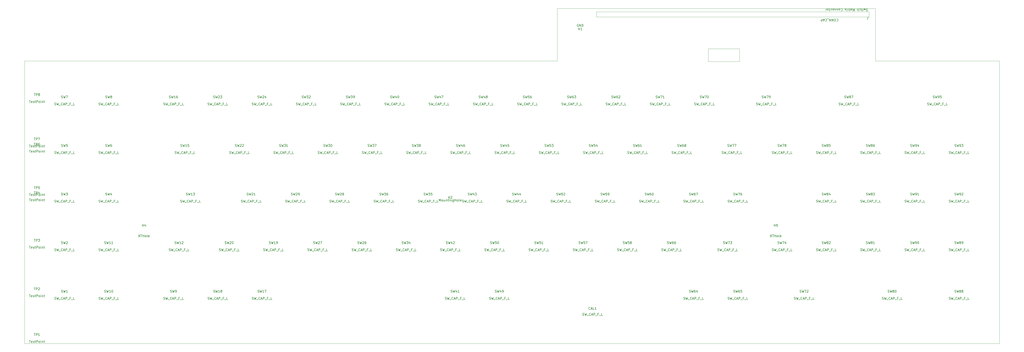
<source format=gbr>
%TF.GenerationSoftware,KiCad,Pcbnew,7.0.7*%
%TF.CreationDate,2023-10-06T16:16:01-07:00*%
%TF.ProjectId,XTay,58546179-2e6b-4696-9361-645f70636258,rev?*%
%TF.SameCoordinates,Original*%
%TF.FileFunction,AssemblyDrawing,Top*%
%FSLAX46Y46*%
G04 Gerber Fmt 4.6, Leading zero omitted, Abs format (unit mm)*
G04 Created by KiCad (PCBNEW 7.0.7) date 2023-10-06 16:16:01*
%MOMM*%
%LPD*%
G01*
G04 APERTURE LIST*
%ADD10C,0.150000*%
%ADD11C,0.100000*%
%TA.AperFunction,Profile*%
%ADD12C,0.100000*%
%TD*%
G04 APERTURE END LIST*
D10*
X394698095Y-142697200D02*
X394840952Y-142744819D01*
X394840952Y-142744819D02*
X395079047Y-142744819D01*
X395079047Y-142744819D02*
X395174285Y-142697200D01*
X395174285Y-142697200D02*
X395221904Y-142649580D01*
X395221904Y-142649580D02*
X395269523Y-142554342D01*
X395269523Y-142554342D02*
X395269523Y-142459104D01*
X395269523Y-142459104D02*
X395221904Y-142363866D01*
X395221904Y-142363866D02*
X395174285Y-142316247D01*
X395174285Y-142316247D02*
X395079047Y-142268628D01*
X395079047Y-142268628D02*
X394888571Y-142221009D01*
X394888571Y-142221009D02*
X394793333Y-142173390D01*
X394793333Y-142173390D02*
X394745714Y-142125771D01*
X394745714Y-142125771D02*
X394698095Y-142030533D01*
X394698095Y-142030533D02*
X394698095Y-141935295D01*
X394698095Y-141935295D02*
X394745714Y-141840057D01*
X394745714Y-141840057D02*
X394793333Y-141792438D01*
X394793333Y-141792438D02*
X394888571Y-141744819D01*
X394888571Y-141744819D02*
X395126666Y-141744819D01*
X395126666Y-141744819D02*
X395269523Y-141792438D01*
X395602857Y-141744819D02*
X395840952Y-142744819D01*
X395840952Y-142744819D02*
X396031428Y-142030533D01*
X396031428Y-142030533D02*
X396221904Y-142744819D01*
X396221904Y-142744819D02*
X396460000Y-141744819D01*
X396602857Y-142840057D02*
X397364761Y-142840057D01*
X398174285Y-142649580D02*
X398126666Y-142697200D01*
X398126666Y-142697200D02*
X397983809Y-142744819D01*
X397983809Y-142744819D02*
X397888571Y-142744819D01*
X397888571Y-142744819D02*
X397745714Y-142697200D01*
X397745714Y-142697200D02*
X397650476Y-142601961D01*
X397650476Y-142601961D02*
X397602857Y-142506723D01*
X397602857Y-142506723D02*
X397555238Y-142316247D01*
X397555238Y-142316247D02*
X397555238Y-142173390D01*
X397555238Y-142173390D02*
X397602857Y-141982914D01*
X397602857Y-141982914D02*
X397650476Y-141887676D01*
X397650476Y-141887676D02*
X397745714Y-141792438D01*
X397745714Y-141792438D02*
X397888571Y-141744819D01*
X397888571Y-141744819D02*
X397983809Y-141744819D01*
X397983809Y-141744819D02*
X398126666Y-141792438D01*
X398126666Y-141792438D02*
X398174285Y-141840057D01*
X398555238Y-142459104D02*
X399031428Y-142459104D01*
X398460000Y-142744819D02*
X398793333Y-141744819D01*
X398793333Y-141744819D02*
X399126666Y-142744819D01*
X399460000Y-142744819D02*
X399460000Y-141744819D01*
X399460000Y-141744819D02*
X399840952Y-141744819D01*
X399840952Y-141744819D02*
X399936190Y-141792438D01*
X399936190Y-141792438D02*
X399983809Y-141840057D01*
X399983809Y-141840057D02*
X400031428Y-141935295D01*
X400031428Y-141935295D02*
X400031428Y-142078152D01*
X400031428Y-142078152D02*
X399983809Y-142173390D01*
X399983809Y-142173390D02*
X399936190Y-142221009D01*
X399936190Y-142221009D02*
X399840952Y-142268628D01*
X399840952Y-142268628D02*
X399460000Y-142268628D01*
X400221905Y-142840057D02*
X400983809Y-142840057D01*
X401555238Y-142221009D02*
X401221905Y-142221009D01*
X401221905Y-142744819D02*
X401221905Y-141744819D01*
X401221905Y-141744819D02*
X401698095Y-141744819D01*
X401840953Y-142840057D02*
X402602857Y-142840057D01*
X403317143Y-142744819D02*
X402840953Y-142744819D01*
X402840953Y-142744819D02*
X402840953Y-141744819D01*
X397150476Y-139649200D02*
X397293333Y-139696819D01*
X397293333Y-139696819D02*
X397531428Y-139696819D01*
X397531428Y-139696819D02*
X397626666Y-139649200D01*
X397626666Y-139649200D02*
X397674285Y-139601580D01*
X397674285Y-139601580D02*
X397721904Y-139506342D01*
X397721904Y-139506342D02*
X397721904Y-139411104D01*
X397721904Y-139411104D02*
X397674285Y-139315866D01*
X397674285Y-139315866D02*
X397626666Y-139268247D01*
X397626666Y-139268247D02*
X397531428Y-139220628D01*
X397531428Y-139220628D02*
X397340952Y-139173009D01*
X397340952Y-139173009D02*
X397245714Y-139125390D01*
X397245714Y-139125390D02*
X397198095Y-139077771D01*
X397198095Y-139077771D02*
X397150476Y-138982533D01*
X397150476Y-138982533D02*
X397150476Y-138887295D01*
X397150476Y-138887295D02*
X397198095Y-138792057D01*
X397198095Y-138792057D02*
X397245714Y-138744438D01*
X397245714Y-138744438D02*
X397340952Y-138696819D01*
X397340952Y-138696819D02*
X397579047Y-138696819D01*
X397579047Y-138696819D02*
X397721904Y-138744438D01*
X398055238Y-138696819D02*
X398293333Y-139696819D01*
X398293333Y-139696819D02*
X398483809Y-138982533D01*
X398483809Y-138982533D02*
X398674285Y-139696819D01*
X398674285Y-139696819D02*
X398912381Y-138696819D01*
X399340952Y-139696819D02*
X399531428Y-139696819D01*
X399531428Y-139696819D02*
X399626666Y-139649200D01*
X399626666Y-139649200D02*
X399674285Y-139601580D01*
X399674285Y-139601580D02*
X399769523Y-139458723D01*
X399769523Y-139458723D02*
X399817142Y-139268247D01*
X399817142Y-139268247D02*
X399817142Y-138887295D01*
X399817142Y-138887295D02*
X399769523Y-138792057D01*
X399769523Y-138792057D02*
X399721904Y-138744438D01*
X399721904Y-138744438D02*
X399626666Y-138696819D01*
X399626666Y-138696819D02*
X399436190Y-138696819D01*
X399436190Y-138696819D02*
X399340952Y-138744438D01*
X399340952Y-138744438D02*
X399293333Y-138792057D01*
X399293333Y-138792057D02*
X399245714Y-138887295D01*
X399245714Y-138887295D02*
X399245714Y-139125390D01*
X399245714Y-139125390D02*
X399293333Y-139220628D01*
X399293333Y-139220628D02*
X399340952Y-139268247D01*
X399340952Y-139268247D02*
X399436190Y-139315866D01*
X399436190Y-139315866D02*
X399626666Y-139315866D01*
X399626666Y-139315866D02*
X399721904Y-139268247D01*
X399721904Y-139268247D02*
X399769523Y-139220628D01*
X399769523Y-139220628D02*
X399817142Y-139125390D01*
X400674285Y-139030152D02*
X400674285Y-139696819D01*
X400436190Y-138649200D02*
X400198095Y-139363485D01*
X400198095Y-139363485D02*
X400817142Y-139363485D01*
X397150476Y-181509200D02*
X397293333Y-181556819D01*
X397293333Y-181556819D02*
X397531428Y-181556819D01*
X397531428Y-181556819D02*
X397626666Y-181509200D01*
X397626666Y-181509200D02*
X397674285Y-181461580D01*
X397674285Y-181461580D02*
X397721904Y-181366342D01*
X397721904Y-181366342D02*
X397721904Y-181271104D01*
X397721904Y-181271104D02*
X397674285Y-181175866D01*
X397674285Y-181175866D02*
X397626666Y-181128247D01*
X397626666Y-181128247D02*
X397531428Y-181080628D01*
X397531428Y-181080628D02*
X397340952Y-181033009D01*
X397340952Y-181033009D02*
X397245714Y-180985390D01*
X397245714Y-180985390D02*
X397198095Y-180937771D01*
X397198095Y-180937771D02*
X397150476Y-180842533D01*
X397150476Y-180842533D02*
X397150476Y-180747295D01*
X397150476Y-180747295D02*
X397198095Y-180652057D01*
X397198095Y-180652057D02*
X397245714Y-180604438D01*
X397245714Y-180604438D02*
X397340952Y-180556819D01*
X397340952Y-180556819D02*
X397579047Y-180556819D01*
X397579047Y-180556819D02*
X397721904Y-180604438D01*
X398055238Y-180556819D02*
X398293333Y-181556819D01*
X398293333Y-181556819D02*
X398483809Y-180842533D01*
X398483809Y-180842533D02*
X398674285Y-181556819D01*
X398674285Y-181556819D02*
X398912381Y-180556819D01*
X399340952Y-181556819D02*
X399531428Y-181556819D01*
X399531428Y-181556819D02*
X399626666Y-181509200D01*
X399626666Y-181509200D02*
X399674285Y-181461580D01*
X399674285Y-181461580D02*
X399769523Y-181318723D01*
X399769523Y-181318723D02*
X399817142Y-181128247D01*
X399817142Y-181128247D02*
X399817142Y-180747295D01*
X399817142Y-180747295D02*
X399769523Y-180652057D01*
X399769523Y-180652057D02*
X399721904Y-180604438D01*
X399721904Y-180604438D02*
X399626666Y-180556819D01*
X399626666Y-180556819D02*
X399436190Y-180556819D01*
X399436190Y-180556819D02*
X399340952Y-180604438D01*
X399340952Y-180604438D02*
X399293333Y-180652057D01*
X399293333Y-180652057D02*
X399245714Y-180747295D01*
X399245714Y-180747295D02*
X399245714Y-180985390D01*
X399245714Y-180985390D02*
X399293333Y-181080628D01*
X399293333Y-181080628D02*
X399340952Y-181128247D01*
X399340952Y-181128247D02*
X399436190Y-181175866D01*
X399436190Y-181175866D02*
X399626666Y-181175866D01*
X399626666Y-181175866D02*
X399721904Y-181128247D01*
X399721904Y-181128247D02*
X399769523Y-181080628D01*
X399769523Y-181080628D02*
X399817142Y-180985390D01*
X400436190Y-180556819D02*
X400531428Y-180556819D01*
X400531428Y-180556819D02*
X400626666Y-180604438D01*
X400626666Y-180604438D02*
X400674285Y-180652057D01*
X400674285Y-180652057D02*
X400721904Y-180747295D01*
X400721904Y-180747295D02*
X400769523Y-180937771D01*
X400769523Y-180937771D02*
X400769523Y-181175866D01*
X400769523Y-181175866D02*
X400721904Y-181366342D01*
X400721904Y-181366342D02*
X400674285Y-181461580D01*
X400674285Y-181461580D02*
X400626666Y-181509200D01*
X400626666Y-181509200D02*
X400531428Y-181556819D01*
X400531428Y-181556819D02*
X400436190Y-181556819D01*
X400436190Y-181556819D02*
X400340952Y-181509200D01*
X400340952Y-181509200D02*
X400293333Y-181461580D01*
X400293333Y-181461580D02*
X400245714Y-181366342D01*
X400245714Y-181366342D02*
X400198095Y-181175866D01*
X400198095Y-181175866D02*
X400198095Y-180937771D01*
X400198095Y-180937771D02*
X400245714Y-180747295D01*
X400245714Y-180747295D02*
X400293333Y-180652057D01*
X400293333Y-180652057D02*
X400340952Y-180604438D01*
X400340952Y-180604438D02*
X400436190Y-180556819D01*
X394698095Y-184557200D02*
X394840952Y-184604819D01*
X394840952Y-184604819D02*
X395079047Y-184604819D01*
X395079047Y-184604819D02*
X395174285Y-184557200D01*
X395174285Y-184557200D02*
X395221904Y-184509580D01*
X395221904Y-184509580D02*
X395269523Y-184414342D01*
X395269523Y-184414342D02*
X395269523Y-184319104D01*
X395269523Y-184319104D02*
X395221904Y-184223866D01*
X395221904Y-184223866D02*
X395174285Y-184176247D01*
X395174285Y-184176247D02*
X395079047Y-184128628D01*
X395079047Y-184128628D02*
X394888571Y-184081009D01*
X394888571Y-184081009D02*
X394793333Y-184033390D01*
X394793333Y-184033390D02*
X394745714Y-183985771D01*
X394745714Y-183985771D02*
X394698095Y-183890533D01*
X394698095Y-183890533D02*
X394698095Y-183795295D01*
X394698095Y-183795295D02*
X394745714Y-183700057D01*
X394745714Y-183700057D02*
X394793333Y-183652438D01*
X394793333Y-183652438D02*
X394888571Y-183604819D01*
X394888571Y-183604819D02*
X395126666Y-183604819D01*
X395126666Y-183604819D02*
X395269523Y-183652438D01*
X395602857Y-183604819D02*
X395840952Y-184604819D01*
X395840952Y-184604819D02*
X396031428Y-183890533D01*
X396031428Y-183890533D02*
X396221904Y-184604819D01*
X396221904Y-184604819D02*
X396460000Y-183604819D01*
X396602857Y-184700057D02*
X397364761Y-184700057D01*
X398174285Y-184509580D02*
X398126666Y-184557200D01*
X398126666Y-184557200D02*
X397983809Y-184604819D01*
X397983809Y-184604819D02*
X397888571Y-184604819D01*
X397888571Y-184604819D02*
X397745714Y-184557200D01*
X397745714Y-184557200D02*
X397650476Y-184461961D01*
X397650476Y-184461961D02*
X397602857Y-184366723D01*
X397602857Y-184366723D02*
X397555238Y-184176247D01*
X397555238Y-184176247D02*
X397555238Y-184033390D01*
X397555238Y-184033390D02*
X397602857Y-183842914D01*
X397602857Y-183842914D02*
X397650476Y-183747676D01*
X397650476Y-183747676D02*
X397745714Y-183652438D01*
X397745714Y-183652438D02*
X397888571Y-183604819D01*
X397888571Y-183604819D02*
X397983809Y-183604819D01*
X397983809Y-183604819D02*
X398126666Y-183652438D01*
X398126666Y-183652438D02*
X398174285Y-183700057D01*
X398555238Y-184319104D02*
X399031428Y-184319104D01*
X398460000Y-184604819D02*
X398793333Y-183604819D01*
X398793333Y-183604819D02*
X399126666Y-184604819D01*
X399460000Y-184604819D02*
X399460000Y-183604819D01*
X399460000Y-183604819D02*
X399840952Y-183604819D01*
X399840952Y-183604819D02*
X399936190Y-183652438D01*
X399936190Y-183652438D02*
X399983809Y-183700057D01*
X399983809Y-183700057D02*
X400031428Y-183795295D01*
X400031428Y-183795295D02*
X400031428Y-183938152D01*
X400031428Y-183938152D02*
X399983809Y-184033390D01*
X399983809Y-184033390D02*
X399936190Y-184081009D01*
X399936190Y-184081009D02*
X399840952Y-184128628D01*
X399840952Y-184128628D02*
X399460000Y-184128628D01*
X400221905Y-184700057D02*
X400983809Y-184700057D01*
X401555238Y-184081009D02*
X401221905Y-184081009D01*
X401221905Y-184604819D02*
X401221905Y-183604819D01*
X401221905Y-183604819D02*
X401698095Y-183604819D01*
X401840953Y-184700057D02*
X402602857Y-184700057D01*
X403317143Y-184604819D02*
X402840953Y-184604819D01*
X402840953Y-184604819D02*
X402840953Y-183604819D01*
X64719047Y-177594819D02*
X65385713Y-178594819D01*
X65385713Y-177594819D02*
X64719047Y-178594819D01*
X65623809Y-177594819D02*
X66195237Y-177594819D01*
X65909523Y-178594819D02*
X65909523Y-177594819D01*
X66528571Y-178594819D02*
X66528571Y-177594819D01*
X66528571Y-178071009D02*
X67099999Y-178071009D01*
X67099999Y-178594819D02*
X67099999Y-177594819D01*
X67719047Y-178594819D02*
X67623809Y-178547200D01*
X67623809Y-178547200D02*
X67576190Y-178499580D01*
X67576190Y-178499580D02*
X67528571Y-178404342D01*
X67528571Y-178404342D02*
X67528571Y-178118628D01*
X67528571Y-178118628D02*
X67576190Y-178023390D01*
X67576190Y-178023390D02*
X67623809Y-177975771D01*
X67623809Y-177975771D02*
X67719047Y-177928152D01*
X67719047Y-177928152D02*
X67861904Y-177928152D01*
X67861904Y-177928152D02*
X67957142Y-177975771D01*
X67957142Y-177975771D02*
X68004761Y-178023390D01*
X68004761Y-178023390D02*
X68052380Y-178118628D01*
X68052380Y-178118628D02*
X68052380Y-178404342D01*
X68052380Y-178404342D02*
X68004761Y-178499580D01*
X68004761Y-178499580D02*
X67957142Y-178547200D01*
X67957142Y-178547200D02*
X67861904Y-178594819D01*
X67861904Y-178594819D02*
X67719047Y-178594819D01*
X68623809Y-178594819D02*
X68528571Y-178547200D01*
X68528571Y-178547200D02*
X68480952Y-178451961D01*
X68480952Y-178451961D02*
X68480952Y-177594819D01*
X69385714Y-178547200D02*
X69290476Y-178594819D01*
X69290476Y-178594819D02*
X69100000Y-178594819D01*
X69100000Y-178594819D02*
X69004762Y-178547200D01*
X69004762Y-178547200D02*
X68957143Y-178451961D01*
X68957143Y-178451961D02*
X68957143Y-178071009D01*
X68957143Y-178071009D02*
X69004762Y-177975771D01*
X69004762Y-177975771D02*
X69100000Y-177928152D01*
X69100000Y-177928152D02*
X69290476Y-177928152D01*
X69290476Y-177928152D02*
X69385714Y-177975771D01*
X69385714Y-177975771D02*
X69433333Y-178071009D01*
X69433333Y-178071009D02*
X69433333Y-178166247D01*
X69433333Y-178166247D02*
X68957143Y-178261485D01*
X66338095Y-174094819D02*
X66338095Y-173094819D01*
X66338095Y-173571009D02*
X66909523Y-173571009D01*
X66909523Y-174094819D02*
X66909523Y-173094819D01*
X67814285Y-173428152D02*
X67814285Y-174094819D01*
X67576190Y-173047200D02*
X67338095Y-173761485D01*
X67338095Y-173761485D02*
X67957142Y-173761485D01*
X189808095Y-121767200D02*
X189950952Y-121814819D01*
X189950952Y-121814819D02*
X190189047Y-121814819D01*
X190189047Y-121814819D02*
X190284285Y-121767200D01*
X190284285Y-121767200D02*
X190331904Y-121719580D01*
X190331904Y-121719580D02*
X190379523Y-121624342D01*
X190379523Y-121624342D02*
X190379523Y-121529104D01*
X190379523Y-121529104D02*
X190331904Y-121433866D01*
X190331904Y-121433866D02*
X190284285Y-121386247D01*
X190284285Y-121386247D02*
X190189047Y-121338628D01*
X190189047Y-121338628D02*
X189998571Y-121291009D01*
X189998571Y-121291009D02*
X189903333Y-121243390D01*
X189903333Y-121243390D02*
X189855714Y-121195771D01*
X189855714Y-121195771D02*
X189808095Y-121100533D01*
X189808095Y-121100533D02*
X189808095Y-121005295D01*
X189808095Y-121005295D02*
X189855714Y-120910057D01*
X189855714Y-120910057D02*
X189903333Y-120862438D01*
X189903333Y-120862438D02*
X189998571Y-120814819D01*
X189998571Y-120814819D02*
X190236666Y-120814819D01*
X190236666Y-120814819D02*
X190379523Y-120862438D01*
X190712857Y-120814819D02*
X190950952Y-121814819D01*
X190950952Y-121814819D02*
X191141428Y-121100533D01*
X191141428Y-121100533D02*
X191331904Y-121814819D01*
X191331904Y-121814819D02*
X191570000Y-120814819D01*
X191712857Y-121910057D02*
X192474761Y-121910057D01*
X193284285Y-121719580D02*
X193236666Y-121767200D01*
X193236666Y-121767200D02*
X193093809Y-121814819D01*
X193093809Y-121814819D02*
X192998571Y-121814819D01*
X192998571Y-121814819D02*
X192855714Y-121767200D01*
X192855714Y-121767200D02*
X192760476Y-121671961D01*
X192760476Y-121671961D02*
X192712857Y-121576723D01*
X192712857Y-121576723D02*
X192665238Y-121386247D01*
X192665238Y-121386247D02*
X192665238Y-121243390D01*
X192665238Y-121243390D02*
X192712857Y-121052914D01*
X192712857Y-121052914D02*
X192760476Y-120957676D01*
X192760476Y-120957676D02*
X192855714Y-120862438D01*
X192855714Y-120862438D02*
X192998571Y-120814819D01*
X192998571Y-120814819D02*
X193093809Y-120814819D01*
X193093809Y-120814819D02*
X193236666Y-120862438D01*
X193236666Y-120862438D02*
X193284285Y-120910057D01*
X193665238Y-121529104D02*
X194141428Y-121529104D01*
X193570000Y-121814819D02*
X193903333Y-120814819D01*
X193903333Y-120814819D02*
X194236666Y-121814819D01*
X194570000Y-121814819D02*
X194570000Y-120814819D01*
X194570000Y-120814819D02*
X194950952Y-120814819D01*
X194950952Y-120814819D02*
X195046190Y-120862438D01*
X195046190Y-120862438D02*
X195093809Y-120910057D01*
X195093809Y-120910057D02*
X195141428Y-121005295D01*
X195141428Y-121005295D02*
X195141428Y-121148152D01*
X195141428Y-121148152D02*
X195093809Y-121243390D01*
X195093809Y-121243390D02*
X195046190Y-121291009D01*
X195046190Y-121291009D02*
X194950952Y-121338628D01*
X194950952Y-121338628D02*
X194570000Y-121338628D01*
X195331905Y-121910057D02*
X196093809Y-121910057D01*
X196665238Y-121291009D02*
X196331905Y-121291009D01*
X196331905Y-121814819D02*
X196331905Y-120814819D01*
X196331905Y-120814819D02*
X196808095Y-120814819D01*
X196950953Y-121910057D02*
X197712857Y-121910057D01*
X198427143Y-121814819D02*
X197950953Y-121814819D01*
X197950953Y-121814819D02*
X197950953Y-120814819D01*
X192260476Y-118719200D02*
X192403333Y-118766819D01*
X192403333Y-118766819D02*
X192641428Y-118766819D01*
X192641428Y-118766819D02*
X192736666Y-118719200D01*
X192736666Y-118719200D02*
X192784285Y-118671580D01*
X192784285Y-118671580D02*
X192831904Y-118576342D01*
X192831904Y-118576342D02*
X192831904Y-118481104D01*
X192831904Y-118481104D02*
X192784285Y-118385866D01*
X192784285Y-118385866D02*
X192736666Y-118338247D01*
X192736666Y-118338247D02*
X192641428Y-118290628D01*
X192641428Y-118290628D02*
X192450952Y-118243009D01*
X192450952Y-118243009D02*
X192355714Y-118195390D01*
X192355714Y-118195390D02*
X192308095Y-118147771D01*
X192308095Y-118147771D02*
X192260476Y-118052533D01*
X192260476Y-118052533D02*
X192260476Y-117957295D01*
X192260476Y-117957295D02*
X192308095Y-117862057D01*
X192308095Y-117862057D02*
X192355714Y-117814438D01*
X192355714Y-117814438D02*
X192450952Y-117766819D01*
X192450952Y-117766819D02*
X192689047Y-117766819D01*
X192689047Y-117766819D02*
X192831904Y-117814438D01*
X193165238Y-117766819D02*
X193403333Y-118766819D01*
X193403333Y-118766819D02*
X193593809Y-118052533D01*
X193593809Y-118052533D02*
X193784285Y-118766819D01*
X193784285Y-118766819D02*
X194022381Y-117766819D01*
X194831904Y-118100152D02*
X194831904Y-118766819D01*
X194593809Y-117719200D02*
X194355714Y-118433485D01*
X194355714Y-118433485D02*
X194974761Y-118433485D01*
X195260476Y-117766819D02*
X195927142Y-117766819D01*
X195927142Y-117766819D02*
X195498571Y-118766819D01*
X254148095Y-86992438D02*
X254052857Y-86944819D01*
X254052857Y-86944819D02*
X253910000Y-86944819D01*
X253910000Y-86944819D02*
X253767143Y-86992438D01*
X253767143Y-86992438D02*
X253671905Y-87087676D01*
X253671905Y-87087676D02*
X253624286Y-87182914D01*
X253624286Y-87182914D02*
X253576667Y-87373390D01*
X253576667Y-87373390D02*
X253576667Y-87516247D01*
X253576667Y-87516247D02*
X253624286Y-87706723D01*
X253624286Y-87706723D02*
X253671905Y-87801961D01*
X253671905Y-87801961D02*
X253767143Y-87897200D01*
X253767143Y-87897200D02*
X253910000Y-87944819D01*
X253910000Y-87944819D02*
X254005238Y-87944819D01*
X254005238Y-87944819D02*
X254148095Y-87897200D01*
X254148095Y-87897200D02*
X254195714Y-87849580D01*
X254195714Y-87849580D02*
X254195714Y-87516247D01*
X254195714Y-87516247D02*
X254005238Y-87516247D01*
X254624286Y-87944819D02*
X254624286Y-86944819D01*
X254624286Y-86944819D02*
X255195714Y-87944819D01*
X255195714Y-87944819D02*
X255195714Y-86944819D01*
X255671905Y-87944819D02*
X255671905Y-86944819D01*
X255671905Y-86944819D02*
X255910000Y-86944819D01*
X255910000Y-86944819D02*
X256052857Y-86992438D01*
X256052857Y-86992438D02*
X256148095Y-87087676D01*
X256148095Y-87087676D02*
X256195714Y-87182914D01*
X256195714Y-87182914D02*
X256243333Y-87373390D01*
X256243333Y-87373390D02*
X256243333Y-87516247D01*
X256243333Y-87516247D02*
X256195714Y-87706723D01*
X256195714Y-87706723D02*
X256148095Y-87801961D01*
X256148095Y-87801961D02*
X256052857Y-87897200D01*
X256052857Y-87897200D02*
X255910000Y-87944819D01*
X255910000Y-87944819D02*
X255671905Y-87944819D01*
X254148095Y-89444819D02*
X254148095Y-88444819D01*
X254148095Y-88921009D02*
X254719523Y-88921009D01*
X254719523Y-89444819D02*
X254719523Y-88444819D01*
X255719523Y-89444819D02*
X255148095Y-89444819D01*
X255433809Y-89444819D02*
X255433809Y-88444819D01*
X255433809Y-88444819D02*
X255338571Y-88587676D01*
X255338571Y-88587676D02*
X255243333Y-88682914D01*
X255243333Y-88682914D02*
X255148095Y-88730533D01*
X259223999Y-209799580D02*
X259176380Y-209847200D01*
X259176380Y-209847200D02*
X259033523Y-209894819D01*
X259033523Y-209894819D02*
X258938285Y-209894819D01*
X258938285Y-209894819D02*
X258795428Y-209847200D01*
X258795428Y-209847200D02*
X258700190Y-209751961D01*
X258700190Y-209751961D02*
X258652571Y-209656723D01*
X258652571Y-209656723D02*
X258604952Y-209466247D01*
X258604952Y-209466247D02*
X258604952Y-209323390D01*
X258604952Y-209323390D02*
X258652571Y-209132914D01*
X258652571Y-209132914D02*
X258700190Y-209037676D01*
X258700190Y-209037676D02*
X258795428Y-208942438D01*
X258795428Y-208942438D02*
X258938285Y-208894819D01*
X258938285Y-208894819D02*
X259033523Y-208894819D01*
X259033523Y-208894819D02*
X259176380Y-208942438D01*
X259176380Y-208942438D02*
X259223999Y-208990057D01*
X259604952Y-209609104D02*
X260081142Y-209609104D01*
X259509714Y-209894819D02*
X259843047Y-208894819D01*
X259843047Y-208894819D02*
X260176380Y-209894819D01*
X260985904Y-209894819D02*
X260509714Y-209894819D01*
X260509714Y-209894819D02*
X260509714Y-208894819D01*
X261843047Y-209894819D02*
X261271619Y-209894819D01*
X261557333Y-209894819D02*
X261557333Y-208894819D01*
X261557333Y-208894819D02*
X261462095Y-209037676D01*
X261462095Y-209037676D02*
X261366857Y-209132914D01*
X261366857Y-209132914D02*
X261271619Y-209180533D01*
X255962095Y-212387200D02*
X256104952Y-212434819D01*
X256104952Y-212434819D02*
X256343047Y-212434819D01*
X256343047Y-212434819D02*
X256438285Y-212387200D01*
X256438285Y-212387200D02*
X256485904Y-212339580D01*
X256485904Y-212339580D02*
X256533523Y-212244342D01*
X256533523Y-212244342D02*
X256533523Y-212149104D01*
X256533523Y-212149104D02*
X256485904Y-212053866D01*
X256485904Y-212053866D02*
X256438285Y-212006247D01*
X256438285Y-212006247D02*
X256343047Y-211958628D01*
X256343047Y-211958628D02*
X256152571Y-211911009D01*
X256152571Y-211911009D02*
X256057333Y-211863390D01*
X256057333Y-211863390D02*
X256009714Y-211815771D01*
X256009714Y-211815771D02*
X255962095Y-211720533D01*
X255962095Y-211720533D02*
X255962095Y-211625295D01*
X255962095Y-211625295D02*
X256009714Y-211530057D01*
X256009714Y-211530057D02*
X256057333Y-211482438D01*
X256057333Y-211482438D02*
X256152571Y-211434819D01*
X256152571Y-211434819D02*
X256390666Y-211434819D01*
X256390666Y-211434819D02*
X256533523Y-211482438D01*
X256866857Y-211434819D02*
X257104952Y-212434819D01*
X257104952Y-212434819D02*
X257295428Y-211720533D01*
X257295428Y-211720533D02*
X257485904Y-212434819D01*
X257485904Y-212434819D02*
X257724000Y-211434819D01*
X257866857Y-212530057D02*
X258628761Y-212530057D01*
X259438285Y-212339580D02*
X259390666Y-212387200D01*
X259390666Y-212387200D02*
X259247809Y-212434819D01*
X259247809Y-212434819D02*
X259152571Y-212434819D01*
X259152571Y-212434819D02*
X259009714Y-212387200D01*
X259009714Y-212387200D02*
X258914476Y-212291961D01*
X258914476Y-212291961D02*
X258866857Y-212196723D01*
X258866857Y-212196723D02*
X258819238Y-212006247D01*
X258819238Y-212006247D02*
X258819238Y-211863390D01*
X258819238Y-211863390D02*
X258866857Y-211672914D01*
X258866857Y-211672914D02*
X258914476Y-211577676D01*
X258914476Y-211577676D02*
X259009714Y-211482438D01*
X259009714Y-211482438D02*
X259152571Y-211434819D01*
X259152571Y-211434819D02*
X259247809Y-211434819D01*
X259247809Y-211434819D02*
X259390666Y-211482438D01*
X259390666Y-211482438D02*
X259438285Y-211530057D01*
X259819238Y-212149104D02*
X260295428Y-212149104D01*
X259724000Y-212434819D02*
X260057333Y-211434819D01*
X260057333Y-211434819D02*
X260390666Y-212434819D01*
X260724000Y-212434819D02*
X260724000Y-211434819D01*
X260724000Y-211434819D02*
X261104952Y-211434819D01*
X261104952Y-211434819D02*
X261200190Y-211482438D01*
X261200190Y-211482438D02*
X261247809Y-211530057D01*
X261247809Y-211530057D02*
X261295428Y-211625295D01*
X261295428Y-211625295D02*
X261295428Y-211768152D01*
X261295428Y-211768152D02*
X261247809Y-211863390D01*
X261247809Y-211863390D02*
X261200190Y-211911009D01*
X261200190Y-211911009D02*
X261104952Y-211958628D01*
X261104952Y-211958628D02*
X260724000Y-211958628D01*
X261485905Y-212530057D02*
X262247809Y-212530057D01*
X262819238Y-211911009D02*
X262485905Y-211911009D01*
X262485905Y-212434819D02*
X262485905Y-211434819D01*
X262485905Y-211434819D02*
X262962095Y-211434819D01*
X263104953Y-212530057D02*
X263866857Y-212530057D01*
X264581143Y-212434819D02*
X264104953Y-212434819D01*
X264104953Y-212434819D02*
X264104953Y-211434819D01*
X318498095Y-163627200D02*
X318640952Y-163674819D01*
X318640952Y-163674819D02*
X318879047Y-163674819D01*
X318879047Y-163674819D02*
X318974285Y-163627200D01*
X318974285Y-163627200D02*
X319021904Y-163579580D01*
X319021904Y-163579580D02*
X319069523Y-163484342D01*
X319069523Y-163484342D02*
X319069523Y-163389104D01*
X319069523Y-163389104D02*
X319021904Y-163293866D01*
X319021904Y-163293866D02*
X318974285Y-163246247D01*
X318974285Y-163246247D02*
X318879047Y-163198628D01*
X318879047Y-163198628D02*
X318688571Y-163151009D01*
X318688571Y-163151009D02*
X318593333Y-163103390D01*
X318593333Y-163103390D02*
X318545714Y-163055771D01*
X318545714Y-163055771D02*
X318498095Y-162960533D01*
X318498095Y-162960533D02*
X318498095Y-162865295D01*
X318498095Y-162865295D02*
X318545714Y-162770057D01*
X318545714Y-162770057D02*
X318593333Y-162722438D01*
X318593333Y-162722438D02*
X318688571Y-162674819D01*
X318688571Y-162674819D02*
X318926666Y-162674819D01*
X318926666Y-162674819D02*
X319069523Y-162722438D01*
X319402857Y-162674819D02*
X319640952Y-163674819D01*
X319640952Y-163674819D02*
X319831428Y-162960533D01*
X319831428Y-162960533D02*
X320021904Y-163674819D01*
X320021904Y-163674819D02*
X320260000Y-162674819D01*
X320402857Y-163770057D02*
X321164761Y-163770057D01*
X321974285Y-163579580D02*
X321926666Y-163627200D01*
X321926666Y-163627200D02*
X321783809Y-163674819D01*
X321783809Y-163674819D02*
X321688571Y-163674819D01*
X321688571Y-163674819D02*
X321545714Y-163627200D01*
X321545714Y-163627200D02*
X321450476Y-163531961D01*
X321450476Y-163531961D02*
X321402857Y-163436723D01*
X321402857Y-163436723D02*
X321355238Y-163246247D01*
X321355238Y-163246247D02*
X321355238Y-163103390D01*
X321355238Y-163103390D02*
X321402857Y-162912914D01*
X321402857Y-162912914D02*
X321450476Y-162817676D01*
X321450476Y-162817676D02*
X321545714Y-162722438D01*
X321545714Y-162722438D02*
X321688571Y-162674819D01*
X321688571Y-162674819D02*
X321783809Y-162674819D01*
X321783809Y-162674819D02*
X321926666Y-162722438D01*
X321926666Y-162722438D02*
X321974285Y-162770057D01*
X322355238Y-163389104D02*
X322831428Y-163389104D01*
X322260000Y-163674819D02*
X322593333Y-162674819D01*
X322593333Y-162674819D02*
X322926666Y-163674819D01*
X323260000Y-163674819D02*
X323260000Y-162674819D01*
X323260000Y-162674819D02*
X323640952Y-162674819D01*
X323640952Y-162674819D02*
X323736190Y-162722438D01*
X323736190Y-162722438D02*
X323783809Y-162770057D01*
X323783809Y-162770057D02*
X323831428Y-162865295D01*
X323831428Y-162865295D02*
X323831428Y-163008152D01*
X323831428Y-163008152D02*
X323783809Y-163103390D01*
X323783809Y-163103390D02*
X323736190Y-163151009D01*
X323736190Y-163151009D02*
X323640952Y-163198628D01*
X323640952Y-163198628D02*
X323260000Y-163198628D01*
X324021905Y-163770057D02*
X324783809Y-163770057D01*
X325355238Y-163151009D02*
X325021905Y-163151009D01*
X325021905Y-163674819D02*
X325021905Y-162674819D01*
X325021905Y-162674819D02*
X325498095Y-162674819D01*
X325640953Y-163770057D02*
X326402857Y-163770057D01*
X327117143Y-163674819D02*
X326640953Y-163674819D01*
X326640953Y-163674819D02*
X326640953Y-162674819D01*
X320950476Y-160579200D02*
X321093333Y-160626819D01*
X321093333Y-160626819D02*
X321331428Y-160626819D01*
X321331428Y-160626819D02*
X321426666Y-160579200D01*
X321426666Y-160579200D02*
X321474285Y-160531580D01*
X321474285Y-160531580D02*
X321521904Y-160436342D01*
X321521904Y-160436342D02*
X321521904Y-160341104D01*
X321521904Y-160341104D02*
X321474285Y-160245866D01*
X321474285Y-160245866D02*
X321426666Y-160198247D01*
X321426666Y-160198247D02*
X321331428Y-160150628D01*
X321331428Y-160150628D02*
X321140952Y-160103009D01*
X321140952Y-160103009D02*
X321045714Y-160055390D01*
X321045714Y-160055390D02*
X320998095Y-160007771D01*
X320998095Y-160007771D02*
X320950476Y-159912533D01*
X320950476Y-159912533D02*
X320950476Y-159817295D01*
X320950476Y-159817295D02*
X320998095Y-159722057D01*
X320998095Y-159722057D02*
X321045714Y-159674438D01*
X321045714Y-159674438D02*
X321140952Y-159626819D01*
X321140952Y-159626819D02*
X321379047Y-159626819D01*
X321379047Y-159626819D02*
X321521904Y-159674438D01*
X321855238Y-159626819D02*
X322093333Y-160626819D01*
X322093333Y-160626819D02*
X322283809Y-159912533D01*
X322283809Y-159912533D02*
X322474285Y-160626819D01*
X322474285Y-160626819D02*
X322712381Y-159626819D01*
X322998095Y-159626819D02*
X323664761Y-159626819D01*
X323664761Y-159626819D02*
X323236190Y-160626819D01*
X324474285Y-159626819D02*
X324283809Y-159626819D01*
X324283809Y-159626819D02*
X324188571Y-159674438D01*
X324188571Y-159674438D02*
X324140952Y-159722057D01*
X324140952Y-159722057D02*
X324045714Y-159864914D01*
X324045714Y-159864914D02*
X323998095Y-160055390D01*
X323998095Y-160055390D02*
X323998095Y-160436342D01*
X323998095Y-160436342D02*
X324045714Y-160531580D01*
X324045714Y-160531580D02*
X324093333Y-160579200D01*
X324093333Y-160579200D02*
X324188571Y-160626819D01*
X324188571Y-160626819D02*
X324379047Y-160626819D01*
X324379047Y-160626819D02*
X324474285Y-160579200D01*
X324474285Y-160579200D02*
X324521904Y-160531580D01*
X324521904Y-160531580D02*
X324569523Y-160436342D01*
X324569523Y-160436342D02*
X324569523Y-160198247D01*
X324569523Y-160198247D02*
X324521904Y-160103009D01*
X324521904Y-160103009D02*
X324474285Y-160055390D01*
X324474285Y-160055390D02*
X324379047Y-160007771D01*
X324379047Y-160007771D02*
X324188571Y-160007771D01*
X324188571Y-160007771D02*
X324093333Y-160055390D01*
X324093333Y-160055390D02*
X324045714Y-160103009D01*
X324045714Y-160103009D02*
X323998095Y-160198247D01*
X366318095Y-121767200D02*
X366460952Y-121814819D01*
X366460952Y-121814819D02*
X366699047Y-121814819D01*
X366699047Y-121814819D02*
X366794285Y-121767200D01*
X366794285Y-121767200D02*
X366841904Y-121719580D01*
X366841904Y-121719580D02*
X366889523Y-121624342D01*
X366889523Y-121624342D02*
X366889523Y-121529104D01*
X366889523Y-121529104D02*
X366841904Y-121433866D01*
X366841904Y-121433866D02*
X366794285Y-121386247D01*
X366794285Y-121386247D02*
X366699047Y-121338628D01*
X366699047Y-121338628D02*
X366508571Y-121291009D01*
X366508571Y-121291009D02*
X366413333Y-121243390D01*
X366413333Y-121243390D02*
X366365714Y-121195771D01*
X366365714Y-121195771D02*
X366318095Y-121100533D01*
X366318095Y-121100533D02*
X366318095Y-121005295D01*
X366318095Y-121005295D02*
X366365714Y-120910057D01*
X366365714Y-120910057D02*
X366413333Y-120862438D01*
X366413333Y-120862438D02*
X366508571Y-120814819D01*
X366508571Y-120814819D02*
X366746666Y-120814819D01*
X366746666Y-120814819D02*
X366889523Y-120862438D01*
X367222857Y-120814819D02*
X367460952Y-121814819D01*
X367460952Y-121814819D02*
X367651428Y-121100533D01*
X367651428Y-121100533D02*
X367841904Y-121814819D01*
X367841904Y-121814819D02*
X368080000Y-120814819D01*
X368222857Y-121910057D02*
X368984761Y-121910057D01*
X369794285Y-121719580D02*
X369746666Y-121767200D01*
X369746666Y-121767200D02*
X369603809Y-121814819D01*
X369603809Y-121814819D02*
X369508571Y-121814819D01*
X369508571Y-121814819D02*
X369365714Y-121767200D01*
X369365714Y-121767200D02*
X369270476Y-121671961D01*
X369270476Y-121671961D02*
X369222857Y-121576723D01*
X369222857Y-121576723D02*
X369175238Y-121386247D01*
X369175238Y-121386247D02*
X369175238Y-121243390D01*
X369175238Y-121243390D02*
X369222857Y-121052914D01*
X369222857Y-121052914D02*
X369270476Y-120957676D01*
X369270476Y-120957676D02*
X369365714Y-120862438D01*
X369365714Y-120862438D02*
X369508571Y-120814819D01*
X369508571Y-120814819D02*
X369603809Y-120814819D01*
X369603809Y-120814819D02*
X369746666Y-120862438D01*
X369746666Y-120862438D02*
X369794285Y-120910057D01*
X370175238Y-121529104D02*
X370651428Y-121529104D01*
X370080000Y-121814819D02*
X370413333Y-120814819D01*
X370413333Y-120814819D02*
X370746666Y-121814819D01*
X371080000Y-121814819D02*
X371080000Y-120814819D01*
X371080000Y-120814819D02*
X371460952Y-120814819D01*
X371460952Y-120814819D02*
X371556190Y-120862438D01*
X371556190Y-120862438D02*
X371603809Y-120910057D01*
X371603809Y-120910057D02*
X371651428Y-121005295D01*
X371651428Y-121005295D02*
X371651428Y-121148152D01*
X371651428Y-121148152D02*
X371603809Y-121243390D01*
X371603809Y-121243390D02*
X371556190Y-121291009D01*
X371556190Y-121291009D02*
X371460952Y-121338628D01*
X371460952Y-121338628D02*
X371080000Y-121338628D01*
X371841905Y-121910057D02*
X372603809Y-121910057D01*
X373175238Y-121291009D02*
X372841905Y-121291009D01*
X372841905Y-121814819D02*
X372841905Y-120814819D01*
X372841905Y-120814819D02*
X373318095Y-120814819D01*
X373460953Y-121910057D02*
X374222857Y-121910057D01*
X374937143Y-121814819D02*
X374460953Y-121814819D01*
X374460953Y-121814819D02*
X374460953Y-120814819D01*
X368770476Y-118719200D02*
X368913333Y-118766819D01*
X368913333Y-118766819D02*
X369151428Y-118766819D01*
X369151428Y-118766819D02*
X369246666Y-118719200D01*
X369246666Y-118719200D02*
X369294285Y-118671580D01*
X369294285Y-118671580D02*
X369341904Y-118576342D01*
X369341904Y-118576342D02*
X369341904Y-118481104D01*
X369341904Y-118481104D02*
X369294285Y-118385866D01*
X369294285Y-118385866D02*
X369246666Y-118338247D01*
X369246666Y-118338247D02*
X369151428Y-118290628D01*
X369151428Y-118290628D02*
X368960952Y-118243009D01*
X368960952Y-118243009D02*
X368865714Y-118195390D01*
X368865714Y-118195390D02*
X368818095Y-118147771D01*
X368818095Y-118147771D02*
X368770476Y-118052533D01*
X368770476Y-118052533D02*
X368770476Y-117957295D01*
X368770476Y-117957295D02*
X368818095Y-117862057D01*
X368818095Y-117862057D02*
X368865714Y-117814438D01*
X368865714Y-117814438D02*
X368960952Y-117766819D01*
X368960952Y-117766819D02*
X369199047Y-117766819D01*
X369199047Y-117766819D02*
X369341904Y-117814438D01*
X369675238Y-117766819D02*
X369913333Y-118766819D01*
X369913333Y-118766819D02*
X370103809Y-118052533D01*
X370103809Y-118052533D02*
X370294285Y-118766819D01*
X370294285Y-118766819D02*
X370532381Y-117766819D01*
X371056190Y-118195390D02*
X370960952Y-118147771D01*
X370960952Y-118147771D02*
X370913333Y-118100152D01*
X370913333Y-118100152D02*
X370865714Y-118004914D01*
X370865714Y-118004914D02*
X370865714Y-117957295D01*
X370865714Y-117957295D02*
X370913333Y-117862057D01*
X370913333Y-117862057D02*
X370960952Y-117814438D01*
X370960952Y-117814438D02*
X371056190Y-117766819D01*
X371056190Y-117766819D02*
X371246666Y-117766819D01*
X371246666Y-117766819D02*
X371341904Y-117814438D01*
X371341904Y-117814438D02*
X371389523Y-117862057D01*
X371389523Y-117862057D02*
X371437142Y-117957295D01*
X371437142Y-117957295D02*
X371437142Y-118004914D01*
X371437142Y-118004914D02*
X371389523Y-118100152D01*
X371389523Y-118100152D02*
X371341904Y-118147771D01*
X371341904Y-118147771D02*
X371246666Y-118195390D01*
X371246666Y-118195390D02*
X371056190Y-118195390D01*
X371056190Y-118195390D02*
X370960952Y-118243009D01*
X370960952Y-118243009D02*
X370913333Y-118290628D01*
X370913333Y-118290628D02*
X370865714Y-118385866D01*
X370865714Y-118385866D02*
X370865714Y-118576342D01*
X370865714Y-118576342D02*
X370913333Y-118671580D01*
X370913333Y-118671580D02*
X370960952Y-118719200D01*
X370960952Y-118719200D02*
X371056190Y-118766819D01*
X371056190Y-118766819D02*
X371246666Y-118766819D01*
X371246666Y-118766819D02*
X371341904Y-118719200D01*
X371341904Y-118719200D02*
X371389523Y-118671580D01*
X371389523Y-118671580D02*
X371437142Y-118576342D01*
X371437142Y-118576342D02*
X371437142Y-118385866D01*
X371437142Y-118385866D02*
X371389523Y-118290628D01*
X371389523Y-118290628D02*
X371341904Y-118243009D01*
X371341904Y-118243009D02*
X371246666Y-118195390D01*
X371770476Y-117766819D02*
X372437142Y-117766819D01*
X372437142Y-117766819D02*
X372008571Y-118766819D01*
X287510476Y-118719200D02*
X287653333Y-118766819D01*
X287653333Y-118766819D02*
X287891428Y-118766819D01*
X287891428Y-118766819D02*
X287986666Y-118719200D01*
X287986666Y-118719200D02*
X288034285Y-118671580D01*
X288034285Y-118671580D02*
X288081904Y-118576342D01*
X288081904Y-118576342D02*
X288081904Y-118481104D01*
X288081904Y-118481104D02*
X288034285Y-118385866D01*
X288034285Y-118385866D02*
X287986666Y-118338247D01*
X287986666Y-118338247D02*
X287891428Y-118290628D01*
X287891428Y-118290628D02*
X287700952Y-118243009D01*
X287700952Y-118243009D02*
X287605714Y-118195390D01*
X287605714Y-118195390D02*
X287558095Y-118147771D01*
X287558095Y-118147771D02*
X287510476Y-118052533D01*
X287510476Y-118052533D02*
X287510476Y-117957295D01*
X287510476Y-117957295D02*
X287558095Y-117862057D01*
X287558095Y-117862057D02*
X287605714Y-117814438D01*
X287605714Y-117814438D02*
X287700952Y-117766819D01*
X287700952Y-117766819D02*
X287939047Y-117766819D01*
X287939047Y-117766819D02*
X288081904Y-117814438D01*
X288415238Y-117766819D02*
X288653333Y-118766819D01*
X288653333Y-118766819D02*
X288843809Y-118052533D01*
X288843809Y-118052533D02*
X289034285Y-118766819D01*
X289034285Y-118766819D02*
X289272381Y-117766819D01*
X289558095Y-117766819D02*
X290224761Y-117766819D01*
X290224761Y-117766819D02*
X289796190Y-118766819D01*
X291129523Y-118766819D02*
X290558095Y-118766819D01*
X290843809Y-118766819D02*
X290843809Y-117766819D01*
X290843809Y-117766819D02*
X290748571Y-117909676D01*
X290748571Y-117909676D02*
X290653333Y-118004914D01*
X290653333Y-118004914D02*
X290558095Y-118052533D01*
X285058095Y-121767200D02*
X285200952Y-121814819D01*
X285200952Y-121814819D02*
X285439047Y-121814819D01*
X285439047Y-121814819D02*
X285534285Y-121767200D01*
X285534285Y-121767200D02*
X285581904Y-121719580D01*
X285581904Y-121719580D02*
X285629523Y-121624342D01*
X285629523Y-121624342D02*
X285629523Y-121529104D01*
X285629523Y-121529104D02*
X285581904Y-121433866D01*
X285581904Y-121433866D02*
X285534285Y-121386247D01*
X285534285Y-121386247D02*
X285439047Y-121338628D01*
X285439047Y-121338628D02*
X285248571Y-121291009D01*
X285248571Y-121291009D02*
X285153333Y-121243390D01*
X285153333Y-121243390D02*
X285105714Y-121195771D01*
X285105714Y-121195771D02*
X285058095Y-121100533D01*
X285058095Y-121100533D02*
X285058095Y-121005295D01*
X285058095Y-121005295D02*
X285105714Y-120910057D01*
X285105714Y-120910057D02*
X285153333Y-120862438D01*
X285153333Y-120862438D02*
X285248571Y-120814819D01*
X285248571Y-120814819D02*
X285486666Y-120814819D01*
X285486666Y-120814819D02*
X285629523Y-120862438D01*
X285962857Y-120814819D02*
X286200952Y-121814819D01*
X286200952Y-121814819D02*
X286391428Y-121100533D01*
X286391428Y-121100533D02*
X286581904Y-121814819D01*
X286581904Y-121814819D02*
X286820000Y-120814819D01*
X286962857Y-121910057D02*
X287724761Y-121910057D01*
X288534285Y-121719580D02*
X288486666Y-121767200D01*
X288486666Y-121767200D02*
X288343809Y-121814819D01*
X288343809Y-121814819D02*
X288248571Y-121814819D01*
X288248571Y-121814819D02*
X288105714Y-121767200D01*
X288105714Y-121767200D02*
X288010476Y-121671961D01*
X288010476Y-121671961D02*
X287962857Y-121576723D01*
X287962857Y-121576723D02*
X287915238Y-121386247D01*
X287915238Y-121386247D02*
X287915238Y-121243390D01*
X287915238Y-121243390D02*
X287962857Y-121052914D01*
X287962857Y-121052914D02*
X288010476Y-120957676D01*
X288010476Y-120957676D02*
X288105714Y-120862438D01*
X288105714Y-120862438D02*
X288248571Y-120814819D01*
X288248571Y-120814819D02*
X288343809Y-120814819D01*
X288343809Y-120814819D02*
X288486666Y-120862438D01*
X288486666Y-120862438D02*
X288534285Y-120910057D01*
X288915238Y-121529104D02*
X289391428Y-121529104D01*
X288820000Y-121814819D02*
X289153333Y-120814819D01*
X289153333Y-120814819D02*
X289486666Y-121814819D01*
X289820000Y-121814819D02*
X289820000Y-120814819D01*
X289820000Y-120814819D02*
X290200952Y-120814819D01*
X290200952Y-120814819D02*
X290296190Y-120862438D01*
X290296190Y-120862438D02*
X290343809Y-120910057D01*
X290343809Y-120910057D02*
X290391428Y-121005295D01*
X290391428Y-121005295D02*
X290391428Y-121148152D01*
X290391428Y-121148152D02*
X290343809Y-121243390D01*
X290343809Y-121243390D02*
X290296190Y-121291009D01*
X290296190Y-121291009D02*
X290200952Y-121338628D01*
X290200952Y-121338628D02*
X289820000Y-121338628D01*
X290581905Y-121910057D02*
X291343809Y-121910057D01*
X291915238Y-121291009D02*
X291581905Y-121291009D01*
X291581905Y-121814819D02*
X291581905Y-120814819D01*
X291581905Y-120814819D02*
X292058095Y-120814819D01*
X292200953Y-121910057D02*
X292962857Y-121910057D01*
X293677143Y-121814819D02*
X293200953Y-121814819D01*
X293200953Y-121814819D02*
X293200953Y-120814819D01*
X282850476Y-160579200D02*
X282993333Y-160626819D01*
X282993333Y-160626819D02*
X283231428Y-160626819D01*
X283231428Y-160626819D02*
X283326666Y-160579200D01*
X283326666Y-160579200D02*
X283374285Y-160531580D01*
X283374285Y-160531580D02*
X283421904Y-160436342D01*
X283421904Y-160436342D02*
X283421904Y-160341104D01*
X283421904Y-160341104D02*
X283374285Y-160245866D01*
X283374285Y-160245866D02*
X283326666Y-160198247D01*
X283326666Y-160198247D02*
X283231428Y-160150628D01*
X283231428Y-160150628D02*
X283040952Y-160103009D01*
X283040952Y-160103009D02*
X282945714Y-160055390D01*
X282945714Y-160055390D02*
X282898095Y-160007771D01*
X282898095Y-160007771D02*
X282850476Y-159912533D01*
X282850476Y-159912533D02*
X282850476Y-159817295D01*
X282850476Y-159817295D02*
X282898095Y-159722057D01*
X282898095Y-159722057D02*
X282945714Y-159674438D01*
X282945714Y-159674438D02*
X283040952Y-159626819D01*
X283040952Y-159626819D02*
X283279047Y-159626819D01*
X283279047Y-159626819D02*
X283421904Y-159674438D01*
X283755238Y-159626819D02*
X283993333Y-160626819D01*
X283993333Y-160626819D02*
X284183809Y-159912533D01*
X284183809Y-159912533D02*
X284374285Y-160626819D01*
X284374285Y-160626819D02*
X284612381Y-159626819D01*
X285421904Y-159626819D02*
X285231428Y-159626819D01*
X285231428Y-159626819D02*
X285136190Y-159674438D01*
X285136190Y-159674438D02*
X285088571Y-159722057D01*
X285088571Y-159722057D02*
X284993333Y-159864914D01*
X284993333Y-159864914D02*
X284945714Y-160055390D01*
X284945714Y-160055390D02*
X284945714Y-160436342D01*
X284945714Y-160436342D02*
X284993333Y-160531580D01*
X284993333Y-160531580D02*
X285040952Y-160579200D01*
X285040952Y-160579200D02*
X285136190Y-160626819D01*
X285136190Y-160626819D02*
X285326666Y-160626819D01*
X285326666Y-160626819D02*
X285421904Y-160579200D01*
X285421904Y-160579200D02*
X285469523Y-160531580D01*
X285469523Y-160531580D02*
X285517142Y-160436342D01*
X285517142Y-160436342D02*
X285517142Y-160198247D01*
X285517142Y-160198247D02*
X285469523Y-160103009D01*
X285469523Y-160103009D02*
X285421904Y-160055390D01*
X285421904Y-160055390D02*
X285326666Y-160007771D01*
X285326666Y-160007771D02*
X285136190Y-160007771D01*
X285136190Y-160007771D02*
X285040952Y-160055390D01*
X285040952Y-160055390D02*
X284993333Y-160103009D01*
X284993333Y-160103009D02*
X284945714Y-160198247D01*
X286136190Y-159626819D02*
X286231428Y-159626819D01*
X286231428Y-159626819D02*
X286326666Y-159674438D01*
X286326666Y-159674438D02*
X286374285Y-159722057D01*
X286374285Y-159722057D02*
X286421904Y-159817295D01*
X286421904Y-159817295D02*
X286469523Y-160007771D01*
X286469523Y-160007771D02*
X286469523Y-160245866D01*
X286469523Y-160245866D02*
X286421904Y-160436342D01*
X286421904Y-160436342D02*
X286374285Y-160531580D01*
X286374285Y-160531580D02*
X286326666Y-160579200D01*
X286326666Y-160579200D02*
X286231428Y-160626819D01*
X286231428Y-160626819D02*
X286136190Y-160626819D01*
X286136190Y-160626819D02*
X286040952Y-160579200D01*
X286040952Y-160579200D02*
X285993333Y-160531580D01*
X285993333Y-160531580D02*
X285945714Y-160436342D01*
X285945714Y-160436342D02*
X285898095Y-160245866D01*
X285898095Y-160245866D02*
X285898095Y-160007771D01*
X285898095Y-160007771D02*
X285945714Y-159817295D01*
X285945714Y-159817295D02*
X285993333Y-159722057D01*
X285993333Y-159722057D02*
X286040952Y-159674438D01*
X286040952Y-159674438D02*
X286136190Y-159626819D01*
X280398095Y-163627200D02*
X280540952Y-163674819D01*
X280540952Y-163674819D02*
X280779047Y-163674819D01*
X280779047Y-163674819D02*
X280874285Y-163627200D01*
X280874285Y-163627200D02*
X280921904Y-163579580D01*
X280921904Y-163579580D02*
X280969523Y-163484342D01*
X280969523Y-163484342D02*
X280969523Y-163389104D01*
X280969523Y-163389104D02*
X280921904Y-163293866D01*
X280921904Y-163293866D02*
X280874285Y-163246247D01*
X280874285Y-163246247D02*
X280779047Y-163198628D01*
X280779047Y-163198628D02*
X280588571Y-163151009D01*
X280588571Y-163151009D02*
X280493333Y-163103390D01*
X280493333Y-163103390D02*
X280445714Y-163055771D01*
X280445714Y-163055771D02*
X280398095Y-162960533D01*
X280398095Y-162960533D02*
X280398095Y-162865295D01*
X280398095Y-162865295D02*
X280445714Y-162770057D01*
X280445714Y-162770057D02*
X280493333Y-162722438D01*
X280493333Y-162722438D02*
X280588571Y-162674819D01*
X280588571Y-162674819D02*
X280826666Y-162674819D01*
X280826666Y-162674819D02*
X280969523Y-162722438D01*
X281302857Y-162674819D02*
X281540952Y-163674819D01*
X281540952Y-163674819D02*
X281731428Y-162960533D01*
X281731428Y-162960533D02*
X281921904Y-163674819D01*
X281921904Y-163674819D02*
X282160000Y-162674819D01*
X282302857Y-163770057D02*
X283064761Y-163770057D01*
X283874285Y-163579580D02*
X283826666Y-163627200D01*
X283826666Y-163627200D02*
X283683809Y-163674819D01*
X283683809Y-163674819D02*
X283588571Y-163674819D01*
X283588571Y-163674819D02*
X283445714Y-163627200D01*
X283445714Y-163627200D02*
X283350476Y-163531961D01*
X283350476Y-163531961D02*
X283302857Y-163436723D01*
X283302857Y-163436723D02*
X283255238Y-163246247D01*
X283255238Y-163246247D02*
X283255238Y-163103390D01*
X283255238Y-163103390D02*
X283302857Y-162912914D01*
X283302857Y-162912914D02*
X283350476Y-162817676D01*
X283350476Y-162817676D02*
X283445714Y-162722438D01*
X283445714Y-162722438D02*
X283588571Y-162674819D01*
X283588571Y-162674819D02*
X283683809Y-162674819D01*
X283683809Y-162674819D02*
X283826666Y-162722438D01*
X283826666Y-162722438D02*
X283874285Y-162770057D01*
X284255238Y-163389104D02*
X284731428Y-163389104D01*
X284160000Y-163674819D02*
X284493333Y-162674819D01*
X284493333Y-162674819D02*
X284826666Y-163674819D01*
X285160000Y-163674819D02*
X285160000Y-162674819D01*
X285160000Y-162674819D02*
X285540952Y-162674819D01*
X285540952Y-162674819D02*
X285636190Y-162722438D01*
X285636190Y-162722438D02*
X285683809Y-162770057D01*
X285683809Y-162770057D02*
X285731428Y-162865295D01*
X285731428Y-162865295D02*
X285731428Y-163008152D01*
X285731428Y-163008152D02*
X285683809Y-163103390D01*
X285683809Y-163103390D02*
X285636190Y-163151009D01*
X285636190Y-163151009D02*
X285540952Y-163198628D01*
X285540952Y-163198628D02*
X285160000Y-163198628D01*
X285921905Y-163770057D02*
X286683809Y-163770057D01*
X287255238Y-163151009D02*
X286921905Y-163151009D01*
X286921905Y-163674819D02*
X286921905Y-162674819D01*
X286921905Y-162674819D02*
X287398095Y-162674819D01*
X287540953Y-163770057D02*
X288302857Y-163770057D01*
X289017143Y-163674819D02*
X288540953Y-163674819D01*
X288540953Y-163674819D02*
X288540953Y-162674819D01*
X223248095Y-163627200D02*
X223390952Y-163674819D01*
X223390952Y-163674819D02*
X223629047Y-163674819D01*
X223629047Y-163674819D02*
X223724285Y-163627200D01*
X223724285Y-163627200D02*
X223771904Y-163579580D01*
X223771904Y-163579580D02*
X223819523Y-163484342D01*
X223819523Y-163484342D02*
X223819523Y-163389104D01*
X223819523Y-163389104D02*
X223771904Y-163293866D01*
X223771904Y-163293866D02*
X223724285Y-163246247D01*
X223724285Y-163246247D02*
X223629047Y-163198628D01*
X223629047Y-163198628D02*
X223438571Y-163151009D01*
X223438571Y-163151009D02*
X223343333Y-163103390D01*
X223343333Y-163103390D02*
X223295714Y-163055771D01*
X223295714Y-163055771D02*
X223248095Y-162960533D01*
X223248095Y-162960533D02*
X223248095Y-162865295D01*
X223248095Y-162865295D02*
X223295714Y-162770057D01*
X223295714Y-162770057D02*
X223343333Y-162722438D01*
X223343333Y-162722438D02*
X223438571Y-162674819D01*
X223438571Y-162674819D02*
X223676666Y-162674819D01*
X223676666Y-162674819D02*
X223819523Y-162722438D01*
X224152857Y-162674819D02*
X224390952Y-163674819D01*
X224390952Y-163674819D02*
X224581428Y-162960533D01*
X224581428Y-162960533D02*
X224771904Y-163674819D01*
X224771904Y-163674819D02*
X225010000Y-162674819D01*
X225152857Y-163770057D02*
X225914761Y-163770057D01*
X226724285Y-163579580D02*
X226676666Y-163627200D01*
X226676666Y-163627200D02*
X226533809Y-163674819D01*
X226533809Y-163674819D02*
X226438571Y-163674819D01*
X226438571Y-163674819D02*
X226295714Y-163627200D01*
X226295714Y-163627200D02*
X226200476Y-163531961D01*
X226200476Y-163531961D02*
X226152857Y-163436723D01*
X226152857Y-163436723D02*
X226105238Y-163246247D01*
X226105238Y-163246247D02*
X226105238Y-163103390D01*
X226105238Y-163103390D02*
X226152857Y-162912914D01*
X226152857Y-162912914D02*
X226200476Y-162817676D01*
X226200476Y-162817676D02*
X226295714Y-162722438D01*
X226295714Y-162722438D02*
X226438571Y-162674819D01*
X226438571Y-162674819D02*
X226533809Y-162674819D01*
X226533809Y-162674819D02*
X226676666Y-162722438D01*
X226676666Y-162722438D02*
X226724285Y-162770057D01*
X227105238Y-163389104D02*
X227581428Y-163389104D01*
X227010000Y-163674819D02*
X227343333Y-162674819D01*
X227343333Y-162674819D02*
X227676666Y-163674819D01*
X228010000Y-163674819D02*
X228010000Y-162674819D01*
X228010000Y-162674819D02*
X228390952Y-162674819D01*
X228390952Y-162674819D02*
X228486190Y-162722438D01*
X228486190Y-162722438D02*
X228533809Y-162770057D01*
X228533809Y-162770057D02*
X228581428Y-162865295D01*
X228581428Y-162865295D02*
X228581428Y-163008152D01*
X228581428Y-163008152D02*
X228533809Y-163103390D01*
X228533809Y-163103390D02*
X228486190Y-163151009D01*
X228486190Y-163151009D02*
X228390952Y-163198628D01*
X228390952Y-163198628D02*
X228010000Y-163198628D01*
X228771905Y-163770057D02*
X229533809Y-163770057D01*
X230105238Y-163151009D02*
X229771905Y-163151009D01*
X229771905Y-163674819D02*
X229771905Y-162674819D01*
X229771905Y-162674819D02*
X230248095Y-162674819D01*
X230390953Y-163770057D02*
X231152857Y-163770057D01*
X231867143Y-163674819D02*
X231390953Y-163674819D01*
X231390953Y-163674819D02*
X231390953Y-162674819D01*
X225700476Y-160579200D02*
X225843333Y-160626819D01*
X225843333Y-160626819D02*
X226081428Y-160626819D01*
X226081428Y-160626819D02*
X226176666Y-160579200D01*
X226176666Y-160579200D02*
X226224285Y-160531580D01*
X226224285Y-160531580D02*
X226271904Y-160436342D01*
X226271904Y-160436342D02*
X226271904Y-160341104D01*
X226271904Y-160341104D02*
X226224285Y-160245866D01*
X226224285Y-160245866D02*
X226176666Y-160198247D01*
X226176666Y-160198247D02*
X226081428Y-160150628D01*
X226081428Y-160150628D02*
X225890952Y-160103009D01*
X225890952Y-160103009D02*
X225795714Y-160055390D01*
X225795714Y-160055390D02*
X225748095Y-160007771D01*
X225748095Y-160007771D02*
X225700476Y-159912533D01*
X225700476Y-159912533D02*
X225700476Y-159817295D01*
X225700476Y-159817295D02*
X225748095Y-159722057D01*
X225748095Y-159722057D02*
X225795714Y-159674438D01*
X225795714Y-159674438D02*
X225890952Y-159626819D01*
X225890952Y-159626819D02*
X226129047Y-159626819D01*
X226129047Y-159626819D02*
X226271904Y-159674438D01*
X226605238Y-159626819D02*
X226843333Y-160626819D01*
X226843333Y-160626819D02*
X227033809Y-159912533D01*
X227033809Y-159912533D02*
X227224285Y-160626819D01*
X227224285Y-160626819D02*
X227462381Y-159626819D01*
X228271904Y-159960152D02*
X228271904Y-160626819D01*
X228033809Y-159579200D02*
X227795714Y-160293485D01*
X227795714Y-160293485D02*
X228414761Y-160293485D01*
X229224285Y-159960152D02*
X229224285Y-160626819D01*
X228986190Y-159579200D02*
X228748095Y-160293485D01*
X228748095Y-160293485D02*
X229367142Y-160293485D01*
X17666666Y-119774819D02*
X18238094Y-119774819D01*
X17952380Y-120774819D02*
X17952380Y-119774819D01*
X18952380Y-120727200D02*
X18857142Y-120774819D01*
X18857142Y-120774819D02*
X18666666Y-120774819D01*
X18666666Y-120774819D02*
X18571428Y-120727200D01*
X18571428Y-120727200D02*
X18523809Y-120631961D01*
X18523809Y-120631961D02*
X18523809Y-120251009D01*
X18523809Y-120251009D02*
X18571428Y-120155771D01*
X18571428Y-120155771D02*
X18666666Y-120108152D01*
X18666666Y-120108152D02*
X18857142Y-120108152D01*
X18857142Y-120108152D02*
X18952380Y-120155771D01*
X18952380Y-120155771D02*
X18999999Y-120251009D01*
X18999999Y-120251009D02*
X18999999Y-120346247D01*
X18999999Y-120346247D02*
X18523809Y-120441485D01*
X19380952Y-120727200D02*
X19476190Y-120774819D01*
X19476190Y-120774819D02*
X19666666Y-120774819D01*
X19666666Y-120774819D02*
X19761904Y-120727200D01*
X19761904Y-120727200D02*
X19809523Y-120631961D01*
X19809523Y-120631961D02*
X19809523Y-120584342D01*
X19809523Y-120584342D02*
X19761904Y-120489104D01*
X19761904Y-120489104D02*
X19666666Y-120441485D01*
X19666666Y-120441485D02*
X19523809Y-120441485D01*
X19523809Y-120441485D02*
X19428571Y-120393866D01*
X19428571Y-120393866D02*
X19380952Y-120298628D01*
X19380952Y-120298628D02*
X19380952Y-120251009D01*
X19380952Y-120251009D02*
X19428571Y-120155771D01*
X19428571Y-120155771D02*
X19523809Y-120108152D01*
X19523809Y-120108152D02*
X19666666Y-120108152D01*
X19666666Y-120108152D02*
X19761904Y-120155771D01*
X20095238Y-120108152D02*
X20476190Y-120108152D01*
X20238095Y-119774819D02*
X20238095Y-120631961D01*
X20238095Y-120631961D02*
X20285714Y-120727200D01*
X20285714Y-120727200D02*
X20380952Y-120774819D01*
X20380952Y-120774819D02*
X20476190Y-120774819D01*
X20809524Y-120774819D02*
X20809524Y-119774819D01*
X20809524Y-119774819D02*
X21190476Y-119774819D01*
X21190476Y-119774819D02*
X21285714Y-119822438D01*
X21285714Y-119822438D02*
X21333333Y-119870057D01*
X21333333Y-119870057D02*
X21380952Y-119965295D01*
X21380952Y-119965295D02*
X21380952Y-120108152D01*
X21380952Y-120108152D02*
X21333333Y-120203390D01*
X21333333Y-120203390D02*
X21285714Y-120251009D01*
X21285714Y-120251009D02*
X21190476Y-120298628D01*
X21190476Y-120298628D02*
X20809524Y-120298628D01*
X21952381Y-120774819D02*
X21857143Y-120727200D01*
X21857143Y-120727200D02*
X21809524Y-120679580D01*
X21809524Y-120679580D02*
X21761905Y-120584342D01*
X21761905Y-120584342D02*
X21761905Y-120298628D01*
X21761905Y-120298628D02*
X21809524Y-120203390D01*
X21809524Y-120203390D02*
X21857143Y-120155771D01*
X21857143Y-120155771D02*
X21952381Y-120108152D01*
X21952381Y-120108152D02*
X22095238Y-120108152D01*
X22095238Y-120108152D02*
X22190476Y-120155771D01*
X22190476Y-120155771D02*
X22238095Y-120203390D01*
X22238095Y-120203390D02*
X22285714Y-120298628D01*
X22285714Y-120298628D02*
X22285714Y-120584342D01*
X22285714Y-120584342D02*
X22238095Y-120679580D01*
X22238095Y-120679580D02*
X22190476Y-120727200D01*
X22190476Y-120727200D02*
X22095238Y-120774819D01*
X22095238Y-120774819D02*
X21952381Y-120774819D01*
X22714286Y-120774819D02*
X22714286Y-120108152D01*
X22714286Y-119774819D02*
X22666667Y-119822438D01*
X22666667Y-119822438D02*
X22714286Y-119870057D01*
X22714286Y-119870057D02*
X22761905Y-119822438D01*
X22761905Y-119822438D02*
X22714286Y-119774819D01*
X22714286Y-119774819D02*
X22714286Y-119870057D01*
X23190476Y-120108152D02*
X23190476Y-120774819D01*
X23190476Y-120203390D02*
X23238095Y-120155771D01*
X23238095Y-120155771D02*
X23333333Y-120108152D01*
X23333333Y-120108152D02*
X23476190Y-120108152D01*
X23476190Y-120108152D02*
X23571428Y-120155771D01*
X23571428Y-120155771D02*
X23619047Y-120251009D01*
X23619047Y-120251009D02*
X23619047Y-120774819D01*
X23952381Y-120108152D02*
X24333333Y-120108152D01*
X24095238Y-119774819D02*
X24095238Y-120631961D01*
X24095238Y-120631961D02*
X24142857Y-120727200D01*
X24142857Y-120727200D02*
X24238095Y-120774819D01*
X24238095Y-120774819D02*
X24333333Y-120774819D01*
X19738095Y-116774819D02*
X20309523Y-116774819D01*
X20023809Y-117774819D02*
X20023809Y-116774819D01*
X20642857Y-117774819D02*
X20642857Y-116774819D01*
X20642857Y-116774819D02*
X21023809Y-116774819D01*
X21023809Y-116774819D02*
X21119047Y-116822438D01*
X21119047Y-116822438D02*
X21166666Y-116870057D01*
X21166666Y-116870057D02*
X21214285Y-116965295D01*
X21214285Y-116965295D02*
X21214285Y-117108152D01*
X21214285Y-117108152D02*
X21166666Y-117203390D01*
X21166666Y-117203390D02*
X21119047Y-117251009D01*
X21119047Y-117251009D02*
X21023809Y-117298628D01*
X21023809Y-117298628D02*
X20642857Y-117298628D01*
X21785714Y-117203390D02*
X21690476Y-117155771D01*
X21690476Y-117155771D02*
X21642857Y-117108152D01*
X21642857Y-117108152D02*
X21595238Y-117012914D01*
X21595238Y-117012914D02*
X21595238Y-116965295D01*
X21595238Y-116965295D02*
X21642857Y-116870057D01*
X21642857Y-116870057D02*
X21690476Y-116822438D01*
X21690476Y-116822438D02*
X21785714Y-116774819D01*
X21785714Y-116774819D02*
X21976190Y-116774819D01*
X21976190Y-116774819D02*
X22071428Y-116822438D01*
X22071428Y-116822438D02*
X22119047Y-116870057D01*
X22119047Y-116870057D02*
X22166666Y-116965295D01*
X22166666Y-116965295D02*
X22166666Y-117012914D01*
X22166666Y-117012914D02*
X22119047Y-117108152D01*
X22119047Y-117108152D02*
X22071428Y-117155771D01*
X22071428Y-117155771D02*
X21976190Y-117203390D01*
X21976190Y-117203390D02*
X21785714Y-117203390D01*
X21785714Y-117203390D02*
X21690476Y-117251009D01*
X21690476Y-117251009D02*
X21642857Y-117298628D01*
X21642857Y-117298628D02*
X21595238Y-117393866D01*
X21595238Y-117393866D02*
X21595238Y-117584342D01*
X21595238Y-117584342D02*
X21642857Y-117679580D01*
X21642857Y-117679580D02*
X21690476Y-117727200D01*
X21690476Y-117727200D02*
X21785714Y-117774819D01*
X21785714Y-117774819D02*
X21976190Y-117774819D01*
X21976190Y-117774819D02*
X22071428Y-117727200D01*
X22071428Y-117727200D02*
X22119047Y-117679580D01*
X22119047Y-117679580D02*
X22166666Y-117584342D01*
X22166666Y-117584342D02*
X22166666Y-117393866D01*
X22166666Y-117393866D02*
X22119047Y-117298628D01*
X22119047Y-117298628D02*
X22071428Y-117251009D01*
X22071428Y-117251009D02*
X21976190Y-117203390D01*
X299448095Y-205487200D02*
X299590952Y-205534819D01*
X299590952Y-205534819D02*
X299829047Y-205534819D01*
X299829047Y-205534819D02*
X299924285Y-205487200D01*
X299924285Y-205487200D02*
X299971904Y-205439580D01*
X299971904Y-205439580D02*
X300019523Y-205344342D01*
X300019523Y-205344342D02*
X300019523Y-205249104D01*
X300019523Y-205249104D02*
X299971904Y-205153866D01*
X299971904Y-205153866D02*
X299924285Y-205106247D01*
X299924285Y-205106247D02*
X299829047Y-205058628D01*
X299829047Y-205058628D02*
X299638571Y-205011009D01*
X299638571Y-205011009D02*
X299543333Y-204963390D01*
X299543333Y-204963390D02*
X299495714Y-204915771D01*
X299495714Y-204915771D02*
X299448095Y-204820533D01*
X299448095Y-204820533D02*
X299448095Y-204725295D01*
X299448095Y-204725295D02*
X299495714Y-204630057D01*
X299495714Y-204630057D02*
X299543333Y-204582438D01*
X299543333Y-204582438D02*
X299638571Y-204534819D01*
X299638571Y-204534819D02*
X299876666Y-204534819D01*
X299876666Y-204534819D02*
X300019523Y-204582438D01*
X300352857Y-204534819D02*
X300590952Y-205534819D01*
X300590952Y-205534819D02*
X300781428Y-204820533D01*
X300781428Y-204820533D02*
X300971904Y-205534819D01*
X300971904Y-205534819D02*
X301210000Y-204534819D01*
X301352857Y-205630057D02*
X302114761Y-205630057D01*
X302924285Y-205439580D02*
X302876666Y-205487200D01*
X302876666Y-205487200D02*
X302733809Y-205534819D01*
X302733809Y-205534819D02*
X302638571Y-205534819D01*
X302638571Y-205534819D02*
X302495714Y-205487200D01*
X302495714Y-205487200D02*
X302400476Y-205391961D01*
X302400476Y-205391961D02*
X302352857Y-205296723D01*
X302352857Y-205296723D02*
X302305238Y-205106247D01*
X302305238Y-205106247D02*
X302305238Y-204963390D01*
X302305238Y-204963390D02*
X302352857Y-204772914D01*
X302352857Y-204772914D02*
X302400476Y-204677676D01*
X302400476Y-204677676D02*
X302495714Y-204582438D01*
X302495714Y-204582438D02*
X302638571Y-204534819D01*
X302638571Y-204534819D02*
X302733809Y-204534819D01*
X302733809Y-204534819D02*
X302876666Y-204582438D01*
X302876666Y-204582438D02*
X302924285Y-204630057D01*
X303305238Y-205249104D02*
X303781428Y-205249104D01*
X303210000Y-205534819D02*
X303543333Y-204534819D01*
X303543333Y-204534819D02*
X303876666Y-205534819D01*
X304210000Y-205534819D02*
X304210000Y-204534819D01*
X304210000Y-204534819D02*
X304590952Y-204534819D01*
X304590952Y-204534819D02*
X304686190Y-204582438D01*
X304686190Y-204582438D02*
X304733809Y-204630057D01*
X304733809Y-204630057D02*
X304781428Y-204725295D01*
X304781428Y-204725295D02*
X304781428Y-204868152D01*
X304781428Y-204868152D02*
X304733809Y-204963390D01*
X304733809Y-204963390D02*
X304686190Y-205011009D01*
X304686190Y-205011009D02*
X304590952Y-205058628D01*
X304590952Y-205058628D02*
X304210000Y-205058628D01*
X304971905Y-205630057D02*
X305733809Y-205630057D01*
X306305238Y-205011009D02*
X305971905Y-205011009D01*
X305971905Y-205534819D02*
X305971905Y-204534819D01*
X305971905Y-204534819D02*
X306448095Y-204534819D01*
X306590953Y-205630057D02*
X307352857Y-205630057D01*
X308067143Y-205534819D02*
X307590953Y-205534819D01*
X307590953Y-205534819D02*
X307590953Y-204534819D01*
X301900476Y-202439200D02*
X302043333Y-202486819D01*
X302043333Y-202486819D02*
X302281428Y-202486819D01*
X302281428Y-202486819D02*
X302376666Y-202439200D01*
X302376666Y-202439200D02*
X302424285Y-202391580D01*
X302424285Y-202391580D02*
X302471904Y-202296342D01*
X302471904Y-202296342D02*
X302471904Y-202201104D01*
X302471904Y-202201104D02*
X302424285Y-202105866D01*
X302424285Y-202105866D02*
X302376666Y-202058247D01*
X302376666Y-202058247D02*
X302281428Y-202010628D01*
X302281428Y-202010628D02*
X302090952Y-201963009D01*
X302090952Y-201963009D02*
X301995714Y-201915390D01*
X301995714Y-201915390D02*
X301948095Y-201867771D01*
X301948095Y-201867771D02*
X301900476Y-201772533D01*
X301900476Y-201772533D02*
X301900476Y-201677295D01*
X301900476Y-201677295D02*
X301948095Y-201582057D01*
X301948095Y-201582057D02*
X301995714Y-201534438D01*
X301995714Y-201534438D02*
X302090952Y-201486819D01*
X302090952Y-201486819D02*
X302329047Y-201486819D01*
X302329047Y-201486819D02*
X302471904Y-201534438D01*
X302805238Y-201486819D02*
X303043333Y-202486819D01*
X303043333Y-202486819D02*
X303233809Y-201772533D01*
X303233809Y-201772533D02*
X303424285Y-202486819D01*
X303424285Y-202486819D02*
X303662381Y-201486819D01*
X304471904Y-201486819D02*
X304281428Y-201486819D01*
X304281428Y-201486819D02*
X304186190Y-201534438D01*
X304186190Y-201534438D02*
X304138571Y-201582057D01*
X304138571Y-201582057D02*
X304043333Y-201724914D01*
X304043333Y-201724914D02*
X303995714Y-201915390D01*
X303995714Y-201915390D02*
X303995714Y-202296342D01*
X303995714Y-202296342D02*
X304043333Y-202391580D01*
X304043333Y-202391580D02*
X304090952Y-202439200D01*
X304090952Y-202439200D02*
X304186190Y-202486819D01*
X304186190Y-202486819D02*
X304376666Y-202486819D01*
X304376666Y-202486819D02*
X304471904Y-202439200D01*
X304471904Y-202439200D02*
X304519523Y-202391580D01*
X304519523Y-202391580D02*
X304567142Y-202296342D01*
X304567142Y-202296342D02*
X304567142Y-202058247D01*
X304567142Y-202058247D02*
X304519523Y-201963009D01*
X304519523Y-201963009D02*
X304471904Y-201915390D01*
X304471904Y-201915390D02*
X304376666Y-201867771D01*
X304376666Y-201867771D02*
X304186190Y-201867771D01*
X304186190Y-201867771D02*
X304090952Y-201915390D01*
X304090952Y-201915390D02*
X304043333Y-201963009D01*
X304043333Y-201963009D02*
X303995714Y-202058247D01*
X305424285Y-201820152D02*
X305424285Y-202486819D01*
X305186190Y-201439200D02*
X304948095Y-202153485D01*
X304948095Y-202153485D02*
X305567142Y-202153485D01*
X254350476Y-181509200D02*
X254493333Y-181556819D01*
X254493333Y-181556819D02*
X254731428Y-181556819D01*
X254731428Y-181556819D02*
X254826666Y-181509200D01*
X254826666Y-181509200D02*
X254874285Y-181461580D01*
X254874285Y-181461580D02*
X254921904Y-181366342D01*
X254921904Y-181366342D02*
X254921904Y-181271104D01*
X254921904Y-181271104D02*
X254874285Y-181175866D01*
X254874285Y-181175866D02*
X254826666Y-181128247D01*
X254826666Y-181128247D02*
X254731428Y-181080628D01*
X254731428Y-181080628D02*
X254540952Y-181033009D01*
X254540952Y-181033009D02*
X254445714Y-180985390D01*
X254445714Y-180985390D02*
X254398095Y-180937771D01*
X254398095Y-180937771D02*
X254350476Y-180842533D01*
X254350476Y-180842533D02*
X254350476Y-180747295D01*
X254350476Y-180747295D02*
X254398095Y-180652057D01*
X254398095Y-180652057D02*
X254445714Y-180604438D01*
X254445714Y-180604438D02*
X254540952Y-180556819D01*
X254540952Y-180556819D02*
X254779047Y-180556819D01*
X254779047Y-180556819D02*
X254921904Y-180604438D01*
X255255238Y-180556819D02*
X255493333Y-181556819D01*
X255493333Y-181556819D02*
X255683809Y-180842533D01*
X255683809Y-180842533D02*
X255874285Y-181556819D01*
X255874285Y-181556819D02*
X256112381Y-180556819D01*
X256969523Y-180556819D02*
X256493333Y-180556819D01*
X256493333Y-180556819D02*
X256445714Y-181033009D01*
X256445714Y-181033009D02*
X256493333Y-180985390D01*
X256493333Y-180985390D02*
X256588571Y-180937771D01*
X256588571Y-180937771D02*
X256826666Y-180937771D01*
X256826666Y-180937771D02*
X256921904Y-180985390D01*
X256921904Y-180985390D02*
X256969523Y-181033009D01*
X256969523Y-181033009D02*
X257017142Y-181128247D01*
X257017142Y-181128247D02*
X257017142Y-181366342D01*
X257017142Y-181366342D02*
X256969523Y-181461580D01*
X256969523Y-181461580D02*
X256921904Y-181509200D01*
X256921904Y-181509200D02*
X256826666Y-181556819D01*
X256826666Y-181556819D02*
X256588571Y-181556819D01*
X256588571Y-181556819D02*
X256493333Y-181509200D01*
X256493333Y-181509200D02*
X256445714Y-181461580D01*
X257350476Y-180556819D02*
X258017142Y-180556819D01*
X258017142Y-180556819D02*
X257588571Y-181556819D01*
X251898095Y-184557200D02*
X252040952Y-184604819D01*
X252040952Y-184604819D02*
X252279047Y-184604819D01*
X252279047Y-184604819D02*
X252374285Y-184557200D01*
X252374285Y-184557200D02*
X252421904Y-184509580D01*
X252421904Y-184509580D02*
X252469523Y-184414342D01*
X252469523Y-184414342D02*
X252469523Y-184319104D01*
X252469523Y-184319104D02*
X252421904Y-184223866D01*
X252421904Y-184223866D02*
X252374285Y-184176247D01*
X252374285Y-184176247D02*
X252279047Y-184128628D01*
X252279047Y-184128628D02*
X252088571Y-184081009D01*
X252088571Y-184081009D02*
X251993333Y-184033390D01*
X251993333Y-184033390D02*
X251945714Y-183985771D01*
X251945714Y-183985771D02*
X251898095Y-183890533D01*
X251898095Y-183890533D02*
X251898095Y-183795295D01*
X251898095Y-183795295D02*
X251945714Y-183700057D01*
X251945714Y-183700057D02*
X251993333Y-183652438D01*
X251993333Y-183652438D02*
X252088571Y-183604819D01*
X252088571Y-183604819D02*
X252326666Y-183604819D01*
X252326666Y-183604819D02*
X252469523Y-183652438D01*
X252802857Y-183604819D02*
X253040952Y-184604819D01*
X253040952Y-184604819D02*
X253231428Y-183890533D01*
X253231428Y-183890533D02*
X253421904Y-184604819D01*
X253421904Y-184604819D02*
X253660000Y-183604819D01*
X253802857Y-184700057D02*
X254564761Y-184700057D01*
X255374285Y-184509580D02*
X255326666Y-184557200D01*
X255326666Y-184557200D02*
X255183809Y-184604819D01*
X255183809Y-184604819D02*
X255088571Y-184604819D01*
X255088571Y-184604819D02*
X254945714Y-184557200D01*
X254945714Y-184557200D02*
X254850476Y-184461961D01*
X254850476Y-184461961D02*
X254802857Y-184366723D01*
X254802857Y-184366723D02*
X254755238Y-184176247D01*
X254755238Y-184176247D02*
X254755238Y-184033390D01*
X254755238Y-184033390D02*
X254802857Y-183842914D01*
X254802857Y-183842914D02*
X254850476Y-183747676D01*
X254850476Y-183747676D02*
X254945714Y-183652438D01*
X254945714Y-183652438D02*
X255088571Y-183604819D01*
X255088571Y-183604819D02*
X255183809Y-183604819D01*
X255183809Y-183604819D02*
X255326666Y-183652438D01*
X255326666Y-183652438D02*
X255374285Y-183700057D01*
X255755238Y-184319104D02*
X256231428Y-184319104D01*
X255660000Y-184604819D02*
X255993333Y-183604819D01*
X255993333Y-183604819D02*
X256326666Y-184604819D01*
X256660000Y-184604819D02*
X256660000Y-183604819D01*
X256660000Y-183604819D02*
X257040952Y-183604819D01*
X257040952Y-183604819D02*
X257136190Y-183652438D01*
X257136190Y-183652438D02*
X257183809Y-183700057D01*
X257183809Y-183700057D02*
X257231428Y-183795295D01*
X257231428Y-183795295D02*
X257231428Y-183938152D01*
X257231428Y-183938152D02*
X257183809Y-184033390D01*
X257183809Y-184033390D02*
X257136190Y-184081009D01*
X257136190Y-184081009D02*
X257040952Y-184128628D01*
X257040952Y-184128628D02*
X256660000Y-184128628D01*
X257421905Y-184700057D02*
X258183809Y-184700057D01*
X258755238Y-184081009D02*
X258421905Y-184081009D01*
X258421905Y-184604819D02*
X258421905Y-183604819D01*
X258421905Y-183604819D02*
X258898095Y-183604819D01*
X259040953Y-184700057D02*
X259802857Y-184700057D01*
X260517143Y-184604819D02*
X260040953Y-184604819D01*
X260040953Y-184604819D02*
X260040953Y-183604819D01*
X304108095Y-121767200D02*
X304250952Y-121814819D01*
X304250952Y-121814819D02*
X304489047Y-121814819D01*
X304489047Y-121814819D02*
X304584285Y-121767200D01*
X304584285Y-121767200D02*
X304631904Y-121719580D01*
X304631904Y-121719580D02*
X304679523Y-121624342D01*
X304679523Y-121624342D02*
X304679523Y-121529104D01*
X304679523Y-121529104D02*
X304631904Y-121433866D01*
X304631904Y-121433866D02*
X304584285Y-121386247D01*
X304584285Y-121386247D02*
X304489047Y-121338628D01*
X304489047Y-121338628D02*
X304298571Y-121291009D01*
X304298571Y-121291009D02*
X304203333Y-121243390D01*
X304203333Y-121243390D02*
X304155714Y-121195771D01*
X304155714Y-121195771D02*
X304108095Y-121100533D01*
X304108095Y-121100533D02*
X304108095Y-121005295D01*
X304108095Y-121005295D02*
X304155714Y-120910057D01*
X304155714Y-120910057D02*
X304203333Y-120862438D01*
X304203333Y-120862438D02*
X304298571Y-120814819D01*
X304298571Y-120814819D02*
X304536666Y-120814819D01*
X304536666Y-120814819D02*
X304679523Y-120862438D01*
X305012857Y-120814819D02*
X305250952Y-121814819D01*
X305250952Y-121814819D02*
X305441428Y-121100533D01*
X305441428Y-121100533D02*
X305631904Y-121814819D01*
X305631904Y-121814819D02*
X305870000Y-120814819D01*
X306012857Y-121910057D02*
X306774761Y-121910057D01*
X307584285Y-121719580D02*
X307536666Y-121767200D01*
X307536666Y-121767200D02*
X307393809Y-121814819D01*
X307393809Y-121814819D02*
X307298571Y-121814819D01*
X307298571Y-121814819D02*
X307155714Y-121767200D01*
X307155714Y-121767200D02*
X307060476Y-121671961D01*
X307060476Y-121671961D02*
X307012857Y-121576723D01*
X307012857Y-121576723D02*
X306965238Y-121386247D01*
X306965238Y-121386247D02*
X306965238Y-121243390D01*
X306965238Y-121243390D02*
X307012857Y-121052914D01*
X307012857Y-121052914D02*
X307060476Y-120957676D01*
X307060476Y-120957676D02*
X307155714Y-120862438D01*
X307155714Y-120862438D02*
X307298571Y-120814819D01*
X307298571Y-120814819D02*
X307393809Y-120814819D01*
X307393809Y-120814819D02*
X307536666Y-120862438D01*
X307536666Y-120862438D02*
X307584285Y-120910057D01*
X307965238Y-121529104D02*
X308441428Y-121529104D01*
X307870000Y-121814819D02*
X308203333Y-120814819D01*
X308203333Y-120814819D02*
X308536666Y-121814819D01*
X308870000Y-121814819D02*
X308870000Y-120814819D01*
X308870000Y-120814819D02*
X309250952Y-120814819D01*
X309250952Y-120814819D02*
X309346190Y-120862438D01*
X309346190Y-120862438D02*
X309393809Y-120910057D01*
X309393809Y-120910057D02*
X309441428Y-121005295D01*
X309441428Y-121005295D02*
X309441428Y-121148152D01*
X309441428Y-121148152D02*
X309393809Y-121243390D01*
X309393809Y-121243390D02*
X309346190Y-121291009D01*
X309346190Y-121291009D02*
X309250952Y-121338628D01*
X309250952Y-121338628D02*
X308870000Y-121338628D01*
X309631905Y-121910057D02*
X310393809Y-121910057D01*
X310965238Y-121291009D02*
X310631905Y-121291009D01*
X310631905Y-121814819D02*
X310631905Y-120814819D01*
X310631905Y-120814819D02*
X311108095Y-120814819D01*
X311250953Y-121910057D02*
X312012857Y-121910057D01*
X312727143Y-121814819D02*
X312250953Y-121814819D01*
X312250953Y-121814819D02*
X312250953Y-120814819D01*
X306560476Y-118719200D02*
X306703333Y-118766819D01*
X306703333Y-118766819D02*
X306941428Y-118766819D01*
X306941428Y-118766819D02*
X307036666Y-118719200D01*
X307036666Y-118719200D02*
X307084285Y-118671580D01*
X307084285Y-118671580D02*
X307131904Y-118576342D01*
X307131904Y-118576342D02*
X307131904Y-118481104D01*
X307131904Y-118481104D02*
X307084285Y-118385866D01*
X307084285Y-118385866D02*
X307036666Y-118338247D01*
X307036666Y-118338247D02*
X306941428Y-118290628D01*
X306941428Y-118290628D02*
X306750952Y-118243009D01*
X306750952Y-118243009D02*
X306655714Y-118195390D01*
X306655714Y-118195390D02*
X306608095Y-118147771D01*
X306608095Y-118147771D02*
X306560476Y-118052533D01*
X306560476Y-118052533D02*
X306560476Y-117957295D01*
X306560476Y-117957295D02*
X306608095Y-117862057D01*
X306608095Y-117862057D02*
X306655714Y-117814438D01*
X306655714Y-117814438D02*
X306750952Y-117766819D01*
X306750952Y-117766819D02*
X306989047Y-117766819D01*
X306989047Y-117766819D02*
X307131904Y-117814438D01*
X307465238Y-117766819D02*
X307703333Y-118766819D01*
X307703333Y-118766819D02*
X307893809Y-118052533D01*
X307893809Y-118052533D02*
X308084285Y-118766819D01*
X308084285Y-118766819D02*
X308322381Y-117766819D01*
X308608095Y-117766819D02*
X309274761Y-117766819D01*
X309274761Y-117766819D02*
X308846190Y-118766819D01*
X309846190Y-117766819D02*
X309941428Y-117766819D01*
X309941428Y-117766819D02*
X310036666Y-117814438D01*
X310036666Y-117814438D02*
X310084285Y-117862057D01*
X310084285Y-117862057D02*
X310131904Y-117957295D01*
X310131904Y-117957295D02*
X310179523Y-118147771D01*
X310179523Y-118147771D02*
X310179523Y-118385866D01*
X310179523Y-118385866D02*
X310131904Y-118576342D01*
X310131904Y-118576342D02*
X310084285Y-118671580D01*
X310084285Y-118671580D02*
X310036666Y-118719200D01*
X310036666Y-118719200D02*
X309941428Y-118766819D01*
X309941428Y-118766819D02*
X309846190Y-118766819D01*
X309846190Y-118766819D02*
X309750952Y-118719200D01*
X309750952Y-118719200D02*
X309703333Y-118671580D01*
X309703333Y-118671580D02*
X309655714Y-118576342D01*
X309655714Y-118576342D02*
X309608095Y-118385866D01*
X309608095Y-118385866D02*
X309608095Y-118147771D01*
X309608095Y-118147771D02*
X309655714Y-117957295D01*
X309655714Y-117957295D02*
X309703333Y-117862057D01*
X309703333Y-117862057D02*
X309750952Y-117814438D01*
X309750952Y-117814438D02*
X309846190Y-117766819D01*
X31506667Y-181509200D02*
X31649524Y-181556819D01*
X31649524Y-181556819D02*
X31887619Y-181556819D01*
X31887619Y-181556819D02*
X31982857Y-181509200D01*
X31982857Y-181509200D02*
X32030476Y-181461580D01*
X32030476Y-181461580D02*
X32078095Y-181366342D01*
X32078095Y-181366342D02*
X32078095Y-181271104D01*
X32078095Y-181271104D02*
X32030476Y-181175866D01*
X32030476Y-181175866D02*
X31982857Y-181128247D01*
X31982857Y-181128247D02*
X31887619Y-181080628D01*
X31887619Y-181080628D02*
X31697143Y-181033009D01*
X31697143Y-181033009D02*
X31601905Y-180985390D01*
X31601905Y-180985390D02*
X31554286Y-180937771D01*
X31554286Y-180937771D02*
X31506667Y-180842533D01*
X31506667Y-180842533D02*
X31506667Y-180747295D01*
X31506667Y-180747295D02*
X31554286Y-180652057D01*
X31554286Y-180652057D02*
X31601905Y-180604438D01*
X31601905Y-180604438D02*
X31697143Y-180556819D01*
X31697143Y-180556819D02*
X31935238Y-180556819D01*
X31935238Y-180556819D02*
X32078095Y-180604438D01*
X32411429Y-180556819D02*
X32649524Y-181556819D01*
X32649524Y-181556819D02*
X32840000Y-180842533D01*
X32840000Y-180842533D02*
X33030476Y-181556819D01*
X33030476Y-181556819D02*
X33268572Y-180556819D01*
X33601905Y-180652057D02*
X33649524Y-180604438D01*
X33649524Y-180604438D02*
X33744762Y-180556819D01*
X33744762Y-180556819D02*
X33982857Y-180556819D01*
X33982857Y-180556819D02*
X34078095Y-180604438D01*
X34078095Y-180604438D02*
X34125714Y-180652057D01*
X34125714Y-180652057D02*
X34173333Y-180747295D01*
X34173333Y-180747295D02*
X34173333Y-180842533D01*
X34173333Y-180842533D02*
X34125714Y-180985390D01*
X34125714Y-180985390D02*
X33554286Y-181556819D01*
X33554286Y-181556819D02*
X34173333Y-181556819D01*
X28578095Y-184557200D02*
X28720952Y-184604819D01*
X28720952Y-184604819D02*
X28959047Y-184604819D01*
X28959047Y-184604819D02*
X29054285Y-184557200D01*
X29054285Y-184557200D02*
X29101904Y-184509580D01*
X29101904Y-184509580D02*
X29149523Y-184414342D01*
X29149523Y-184414342D02*
X29149523Y-184319104D01*
X29149523Y-184319104D02*
X29101904Y-184223866D01*
X29101904Y-184223866D02*
X29054285Y-184176247D01*
X29054285Y-184176247D02*
X28959047Y-184128628D01*
X28959047Y-184128628D02*
X28768571Y-184081009D01*
X28768571Y-184081009D02*
X28673333Y-184033390D01*
X28673333Y-184033390D02*
X28625714Y-183985771D01*
X28625714Y-183985771D02*
X28578095Y-183890533D01*
X28578095Y-183890533D02*
X28578095Y-183795295D01*
X28578095Y-183795295D02*
X28625714Y-183700057D01*
X28625714Y-183700057D02*
X28673333Y-183652438D01*
X28673333Y-183652438D02*
X28768571Y-183604819D01*
X28768571Y-183604819D02*
X29006666Y-183604819D01*
X29006666Y-183604819D02*
X29149523Y-183652438D01*
X29482857Y-183604819D02*
X29720952Y-184604819D01*
X29720952Y-184604819D02*
X29911428Y-183890533D01*
X29911428Y-183890533D02*
X30101904Y-184604819D01*
X30101904Y-184604819D02*
X30340000Y-183604819D01*
X30482857Y-184700057D02*
X31244761Y-184700057D01*
X32054285Y-184509580D02*
X32006666Y-184557200D01*
X32006666Y-184557200D02*
X31863809Y-184604819D01*
X31863809Y-184604819D02*
X31768571Y-184604819D01*
X31768571Y-184604819D02*
X31625714Y-184557200D01*
X31625714Y-184557200D02*
X31530476Y-184461961D01*
X31530476Y-184461961D02*
X31482857Y-184366723D01*
X31482857Y-184366723D02*
X31435238Y-184176247D01*
X31435238Y-184176247D02*
X31435238Y-184033390D01*
X31435238Y-184033390D02*
X31482857Y-183842914D01*
X31482857Y-183842914D02*
X31530476Y-183747676D01*
X31530476Y-183747676D02*
X31625714Y-183652438D01*
X31625714Y-183652438D02*
X31768571Y-183604819D01*
X31768571Y-183604819D02*
X31863809Y-183604819D01*
X31863809Y-183604819D02*
X32006666Y-183652438D01*
X32006666Y-183652438D02*
X32054285Y-183700057D01*
X32435238Y-184319104D02*
X32911428Y-184319104D01*
X32340000Y-184604819D02*
X32673333Y-183604819D01*
X32673333Y-183604819D02*
X33006666Y-184604819D01*
X33340000Y-184604819D02*
X33340000Y-183604819D01*
X33340000Y-183604819D02*
X33720952Y-183604819D01*
X33720952Y-183604819D02*
X33816190Y-183652438D01*
X33816190Y-183652438D02*
X33863809Y-183700057D01*
X33863809Y-183700057D02*
X33911428Y-183795295D01*
X33911428Y-183795295D02*
X33911428Y-183938152D01*
X33911428Y-183938152D02*
X33863809Y-184033390D01*
X33863809Y-184033390D02*
X33816190Y-184081009D01*
X33816190Y-184081009D02*
X33720952Y-184128628D01*
X33720952Y-184128628D02*
X33340000Y-184128628D01*
X34101905Y-184700057D02*
X34863809Y-184700057D01*
X35435238Y-184081009D02*
X35101905Y-184081009D01*
X35101905Y-184604819D02*
X35101905Y-183604819D01*
X35101905Y-183604819D02*
X35578095Y-183604819D01*
X35720953Y-184700057D02*
X36482857Y-184700057D01*
X37197143Y-184604819D02*
X36720953Y-184604819D01*
X36720953Y-184604819D02*
X36720953Y-183604819D01*
X318498095Y-205487200D02*
X318640952Y-205534819D01*
X318640952Y-205534819D02*
X318879047Y-205534819D01*
X318879047Y-205534819D02*
X318974285Y-205487200D01*
X318974285Y-205487200D02*
X319021904Y-205439580D01*
X319021904Y-205439580D02*
X319069523Y-205344342D01*
X319069523Y-205344342D02*
X319069523Y-205249104D01*
X319069523Y-205249104D02*
X319021904Y-205153866D01*
X319021904Y-205153866D02*
X318974285Y-205106247D01*
X318974285Y-205106247D02*
X318879047Y-205058628D01*
X318879047Y-205058628D02*
X318688571Y-205011009D01*
X318688571Y-205011009D02*
X318593333Y-204963390D01*
X318593333Y-204963390D02*
X318545714Y-204915771D01*
X318545714Y-204915771D02*
X318498095Y-204820533D01*
X318498095Y-204820533D02*
X318498095Y-204725295D01*
X318498095Y-204725295D02*
X318545714Y-204630057D01*
X318545714Y-204630057D02*
X318593333Y-204582438D01*
X318593333Y-204582438D02*
X318688571Y-204534819D01*
X318688571Y-204534819D02*
X318926666Y-204534819D01*
X318926666Y-204534819D02*
X319069523Y-204582438D01*
X319402857Y-204534819D02*
X319640952Y-205534819D01*
X319640952Y-205534819D02*
X319831428Y-204820533D01*
X319831428Y-204820533D02*
X320021904Y-205534819D01*
X320021904Y-205534819D02*
X320260000Y-204534819D01*
X320402857Y-205630057D02*
X321164761Y-205630057D01*
X321974285Y-205439580D02*
X321926666Y-205487200D01*
X321926666Y-205487200D02*
X321783809Y-205534819D01*
X321783809Y-205534819D02*
X321688571Y-205534819D01*
X321688571Y-205534819D02*
X321545714Y-205487200D01*
X321545714Y-205487200D02*
X321450476Y-205391961D01*
X321450476Y-205391961D02*
X321402857Y-205296723D01*
X321402857Y-205296723D02*
X321355238Y-205106247D01*
X321355238Y-205106247D02*
X321355238Y-204963390D01*
X321355238Y-204963390D02*
X321402857Y-204772914D01*
X321402857Y-204772914D02*
X321450476Y-204677676D01*
X321450476Y-204677676D02*
X321545714Y-204582438D01*
X321545714Y-204582438D02*
X321688571Y-204534819D01*
X321688571Y-204534819D02*
X321783809Y-204534819D01*
X321783809Y-204534819D02*
X321926666Y-204582438D01*
X321926666Y-204582438D02*
X321974285Y-204630057D01*
X322355238Y-205249104D02*
X322831428Y-205249104D01*
X322260000Y-205534819D02*
X322593333Y-204534819D01*
X322593333Y-204534819D02*
X322926666Y-205534819D01*
X323260000Y-205534819D02*
X323260000Y-204534819D01*
X323260000Y-204534819D02*
X323640952Y-204534819D01*
X323640952Y-204534819D02*
X323736190Y-204582438D01*
X323736190Y-204582438D02*
X323783809Y-204630057D01*
X323783809Y-204630057D02*
X323831428Y-204725295D01*
X323831428Y-204725295D02*
X323831428Y-204868152D01*
X323831428Y-204868152D02*
X323783809Y-204963390D01*
X323783809Y-204963390D02*
X323736190Y-205011009D01*
X323736190Y-205011009D02*
X323640952Y-205058628D01*
X323640952Y-205058628D02*
X323260000Y-205058628D01*
X324021905Y-205630057D02*
X324783809Y-205630057D01*
X325355238Y-205011009D02*
X325021905Y-205011009D01*
X325021905Y-205534819D02*
X325021905Y-204534819D01*
X325021905Y-204534819D02*
X325498095Y-204534819D01*
X325640953Y-205630057D02*
X326402857Y-205630057D01*
X327117143Y-205534819D02*
X326640953Y-205534819D01*
X326640953Y-205534819D02*
X326640953Y-204534819D01*
X320950476Y-202439200D02*
X321093333Y-202486819D01*
X321093333Y-202486819D02*
X321331428Y-202486819D01*
X321331428Y-202486819D02*
X321426666Y-202439200D01*
X321426666Y-202439200D02*
X321474285Y-202391580D01*
X321474285Y-202391580D02*
X321521904Y-202296342D01*
X321521904Y-202296342D02*
X321521904Y-202201104D01*
X321521904Y-202201104D02*
X321474285Y-202105866D01*
X321474285Y-202105866D02*
X321426666Y-202058247D01*
X321426666Y-202058247D02*
X321331428Y-202010628D01*
X321331428Y-202010628D02*
X321140952Y-201963009D01*
X321140952Y-201963009D02*
X321045714Y-201915390D01*
X321045714Y-201915390D02*
X320998095Y-201867771D01*
X320998095Y-201867771D02*
X320950476Y-201772533D01*
X320950476Y-201772533D02*
X320950476Y-201677295D01*
X320950476Y-201677295D02*
X320998095Y-201582057D01*
X320998095Y-201582057D02*
X321045714Y-201534438D01*
X321045714Y-201534438D02*
X321140952Y-201486819D01*
X321140952Y-201486819D02*
X321379047Y-201486819D01*
X321379047Y-201486819D02*
X321521904Y-201534438D01*
X321855238Y-201486819D02*
X322093333Y-202486819D01*
X322093333Y-202486819D02*
X322283809Y-201772533D01*
X322283809Y-201772533D02*
X322474285Y-202486819D01*
X322474285Y-202486819D02*
X322712381Y-201486819D01*
X323521904Y-201486819D02*
X323331428Y-201486819D01*
X323331428Y-201486819D02*
X323236190Y-201534438D01*
X323236190Y-201534438D02*
X323188571Y-201582057D01*
X323188571Y-201582057D02*
X323093333Y-201724914D01*
X323093333Y-201724914D02*
X323045714Y-201915390D01*
X323045714Y-201915390D02*
X323045714Y-202296342D01*
X323045714Y-202296342D02*
X323093333Y-202391580D01*
X323093333Y-202391580D02*
X323140952Y-202439200D01*
X323140952Y-202439200D02*
X323236190Y-202486819D01*
X323236190Y-202486819D02*
X323426666Y-202486819D01*
X323426666Y-202486819D02*
X323521904Y-202439200D01*
X323521904Y-202439200D02*
X323569523Y-202391580D01*
X323569523Y-202391580D02*
X323617142Y-202296342D01*
X323617142Y-202296342D02*
X323617142Y-202058247D01*
X323617142Y-202058247D02*
X323569523Y-201963009D01*
X323569523Y-201963009D02*
X323521904Y-201915390D01*
X323521904Y-201915390D02*
X323426666Y-201867771D01*
X323426666Y-201867771D02*
X323236190Y-201867771D01*
X323236190Y-201867771D02*
X323140952Y-201915390D01*
X323140952Y-201915390D02*
X323093333Y-201963009D01*
X323093333Y-201963009D02*
X323045714Y-202058247D01*
X324521904Y-201486819D02*
X324045714Y-201486819D01*
X324045714Y-201486819D02*
X323998095Y-201963009D01*
X323998095Y-201963009D02*
X324045714Y-201915390D01*
X324045714Y-201915390D02*
X324140952Y-201867771D01*
X324140952Y-201867771D02*
X324379047Y-201867771D01*
X324379047Y-201867771D02*
X324474285Y-201915390D01*
X324474285Y-201915390D02*
X324521904Y-201963009D01*
X324521904Y-201963009D02*
X324569523Y-202058247D01*
X324569523Y-202058247D02*
X324569523Y-202296342D01*
X324569523Y-202296342D02*
X324521904Y-202391580D01*
X324521904Y-202391580D02*
X324474285Y-202439200D01*
X324474285Y-202439200D02*
X324379047Y-202486819D01*
X324379047Y-202486819D02*
X324140952Y-202486819D01*
X324140952Y-202486819D02*
X324045714Y-202439200D01*
X324045714Y-202439200D02*
X323998095Y-202391580D01*
X106350476Y-139649200D02*
X106493333Y-139696819D01*
X106493333Y-139696819D02*
X106731428Y-139696819D01*
X106731428Y-139696819D02*
X106826666Y-139649200D01*
X106826666Y-139649200D02*
X106874285Y-139601580D01*
X106874285Y-139601580D02*
X106921904Y-139506342D01*
X106921904Y-139506342D02*
X106921904Y-139411104D01*
X106921904Y-139411104D02*
X106874285Y-139315866D01*
X106874285Y-139315866D02*
X106826666Y-139268247D01*
X106826666Y-139268247D02*
X106731428Y-139220628D01*
X106731428Y-139220628D02*
X106540952Y-139173009D01*
X106540952Y-139173009D02*
X106445714Y-139125390D01*
X106445714Y-139125390D02*
X106398095Y-139077771D01*
X106398095Y-139077771D02*
X106350476Y-138982533D01*
X106350476Y-138982533D02*
X106350476Y-138887295D01*
X106350476Y-138887295D02*
X106398095Y-138792057D01*
X106398095Y-138792057D02*
X106445714Y-138744438D01*
X106445714Y-138744438D02*
X106540952Y-138696819D01*
X106540952Y-138696819D02*
X106779047Y-138696819D01*
X106779047Y-138696819D02*
X106921904Y-138744438D01*
X107255238Y-138696819D02*
X107493333Y-139696819D01*
X107493333Y-139696819D02*
X107683809Y-138982533D01*
X107683809Y-138982533D02*
X107874285Y-139696819D01*
X107874285Y-139696819D02*
X108112381Y-138696819D01*
X108445714Y-138792057D02*
X108493333Y-138744438D01*
X108493333Y-138744438D02*
X108588571Y-138696819D01*
X108588571Y-138696819D02*
X108826666Y-138696819D01*
X108826666Y-138696819D02*
X108921904Y-138744438D01*
X108921904Y-138744438D02*
X108969523Y-138792057D01*
X108969523Y-138792057D02*
X109017142Y-138887295D01*
X109017142Y-138887295D02*
X109017142Y-138982533D01*
X109017142Y-138982533D02*
X108969523Y-139125390D01*
X108969523Y-139125390D02*
X108398095Y-139696819D01*
X108398095Y-139696819D02*
X109017142Y-139696819D01*
X109398095Y-138792057D02*
X109445714Y-138744438D01*
X109445714Y-138744438D02*
X109540952Y-138696819D01*
X109540952Y-138696819D02*
X109779047Y-138696819D01*
X109779047Y-138696819D02*
X109874285Y-138744438D01*
X109874285Y-138744438D02*
X109921904Y-138792057D01*
X109921904Y-138792057D02*
X109969523Y-138887295D01*
X109969523Y-138887295D02*
X109969523Y-138982533D01*
X109969523Y-138982533D02*
X109921904Y-139125390D01*
X109921904Y-139125390D02*
X109350476Y-139696819D01*
X109350476Y-139696819D02*
X109969523Y-139696819D01*
X103898095Y-142697200D02*
X104040952Y-142744819D01*
X104040952Y-142744819D02*
X104279047Y-142744819D01*
X104279047Y-142744819D02*
X104374285Y-142697200D01*
X104374285Y-142697200D02*
X104421904Y-142649580D01*
X104421904Y-142649580D02*
X104469523Y-142554342D01*
X104469523Y-142554342D02*
X104469523Y-142459104D01*
X104469523Y-142459104D02*
X104421904Y-142363866D01*
X104421904Y-142363866D02*
X104374285Y-142316247D01*
X104374285Y-142316247D02*
X104279047Y-142268628D01*
X104279047Y-142268628D02*
X104088571Y-142221009D01*
X104088571Y-142221009D02*
X103993333Y-142173390D01*
X103993333Y-142173390D02*
X103945714Y-142125771D01*
X103945714Y-142125771D02*
X103898095Y-142030533D01*
X103898095Y-142030533D02*
X103898095Y-141935295D01*
X103898095Y-141935295D02*
X103945714Y-141840057D01*
X103945714Y-141840057D02*
X103993333Y-141792438D01*
X103993333Y-141792438D02*
X104088571Y-141744819D01*
X104088571Y-141744819D02*
X104326666Y-141744819D01*
X104326666Y-141744819D02*
X104469523Y-141792438D01*
X104802857Y-141744819D02*
X105040952Y-142744819D01*
X105040952Y-142744819D02*
X105231428Y-142030533D01*
X105231428Y-142030533D02*
X105421904Y-142744819D01*
X105421904Y-142744819D02*
X105660000Y-141744819D01*
X105802857Y-142840057D02*
X106564761Y-142840057D01*
X107374285Y-142649580D02*
X107326666Y-142697200D01*
X107326666Y-142697200D02*
X107183809Y-142744819D01*
X107183809Y-142744819D02*
X107088571Y-142744819D01*
X107088571Y-142744819D02*
X106945714Y-142697200D01*
X106945714Y-142697200D02*
X106850476Y-142601961D01*
X106850476Y-142601961D02*
X106802857Y-142506723D01*
X106802857Y-142506723D02*
X106755238Y-142316247D01*
X106755238Y-142316247D02*
X106755238Y-142173390D01*
X106755238Y-142173390D02*
X106802857Y-141982914D01*
X106802857Y-141982914D02*
X106850476Y-141887676D01*
X106850476Y-141887676D02*
X106945714Y-141792438D01*
X106945714Y-141792438D02*
X107088571Y-141744819D01*
X107088571Y-141744819D02*
X107183809Y-141744819D01*
X107183809Y-141744819D02*
X107326666Y-141792438D01*
X107326666Y-141792438D02*
X107374285Y-141840057D01*
X107755238Y-142459104D02*
X108231428Y-142459104D01*
X107660000Y-142744819D02*
X107993333Y-141744819D01*
X107993333Y-141744819D02*
X108326666Y-142744819D01*
X108660000Y-142744819D02*
X108660000Y-141744819D01*
X108660000Y-141744819D02*
X109040952Y-141744819D01*
X109040952Y-141744819D02*
X109136190Y-141792438D01*
X109136190Y-141792438D02*
X109183809Y-141840057D01*
X109183809Y-141840057D02*
X109231428Y-141935295D01*
X109231428Y-141935295D02*
X109231428Y-142078152D01*
X109231428Y-142078152D02*
X109183809Y-142173390D01*
X109183809Y-142173390D02*
X109136190Y-142221009D01*
X109136190Y-142221009D02*
X109040952Y-142268628D01*
X109040952Y-142268628D02*
X108660000Y-142268628D01*
X109421905Y-142840057D02*
X110183809Y-142840057D01*
X110755238Y-142221009D02*
X110421905Y-142221009D01*
X110421905Y-142744819D02*
X110421905Y-141744819D01*
X110421905Y-141744819D02*
X110898095Y-141744819D01*
X111040953Y-142840057D02*
X111802857Y-142840057D01*
X112517143Y-142744819D02*
X112040953Y-142744819D01*
X112040953Y-142744819D02*
X112040953Y-141744819D01*
X130450476Y-160579200D02*
X130593333Y-160626819D01*
X130593333Y-160626819D02*
X130831428Y-160626819D01*
X130831428Y-160626819D02*
X130926666Y-160579200D01*
X130926666Y-160579200D02*
X130974285Y-160531580D01*
X130974285Y-160531580D02*
X131021904Y-160436342D01*
X131021904Y-160436342D02*
X131021904Y-160341104D01*
X131021904Y-160341104D02*
X130974285Y-160245866D01*
X130974285Y-160245866D02*
X130926666Y-160198247D01*
X130926666Y-160198247D02*
X130831428Y-160150628D01*
X130831428Y-160150628D02*
X130640952Y-160103009D01*
X130640952Y-160103009D02*
X130545714Y-160055390D01*
X130545714Y-160055390D02*
X130498095Y-160007771D01*
X130498095Y-160007771D02*
X130450476Y-159912533D01*
X130450476Y-159912533D02*
X130450476Y-159817295D01*
X130450476Y-159817295D02*
X130498095Y-159722057D01*
X130498095Y-159722057D02*
X130545714Y-159674438D01*
X130545714Y-159674438D02*
X130640952Y-159626819D01*
X130640952Y-159626819D02*
X130879047Y-159626819D01*
X130879047Y-159626819D02*
X131021904Y-159674438D01*
X131355238Y-159626819D02*
X131593333Y-160626819D01*
X131593333Y-160626819D02*
X131783809Y-159912533D01*
X131783809Y-159912533D02*
X131974285Y-160626819D01*
X131974285Y-160626819D02*
X132212381Y-159626819D01*
X132545714Y-159722057D02*
X132593333Y-159674438D01*
X132593333Y-159674438D02*
X132688571Y-159626819D01*
X132688571Y-159626819D02*
X132926666Y-159626819D01*
X132926666Y-159626819D02*
X133021904Y-159674438D01*
X133021904Y-159674438D02*
X133069523Y-159722057D01*
X133069523Y-159722057D02*
X133117142Y-159817295D01*
X133117142Y-159817295D02*
X133117142Y-159912533D01*
X133117142Y-159912533D02*
X133069523Y-160055390D01*
X133069523Y-160055390D02*
X132498095Y-160626819D01*
X132498095Y-160626819D02*
X133117142Y-160626819D01*
X133593333Y-160626819D02*
X133783809Y-160626819D01*
X133783809Y-160626819D02*
X133879047Y-160579200D01*
X133879047Y-160579200D02*
X133926666Y-160531580D01*
X133926666Y-160531580D02*
X134021904Y-160388723D01*
X134021904Y-160388723D02*
X134069523Y-160198247D01*
X134069523Y-160198247D02*
X134069523Y-159817295D01*
X134069523Y-159817295D02*
X134021904Y-159722057D01*
X134021904Y-159722057D02*
X133974285Y-159674438D01*
X133974285Y-159674438D02*
X133879047Y-159626819D01*
X133879047Y-159626819D02*
X133688571Y-159626819D01*
X133688571Y-159626819D02*
X133593333Y-159674438D01*
X133593333Y-159674438D02*
X133545714Y-159722057D01*
X133545714Y-159722057D02*
X133498095Y-159817295D01*
X133498095Y-159817295D02*
X133498095Y-160055390D01*
X133498095Y-160055390D02*
X133545714Y-160150628D01*
X133545714Y-160150628D02*
X133593333Y-160198247D01*
X133593333Y-160198247D02*
X133688571Y-160245866D01*
X133688571Y-160245866D02*
X133879047Y-160245866D01*
X133879047Y-160245866D02*
X133974285Y-160198247D01*
X133974285Y-160198247D02*
X134021904Y-160150628D01*
X134021904Y-160150628D02*
X134069523Y-160055390D01*
X127998095Y-163627200D02*
X128140952Y-163674819D01*
X128140952Y-163674819D02*
X128379047Y-163674819D01*
X128379047Y-163674819D02*
X128474285Y-163627200D01*
X128474285Y-163627200D02*
X128521904Y-163579580D01*
X128521904Y-163579580D02*
X128569523Y-163484342D01*
X128569523Y-163484342D02*
X128569523Y-163389104D01*
X128569523Y-163389104D02*
X128521904Y-163293866D01*
X128521904Y-163293866D02*
X128474285Y-163246247D01*
X128474285Y-163246247D02*
X128379047Y-163198628D01*
X128379047Y-163198628D02*
X128188571Y-163151009D01*
X128188571Y-163151009D02*
X128093333Y-163103390D01*
X128093333Y-163103390D02*
X128045714Y-163055771D01*
X128045714Y-163055771D02*
X127998095Y-162960533D01*
X127998095Y-162960533D02*
X127998095Y-162865295D01*
X127998095Y-162865295D02*
X128045714Y-162770057D01*
X128045714Y-162770057D02*
X128093333Y-162722438D01*
X128093333Y-162722438D02*
X128188571Y-162674819D01*
X128188571Y-162674819D02*
X128426666Y-162674819D01*
X128426666Y-162674819D02*
X128569523Y-162722438D01*
X128902857Y-162674819D02*
X129140952Y-163674819D01*
X129140952Y-163674819D02*
X129331428Y-162960533D01*
X129331428Y-162960533D02*
X129521904Y-163674819D01*
X129521904Y-163674819D02*
X129760000Y-162674819D01*
X129902857Y-163770057D02*
X130664761Y-163770057D01*
X131474285Y-163579580D02*
X131426666Y-163627200D01*
X131426666Y-163627200D02*
X131283809Y-163674819D01*
X131283809Y-163674819D02*
X131188571Y-163674819D01*
X131188571Y-163674819D02*
X131045714Y-163627200D01*
X131045714Y-163627200D02*
X130950476Y-163531961D01*
X130950476Y-163531961D02*
X130902857Y-163436723D01*
X130902857Y-163436723D02*
X130855238Y-163246247D01*
X130855238Y-163246247D02*
X130855238Y-163103390D01*
X130855238Y-163103390D02*
X130902857Y-162912914D01*
X130902857Y-162912914D02*
X130950476Y-162817676D01*
X130950476Y-162817676D02*
X131045714Y-162722438D01*
X131045714Y-162722438D02*
X131188571Y-162674819D01*
X131188571Y-162674819D02*
X131283809Y-162674819D01*
X131283809Y-162674819D02*
X131426666Y-162722438D01*
X131426666Y-162722438D02*
X131474285Y-162770057D01*
X131855238Y-163389104D02*
X132331428Y-163389104D01*
X131760000Y-163674819D02*
X132093333Y-162674819D01*
X132093333Y-162674819D02*
X132426666Y-163674819D01*
X132760000Y-163674819D02*
X132760000Y-162674819D01*
X132760000Y-162674819D02*
X133140952Y-162674819D01*
X133140952Y-162674819D02*
X133236190Y-162722438D01*
X133236190Y-162722438D02*
X133283809Y-162770057D01*
X133283809Y-162770057D02*
X133331428Y-162865295D01*
X133331428Y-162865295D02*
X133331428Y-163008152D01*
X133331428Y-163008152D02*
X133283809Y-163103390D01*
X133283809Y-163103390D02*
X133236190Y-163151009D01*
X133236190Y-163151009D02*
X133140952Y-163198628D01*
X133140952Y-163198628D02*
X132760000Y-163198628D01*
X133521905Y-163770057D02*
X134283809Y-163770057D01*
X134855238Y-163151009D02*
X134521905Y-163151009D01*
X134521905Y-163674819D02*
X134521905Y-162674819D01*
X134521905Y-162674819D02*
X134998095Y-162674819D01*
X135140953Y-163770057D02*
X135902857Y-163770057D01*
X136617143Y-163674819D02*
X136140953Y-163674819D01*
X136140953Y-163674819D02*
X136140953Y-162674819D01*
X249410476Y-118719200D02*
X249553333Y-118766819D01*
X249553333Y-118766819D02*
X249791428Y-118766819D01*
X249791428Y-118766819D02*
X249886666Y-118719200D01*
X249886666Y-118719200D02*
X249934285Y-118671580D01*
X249934285Y-118671580D02*
X249981904Y-118576342D01*
X249981904Y-118576342D02*
X249981904Y-118481104D01*
X249981904Y-118481104D02*
X249934285Y-118385866D01*
X249934285Y-118385866D02*
X249886666Y-118338247D01*
X249886666Y-118338247D02*
X249791428Y-118290628D01*
X249791428Y-118290628D02*
X249600952Y-118243009D01*
X249600952Y-118243009D02*
X249505714Y-118195390D01*
X249505714Y-118195390D02*
X249458095Y-118147771D01*
X249458095Y-118147771D02*
X249410476Y-118052533D01*
X249410476Y-118052533D02*
X249410476Y-117957295D01*
X249410476Y-117957295D02*
X249458095Y-117862057D01*
X249458095Y-117862057D02*
X249505714Y-117814438D01*
X249505714Y-117814438D02*
X249600952Y-117766819D01*
X249600952Y-117766819D02*
X249839047Y-117766819D01*
X249839047Y-117766819D02*
X249981904Y-117814438D01*
X250315238Y-117766819D02*
X250553333Y-118766819D01*
X250553333Y-118766819D02*
X250743809Y-118052533D01*
X250743809Y-118052533D02*
X250934285Y-118766819D01*
X250934285Y-118766819D02*
X251172381Y-117766819D01*
X251981904Y-117766819D02*
X251791428Y-117766819D01*
X251791428Y-117766819D02*
X251696190Y-117814438D01*
X251696190Y-117814438D02*
X251648571Y-117862057D01*
X251648571Y-117862057D02*
X251553333Y-118004914D01*
X251553333Y-118004914D02*
X251505714Y-118195390D01*
X251505714Y-118195390D02*
X251505714Y-118576342D01*
X251505714Y-118576342D02*
X251553333Y-118671580D01*
X251553333Y-118671580D02*
X251600952Y-118719200D01*
X251600952Y-118719200D02*
X251696190Y-118766819D01*
X251696190Y-118766819D02*
X251886666Y-118766819D01*
X251886666Y-118766819D02*
X251981904Y-118719200D01*
X251981904Y-118719200D02*
X252029523Y-118671580D01*
X252029523Y-118671580D02*
X252077142Y-118576342D01*
X252077142Y-118576342D02*
X252077142Y-118338247D01*
X252077142Y-118338247D02*
X252029523Y-118243009D01*
X252029523Y-118243009D02*
X251981904Y-118195390D01*
X251981904Y-118195390D02*
X251886666Y-118147771D01*
X251886666Y-118147771D02*
X251696190Y-118147771D01*
X251696190Y-118147771D02*
X251600952Y-118195390D01*
X251600952Y-118195390D02*
X251553333Y-118243009D01*
X251553333Y-118243009D02*
X251505714Y-118338247D01*
X252410476Y-117766819D02*
X253029523Y-117766819D01*
X253029523Y-117766819D02*
X252696190Y-118147771D01*
X252696190Y-118147771D02*
X252839047Y-118147771D01*
X252839047Y-118147771D02*
X252934285Y-118195390D01*
X252934285Y-118195390D02*
X252981904Y-118243009D01*
X252981904Y-118243009D02*
X253029523Y-118338247D01*
X253029523Y-118338247D02*
X253029523Y-118576342D01*
X253029523Y-118576342D02*
X252981904Y-118671580D01*
X252981904Y-118671580D02*
X252934285Y-118719200D01*
X252934285Y-118719200D02*
X252839047Y-118766819D01*
X252839047Y-118766819D02*
X252553333Y-118766819D01*
X252553333Y-118766819D02*
X252458095Y-118719200D01*
X252458095Y-118719200D02*
X252410476Y-118671580D01*
X246958095Y-121767200D02*
X247100952Y-121814819D01*
X247100952Y-121814819D02*
X247339047Y-121814819D01*
X247339047Y-121814819D02*
X247434285Y-121767200D01*
X247434285Y-121767200D02*
X247481904Y-121719580D01*
X247481904Y-121719580D02*
X247529523Y-121624342D01*
X247529523Y-121624342D02*
X247529523Y-121529104D01*
X247529523Y-121529104D02*
X247481904Y-121433866D01*
X247481904Y-121433866D02*
X247434285Y-121386247D01*
X247434285Y-121386247D02*
X247339047Y-121338628D01*
X247339047Y-121338628D02*
X247148571Y-121291009D01*
X247148571Y-121291009D02*
X247053333Y-121243390D01*
X247053333Y-121243390D02*
X247005714Y-121195771D01*
X247005714Y-121195771D02*
X246958095Y-121100533D01*
X246958095Y-121100533D02*
X246958095Y-121005295D01*
X246958095Y-121005295D02*
X247005714Y-120910057D01*
X247005714Y-120910057D02*
X247053333Y-120862438D01*
X247053333Y-120862438D02*
X247148571Y-120814819D01*
X247148571Y-120814819D02*
X247386666Y-120814819D01*
X247386666Y-120814819D02*
X247529523Y-120862438D01*
X247862857Y-120814819D02*
X248100952Y-121814819D01*
X248100952Y-121814819D02*
X248291428Y-121100533D01*
X248291428Y-121100533D02*
X248481904Y-121814819D01*
X248481904Y-121814819D02*
X248720000Y-120814819D01*
X248862857Y-121910057D02*
X249624761Y-121910057D01*
X250434285Y-121719580D02*
X250386666Y-121767200D01*
X250386666Y-121767200D02*
X250243809Y-121814819D01*
X250243809Y-121814819D02*
X250148571Y-121814819D01*
X250148571Y-121814819D02*
X250005714Y-121767200D01*
X250005714Y-121767200D02*
X249910476Y-121671961D01*
X249910476Y-121671961D02*
X249862857Y-121576723D01*
X249862857Y-121576723D02*
X249815238Y-121386247D01*
X249815238Y-121386247D02*
X249815238Y-121243390D01*
X249815238Y-121243390D02*
X249862857Y-121052914D01*
X249862857Y-121052914D02*
X249910476Y-120957676D01*
X249910476Y-120957676D02*
X250005714Y-120862438D01*
X250005714Y-120862438D02*
X250148571Y-120814819D01*
X250148571Y-120814819D02*
X250243809Y-120814819D01*
X250243809Y-120814819D02*
X250386666Y-120862438D01*
X250386666Y-120862438D02*
X250434285Y-120910057D01*
X250815238Y-121529104D02*
X251291428Y-121529104D01*
X250720000Y-121814819D02*
X251053333Y-120814819D01*
X251053333Y-120814819D02*
X251386666Y-121814819D01*
X251720000Y-121814819D02*
X251720000Y-120814819D01*
X251720000Y-120814819D02*
X252100952Y-120814819D01*
X252100952Y-120814819D02*
X252196190Y-120862438D01*
X252196190Y-120862438D02*
X252243809Y-120910057D01*
X252243809Y-120910057D02*
X252291428Y-121005295D01*
X252291428Y-121005295D02*
X252291428Y-121148152D01*
X252291428Y-121148152D02*
X252243809Y-121243390D01*
X252243809Y-121243390D02*
X252196190Y-121291009D01*
X252196190Y-121291009D02*
X252100952Y-121338628D01*
X252100952Y-121338628D02*
X251720000Y-121338628D01*
X252481905Y-121910057D02*
X253243809Y-121910057D01*
X253815238Y-121291009D02*
X253481905Y-121291009D01*
X253481905Y-121814819D02*
X253481905Y-120814819D01*
X253481905Y-120814819D02*
X253958095Y-120814819D01*
X254100953Y-121910057D02*
X254862857Y-121910057D01*
X255577143Y-121814819D02*
X255100953Y-121814819D01*
X255100953Y-121814819D02*
X255100953Y-120814819D01*
X17666666Y-223134819D02*
X18238094Y-223134819D01*
X17952380Y-224134819D02*
X17952380Y-223134819D01*
X18952380Y-224087200D02*
X18857142Y-224134819D01*
X18857142Y-224134819D02*
X18666666Y-224134819D01*
X18666666Y-224134819D02*
X18571428Y-224087200D01*
X18571428Y-224087200D02*
X18523809Y-223991961D01*
X18523809Y-223991961D02*
X18523809Y-223611009D01*
X18523809Y-223611009D02*
X18571428Y-223515771D01*
X18571428Y-223515771D02*
X18666666Y-223468152D01*
X18666666Y-223468152D02*
X18857142Y-223468152D01*
X18857142Y-223468152D02*
X18952380Y-223515771D01*
X18952380Y-223515771D02*
X18999999Y-223611009D01*
X18999999Y-223611009D02*
X18999999Y-223706247D01*
X18999999Y-223706247D02*
X18523809Y-223801485D01*
X19380952Y-224087200D02*
X19476190Y-224134819D01*
X19476190Y-224134819D02*
X19666666Y-224134819D01*
X19666666Y-224134819D02*
X19761904Y-224087200D01*
X19761904Y-224087200D02*
X19809523Y-223991961D01*
X19809523Y-223991961D02*
X19809523Y-223944342D01*
X19809523Y-223944342D02*
X19761904Y-223849104D01*
X19761904Y-223849104D02*
X19666666Y-223801485D01*
X19666666Y-223801485D02*
X19523809Y-223801485D01*
X19523809Y-223801485D02*
X19428571Y-223753866D01*
X19428571Y-223753866D02*
X19380952Y-223658628D01*
X19380952Y-223658628D02*
X19380952Y-223611009D01*
X19380952Y-223611009D02*
X19428571Y-223515771D01*
X19428571Y-223515771D02*
X19523809Y-223468152D01*
X19523809Y-223468152D02*
X19666666Y-223468152D01*
X19666666Y-223468152D02*
X19761904Y-223515771D01*
X20095238Y-223468152D02*
X20476190Y-223468152D01*
X20238095Y-223134819D02*
X20238095Y-223991961D01*
X20238095Y-223991961D02*
X20285714Y-224087200D01*
X20285714Y-224087200D02*
X20380952Y-224134819D01*
X20380952Y-224134819D02*
X20476190Y-224134819D01*
X20809524Y-224134819D02*
X20809524Y-223134819D01*
X20809524Y-223134819D02*
X21190476Y-223134819D01*
X21190476Y-223134819D02*
X21285714Y-223182438D01*
X21285714Y-223182438D02*
X21333333Y-223230057D01*
X21333333Y-223230057D02*
X21380952Y-223325295D01*
X21380952Y-223325295D02*
X21380952Y-223468152D01*
X21380952Y-223468152D02*
X21333333Y-223563390D01*
X21333333Y-223563390D02*
X21285714Y-223611009D01*
X21285714Y-223611009D02*
X21190476Y-223658628D01*
X21190476Y-223658628D02*
X20809524Y-223658628D01*
X21952381Y-224134819D02*
X21857143Y-224087200D01*
X21857143Y-224087200D02*
X21809524Y-224039580D01*
X21809524Y-224039580D02*
X21761905Y-223944342D01*
X21761905Y-223944342D02*
X21761905Y-223658628D01*
X21761905Y-223658628D02*
X21809524Y-223563390D01*
X21809524Y-223563390D02*
X21857143Y-223515771D01*
X21857143Y-223515771D02*
X21952381Y-223468152D01*
X21952381Y-223468152D02*
X22095238Y-223468152D01*
X22095238Y-223468152D02*
X22190476Y-223515771D01*
X22190476Y-223515771D02*
X22238095Y-223563390D01*
X22238095Y-223563390D02*
X22285714Y-223658628D01*
X22285714Y-223658628D02*
X22285714Y-223944342D01*
X22285714Y-223944342D02*
X22238095Y-224039580D01*
X22238095Y-224039580D02*
X22190476Y-224087200D01*
X22190476Y-224087200D02*
X22095238Y-224134819D01*
X22095238Y-224134819D02*
X21952381Y-224134819D01*
X22714286Y-224134819D02*
X22714286Y-223468152D01*
X22714286Y-223134819D02*
X22666667Y-223182438D01*
X22666667Y-223182438D02*
X22714286Y-223230057D01*
X22714286Y-223230057D02*
X22761905Y-223182438D01*
X22761905Y-223182438D02*
X22714286Y-223134819D01*
X22714286Y-223134819D02*
X22714286Y-223230057D01*
X23190476Y-223468152D02*
X23190476Y-224134819D01*
X23190476Y-223563390D02*
X23238095Y-223515771D01*
X23238095Y-223515771D02*
X23333333Y-223468152D01*
X23333333Y-223468152D02*
X23476190Y-223468152D01*
X23476190Y-223468152D02*
X23571428Y-223515771D01*
X23571428Y-223515771D02*
X23619047Y-223611009D01*
X23619047Y-223611009D02*
X23619047Y-224134819D01*
X23952381Y-223468152D02*
X24333333Y-223468152D01*
X24095238Y-223134819D02*
X24095238Y-223991961D01*
X24095238Y-223991961D02*
X24142857Y-224087200D01*
X24142857Y-224087200D02*
X24238095Y-224134819D01*
X24238095Y-224134819D02*
X24333333Y-224134819D01*
X19738095Y-220134819D02*
X20309523Y-220134819D01*
X20023809Y-221134819D02*
X20023809Y-220134819D01*
X20642857Y-221134819D02*
X20642857Y-220134819D01*
X20642857Y-220134819D02*
X21023809Y-220134819D01*
X21023809Y-220134819D02*
X21119047Y-220182438D01*
X21119047Y-220182438D02*
X21166666Y-220230057D01*
X21166666Y-220230057D02*
X21214285Y-220325295D01*
X21214285Y-220325295D02*
X21214285Y-220468152D01*
X21214285Y-220468152D02*
X21166666Y-220563390D01*
X21166666Y-220563390D02*
X21119047Y-220611009D01*
X21119047Y-220611009D02*
X21023809Y-220658628D01*
X21023809Y-220658628D02*
X20642857Y-220658628D01*
X22166666Y-221134819D02*
X21595238Y-221134819D01*
X21880952Y-221134819D02*
X21880952Y-220134819D01*
X21880952Y-220134819D02*
X21785714Y-220277676D01*
X21785714Y-220277676D02*
X21690476Y-220372914D01*
X21690476Y-220372914D02*
X21595238Y-220420533D01*
X99498095Y-184557200D02*
X99640952Y-184604819D01*
X99640952Y-184604819D02*
X99879047Y-184604819D01*
X99879047Y-184604819D02*
X99974285Y-184557200D01*
X99974285Y-184557200D02*
X100021904Y-184509580D01*
X100021904Y-184509580D02*
X100069523Y-184414342D01*
X100069523Y-184414342D02*
X100069523Y-184319104D01*
X100069523Y-184319104D02*
X100021904Y-184223866D01*
X100021904Y-184223866D02*
X99974285Y-184176247D01*
X99974285Y-184176247D02*
X99879047Y-184128628D01*
X99879047Y-184128628D02*
X99688571Y-184081009D01*
X99688571Y-184081009D02*
X99593333Y-184033390D01*
X99593333Y-184033390D02*
X99545714Y-183985771D01*
X99545714Y-183985771D02*
X99498095Y-183890533D01*
X99498095Y-183890533D02*
X99498095Y-183795295D01*
X99498095Y-183795295D02*
X99545714Y-183700057D01*
X99545714Y-183700057D02*
X99593333Y-183652438D01*
X99593333Y-183652438D02*
X99688571Y-183604819D01*
X99688571Y-183604819D02*
X99926666Y-183604819D01*
X99926666Y-183604819D02*
X100069523Y-183652438D01*
X100402857Y-183604819D02*
X100640952Y-184604819D01*
X100640952Y-184604819D02*
X100831428Y-183890533D01*
X100831428Y-183890533D02*
X101021904Y-184604819D01*
X101021904Y-184604819D02*
X101260000Y-183604819D01*
X101402857Y-184700057D02*
X102164761Y-184700057D01*
X102974285Y-184509580D02*
X102926666Y-184557200D01*
X102926666Y-184557200D02*
X102783809Y-184604819D01*
X102783809Y-184604819D02*
X102688571Y-184604819D01*
X102688571Y-184604819D02*
X102545714Y-184557200D01*
X102545714Y-184557200D02*
X102450476Y-184461961D01*
X102450476Y-184461961D02*
X102402857Y-184366723D01*
X102402857Y-184366723D02*
X102355238Y-184176247D01*
X102355238Y-184176247D02*
X102355238Y-184033390D01*
X102355238Y-184033390D02*
X102402857Y-183842914D01*
X102402857Y-183842914D02*
X102450476Y-183747676D01*
X102450476Y-183747676D02*
X102545714Y-183652438D01*
X102545714Y-183652438D02*
X102688571Y-183604819D01*
X102688571Y-183604819D02*
X102783809Y-183604819D01*
X102783809Y-183604819D02*
X102926666Y-183652438D01*
X102926666Y-183652438D02*
X102974285Y-183700057D01*
X103355238Y-184319104D02*
X103831428Y-184319104D01*
X103260000Y-184604819D02*
X103593333Y-183604819D01*
X103593333Y-183604819D02*
X103926666Y-184604819D01*
X104260000Y-184604819D02*
X104260000Y-183604819D01*
X104260000Y-183604819D02*
X104640952Y-183604819D01*
X104640952Y-183604819D02*
X104736190Y-183652438D01*
X104736190Y-183652438D02*
X104783809Y-183700057D01*
X104783809Y-183700057D02*
X104831428Y-183795295D01*
X104831428Y-183795295D02*
X104831428Y-183938152D01*
X104831428Y-183938152D02*
X104783809Y-184033390D01*
X104783809Y-184033390D02*
X104736190Y-184081009D01*
X104736190Y-184081009D02*
X104640952Y-184128628D01*
X104640952Y-184128628D02*
X104260000Y-184128628D01*
X105021905Y-184700057D02*
X105783809Y-184700057D01*
X106355238Y-184081009D02*
X106021905Y-184081009D01*
X106021905Y-184604819D02*
X106021905Y-183604819D01*
X106021905Y-183604819D02*
X106498095Y-183604819D01*
X106640953Y-184700057D02*
X107402857Y-184700057D01*
X108117143Y-184604819D02*
X107640953Y-184604819D01*
X107640953Y-184604819D02*
X107640953Y-183604819D01*
X101950476Y-181509200D02*
X102093333Y-181556819D01*
X102093333Y-181556819D02*
X102331428Y-181556819D01*
X102331428Y-181556819D02*
X102426666Y-181509200D01*
X102426666Y-181509200D02*
X102474285Y-181461580D01*
X102474285Y-181461580D02*
X102521904Y-181366342D01*
X102521904Y-181366342D02*
X102521904Y-181271104D01*
X102521904Y-181271104D02*
X102474285Y-181175866D01*
X102474285Y-181175866D02*
X102426666Y-181128247D01*
X102426666Y-181128247D02*
X102331428Y-181080628D01*
X102331428Y-181080628D02*
X102140952Y-181033009D01*
X102140952Y-181033009D02*
X102045714Y-180985390D01*
X102045714Y-180985390D02*
X101998095Y-180937771D01*
X101998095Y-180937771D02*
X101950476Y-180842533D01*
X101950476Y-180842533D02*
X101950476Y-180747295D01*
X101950476Y-180747295D02*
X101998095Y-180652057D01*
X101998095Y-180652057D02*
X102045714Y-180604438D01*
X102045714Y-180604438D02*
X102140952Y-180556819D01*
X102140952Y-180556819D02*
X102379047Y-180556819D01*
X102379047Y-180556819D02*
X102521904Y-180604438D01*
X102855238Y-180556819D02*
X103093333Y-181556819D01*
X103093333Y-181556819D02*
X103283809Y-180842533D01*
X103283809Y-180842533D02*
X103474285Y-181556819D01*
X103474285Y-181556819D02*
X103712381Y-180556819D01*
X104045714Y-180652057D02*
X104093333Y-180604438D01*
X104093333Y-180604438D02*
X104188571Y-180556819D01*
X104188571Y-180556819D02*
X104426666Y-180556819D01*
X104426666Y-180556819D02*
X104521904Y-180604438D01*
X104521904Y-180604438D02*
X104569523Y-180652057D01*
X104569523Y-180652057D02*
X104617142Y-180747295D01*
X104617142Y-180747295D02*
X104617142Y-180842533D01*
X104617142Y-180842533D02*
X104569523Y-180985390D01*
X104569523Y-180985390D02*
X103998095Y-181556819D01*
X103998095Y-181556819D02*
X104617142Y-181556819D01*
X105236190Y-180556819D02*
X105331428Y-180556819D01*
X105331428Y-180556819D02*
X105426666Y-180604438D01*
X105426666Y-180604438D02*
X105474285Y-180652057D01*
X105474285Y-180652057D02*
X105521904Y-180747295D01*
X105521904Y-180747295D02*
X105569523Y-180937771D01*
X105569523Y-180937771D02*
X105569523Y-181175866D01*
X105569523Y-181175866D02*
X105521904Y-181366342D01*
X105521904Y-181366342D02*
X105474285Y-181461580D01*
X105474285Y-181461580D02*
X105426666Y-181509200D01*
X105426666Y-181509200D02*
X105331428Y-181556819D01*
X105331428Y-181556819D02*
X105236190Y-181556819D01*
X105236190Y-181556819D02*
X105140952Y-181509200D01*
X105140952Y-181509200D02*
X105093333Y-181461580D01*
X105093333Y-181461580D02*
X105045714Y-181366342D01*
X105045714Y-181366342D02*
X104998095Y-181175866D01*
X104998095Y-181175866D02*
X104998095Y-180937771D01*
X104998095Y-180937771D02*
X105045714Y-180747295D01*
X105045714Y-180747295D02*
X105093333Y-180652057D01*
X105093333Y-180652057D02*
X105140952Y-180604438D01*
X105140952Y-180604438D02*
X105236190Y-180556819D01*
X47628095Y-205487200D02*
X47770952Y-205534819D01*
X47770952Y-205534819D02*
X48009047Y-205534819D01*
X48009047Y-205534819D02*
X48104285Y-205487200D01*
X48104285Y-205487200D02*
X48151904Y-205439580D01*
X48151904Y-205439580D02*
X48199523Y-205344342D01*
X48199523Y-205344342D02*
X48199523Y-205249104D01*
X48199523Y-205249104D02*
X48151904Y-205153866D01*
X48151904Y-205153866D02*
X48104285Y-205106247D01*
X48104285Y-205106247D02*
X48009047Y-205058628D01*
X48009047Y-205058628D02*
X47818571Y-205011009D01*
X47818571Y-205011009D02*
X47723333Y-204963390D01*
X47723333Y-204963390D02*
X47675714Y-204915771D01*
X47675714Y-204915771D02*
X47628095Y-204820533D01*
X47628095Y-204820533D02*
X47628095Y-204725295D01*
X47628095Y-204725295D02*
X47675714Y-204630057D01*
X47675714Y-204630057D02*
X47723333Y-204582438D01*
X47723333Y-204582438D02*
X47818571Y-204534819D01*
X47818571Y-204534819D02*
X48056666Y-204534819D01*
X48056666Y-204534819D02*
X48199523Y-204582438D01*
X48532857Y-204534819D02*
X48770952Y-205534819D01*
X48770952Y-205534819D02*
X48961428Y-204820533D01*
X48961428Y-204820533D02*
X49151904Y-205534819D01*
X49151904Y-205534819D02*
X49390000Y-204534819D01*
X49532857Y-205630057D02*
X50294761Y-205630057D01*
X51104285Y-205439580D02*
X51056666Y-205487200D01*
X51056666Y-205487200D02*
X50913809Y-205534819D01*
X50913809Y-205534819D02*
X50818571Y-205534819D01*
X50818571Y-205534819D02*
X50675714Y-205487200D01*
X50675714Y-205487200D02*
X50580476Y-205391961D01*
X50580476Y-205391961D02*
X50532857Y-205296723D01*
X50532857Y-205296723D02*
X50485238Y-205106247D01*
X50485238Y-205106247D02*
X50485238Y-204963390D01*
X50485238Y-204963390D02*
X50532857Y-204772914D01*
X50532857Y-204772914D02*
X50580476Y-204677676D01*
X50580476Y-204677676D02*
X50675714Y-204582438D01*
X50675714Y-204582438D02*
X50818571Y-204534819D01*
X50818571Y-204534819D02*
X50913809Y-204534819D01*
X50913809Y-204534819D02*
X51056666Y-204582438D01*
X51056666Y-204582438D02*
X51104285Y-204630057D01*
X51485238Y-205249104D02*
X51961428Y-205249104D01*
X51390000Y-205534819D02*
X51723333Y-204534819D01*
X51723333Y-204534819D02*
X52056666Y-205534819D01*
X52390000Y-205534819D02*
X52390000Y-204534819D01*
X52390000Y-204534819D02*
X52770952Y-204534819D01*
X52770952Y-204534819D02*
X52866190Y-204582438D01*
X52866190Y-204582438D02*
X52913809Y-204630057D01*
X52913809Y-204630057D02*
X52961428Y-204725295D01*
X52961428Y-204725295D02*
X52961428Y-204868152D01*
X52961428Y-204868152D02*
X52913809Y-204963390D01*
X52913809Y-204963390D02*
X52866190Y-205011009D01*
X52866190Y-205011009D02*
X52770952Y-205058628D01*
X52770952Y-205058628D02*
X52390000Y-205058628D01*
X53151905Y-205630057D02*
X53913809Y-205630057D01*
X54485238Y-205011009D02*
X54151905Y-205011009D01*
X54151905Y-205534819D02*
X54151905Y-204534819D01*
X54151905Y-204534819D02*
X54628095Y-204534819D01*
X54770953Y-205630057D02*
X55532857Y-205630057D01*
X56247143Y-205534819D02*
X55770953Y-205534819D01*
X55770953Y-205534819D02*
X55770953Y-204534819D01*
X50080476Y-202439200D02*
X50223333Y-202486819D01*
X50223333Y-202486819D02*
X50461428Y-202486819D01*
X50461428Y-202486819D02*
X50556666Y-202439200D01*
X50556666Y-202439200D02*
X50604285Y-202391580D01*
X50604285Y-202391580D02*
X50651904Y-202296342D01*
X50651904Y-202296342D02*
X50651904Y-202201104D01*
X50651904Y-202201104D02*
X50604285Y-202105866D01*
X50604285Y-202105866D02*
X50556666Y-202058247D01*
X50556666Y-202058247D02*
X50461428Y-202010628D01*
X50461428Y-202010628D02*
X50270952Y-201963009D01*
X50270952Y-201963009D02*
X50175714Y-201915390D01*
X50175714Y-201915390D02*
X50128095Y-201867771D01*
X50128095Y-201867771D02*
X50080476Y-201772533D01*
X50080476Y-201772533D02*
X50080476Y-201677295D01*
X50080476Y-201677295D02*
X50128095Y-201582057D01*
X50128095Y-201582057D02*
X50175714Y-201534438D01*
X50175714Y-201534438D02*
X50270952Y-201486819D01*
X50270952Y-201486819D02*
X50509047Y-201486819D01*
X50509047Y-201486819D02*
X50651904Y-201534438D01*
X50985238Y-201486819D02*
X51223333Y-202486819D01*
X51223333Y-202486819D02*
X51413809Y-201772533D01*
X51413809Y-201772533D02*
X51604285Y-202486819D01*
X51604285Y-202486819D02*
X51842381Y-201486819D01*
X52747142Y-202486819D02*
X52175714Y-202486819D01*
X52461428Y-202486819D02*
X52461428Y-201486819D01*
X52461428Y-201486819D02*
X52366190Y-201629676D01*
X52366190Y-201629676D02*
X52270952Y-201724914D01*
X52270952Y-201724914D02*
X52175714Y-201772533D01*
X53366190Y-201486819D02*
X53461428Y-201486819D01*
X53461428Y-201486819D02*
X53556666Y-201534438D01*
X53556666Y-201534438D02*
X53604285Y-201582057D01*
X53604285Y-201582057D02*
X53651904Y-201677295D01*
X53651904Y-201677295D02*
X53699523Y-201867771D01*
X53699523Y-201867771D02*
X53699523Y-202105866D01*
X53699523Y-202105866D02*
X53651904Y-202296342D01*
X53651904Y-202296342D02*
X53604285Y-202391580D01*
X53604285Y-202391580D02*
X53556666Y-202439200D01*
X53556666Y-202439200D02*
X53461428Y-202486819D01*
X53461428Y-202486819D02*
X53366190Y-202486819D01*
X53366190Y-202486819D02*
X53270952Y-202439200D01*
X53270952Y-202439200D02*
X53223333Y-202391580D01*
X53223333Y-202391580D02*
X53175714Y-202296342D01*
X53175714Y-202296342D02*
X53128095Y-202105866D01*
X53128095Y-202105866D02*
X53128095Y-201867771D01*
X53128095Y-201867771D02*
X53175714Y-201677295D01*
X53175714Y-201677295D02*
X53223333Y-201582057D01*
X53223333Y-201582057D02*
X53270952Y-201534438D01*
X53270952Y-201534438D02*
X53366190Y-201486819D01*
X47628095Y-163627200D02*
X47770952Y-163674819D01*
X47770952Y-163674819D02*
X48009047Y-163674819D01*
X48009047Y-163674819D02*
X48104285Y-163627200D01*
X48104285Y-163627200D02*
X48151904Y-163579580D01*
X48151904Y-163579580D02*
X48199523Y-163484342D01*
X48199523Y-163484342D02*
X48199523Y-163389104D01*
X48199523Y-163389104D02*
X48151904Y-163293866D01*
X48151904Y-163293866D02*
X48104285Y-163246247D01*
X48104285Y-163246247D02*
X48009047Y-163198628D01*
X48009047Y-163198628D02*
X47818571Y-163151009D01*
X47818571Y-163151009D02*
X47723333Y-163103390D01*
X47723333Y-163103390D02*
X47675714Y-163055771D01*
X47675714Y-163055771D02*
X47628095Y-162960533D01*
X47628095Y-162960533D02*
X47628095Y-162865295D01*
X47628095Y-162865295D02*
X47675714Y-162770057D01*
X47675714Y-162770057D02*
X47723333Y-162722438D01*
X47723333Y-162722438D02*
X47818571Y-162674819D01*
X47818571Y-162674819D02*
X48056666Y-162674819D01*
X48056666Y-162674819D02*
X48199523Y-162722438D01*
X48532857Y-162674819D02*
X48770952Y-163674819D01*
X48770952Y-163674819D02*
X48961428Y-162960533D01*
X48961428Y-162960533D02*
X49151904Y-163674819D01*
X49151904Y-163674819D02*
X49390000Y-162674819D01*
X49532857Y-163770057D02*
X50294761Y-163770057D01*
X51104285Y-163579580D02*
X51056666Y-163627200D01*
X51056666Y-163627200D02*
X50913809Y-163674819D01*
X50913809Y-163674819D02*
X50818571Y-163674819D01*
X50818571Y-163674819D02*
X50675714Y-163627200D01*
X50675714Y-163627200D02*
X50580476Y-163531961D01*
X50580476Y-163531961D02*
X50532857Y-163436723D01*
X50532857Y-163436723D02*
X50485238Y-163246247D01*
X50485238Y-163246247D02*
X50485238Y-163103390D01*
X50485238Y-163103390D02*
X50532857Y-162912914D01*
X50532857Y-162912914D02*
X50580476Y-162817676D01*
X50580476Y-162817676D02*
X50675714Y-162722438D01*
X50675714Y-162722438D02*
X50818571Y-162674819D01*
X50818571Y-162674819D02*
X50913809Y-162674819D01*
X50913809Y-162674819D02*
X51056666Y-162722438D01*
X51056666Y-162722438D02*
X51104285Y-162770057D01*
X51485238Y-163389104D02*
X51961428Y-163389104D01*
X51390000Y-163674819D02*
X51723333Y-162674819D01*
X51723333Y-162674819D02*
X52056666Y-163674819D01*
X52390000Y-163674819D02*
X52390000Y-162674819D01*
X52390000Y-162674819D02*
X52770952Y-162674819D01*
X52770952Y-162674819D02*
X52866190Y-162722438D01*
X52866190Y-162722438D02*
X52913809Y-162770057D01*
X52913809Y-162770057D02*
X52961428Y-162865295D01*
X52961428Y-162865295D02*
X52961428Y-163008152D01*
X52961428Y-163008152D02*
X52913809Y-163103390D01*
X52913809Y-163103390D02*
X52866190Y-163151009D01*
X52866190Y-163151009D02*
X52770952Y-163198628D01*
X52770952Y-163198628D02*
X52390000Y-163198628D01*
X53151905Y-163770057D02*
X53913809Y-163770057D01*
X54485238Y-163151009D02*
X54151905Y-163151009D01*
X54151905Y-163674819D02*
X54151905Y-162674819D01*
X54151905Y-162674819D02*
X54628095Y-162674819D01*
X54770953Y-163770057D02*
X55532857Y-163770057D01*
X56247143Y-163674819D02*
X55770953Y-163674819D01*
X55770953Y-163674819D02*
X55770953Y-162674819D01*
X50556667Y-160579200D02*
X50699524Y-160626819D01*
X50699524Y-160626819D02*
X50937619Y-160626819D01*
X50937619Y-160626819D02*
X51032857Y-160579200D01*
X51032857Y-160579200D02*
X51080476Y-160531580D01*
X51080476Y-160531580D02*
X51128095Y-160436342D01*
X51128095Y-160436342D02*
X51128095Y-160341104D01*
X51128095Y-160341104D02*
X51080476Y-160245866D01*
X51080476Y-160245866D02*
X51032857Y-160198247D01*
X51032857Y-160198247D02*
X50937619Y-160150628D01*
X50937619Y-160150628D02*
X50747143Y-160103009D01*
X50747143Y-160103009D02*
X50651905Y-160055390D01*
X50651905Y-160055390D02*
X50604286Y-160007771D01*
X50604286Y-160007771D02*
X50556667Y-159912533D01*
X50556667Y-159912533D02*
X50556667Y-159817295D01*
X50556667Y-159817295D02*
X50604286Y-159722057D01*
X50604286Y-159722057D02*
X50651905Y-159674438D01*
X50651905Y-159674438D02*
X50747143Y-159626819D01*
X50747143Y-159626819D02*
X50985238Y-159626819D01*
X50985238Y-159626819D02*
X51128095Y-159674438D01*
X51461429Y-159626819D02*
X51699524Y-160626819D01*
X51699524Y-160626819D02*
X51890000Y-159912533D01*
X51890000Y-159912533D02*
X52080476Y-160626819D01*
X52080476Y-160626819D02*
X52318572Y-159626819D01*
X53128095Y-159960152D02*
X53128095Y-160626819D01*
X52890000Y-159579200D02*
X52651905Y-160293485D01*
X52651905Y-160293485D02*
X53270952Y-160293485D01*
X47628095Y-121767200D02*
X47770952Y-121814819D01*
X47770952Y-121814819D02*
X48009047Y-121814819D01*
X48009047Y-121814819D02*
X48104285Y-121767200D01*
X48104285Y-121767200D02*
X48151904Y-121719580D01*
X48151904Y-121719580D02*
X48199523Y-121624342D01*
X48199523Y-121624342D02*
X48199523Y-121529104D01*
X48199523Y-121529104D02*
X48151904Y-121433866D01*
X48151904Y-121433866D02*
X48104285Y-121386247D01*
X48104285Y-121386247D02*
X48009047Y-121338628D01*
X48009047Y-121338628D02*
X47818571Y-121291009D01*
X47818571Y-121291009D02*
X47723333Y-121243390D01*
X47723333Y-121243390D02*
X47675714Y-121195771D01*
X47675714Y-121195771D02*
X47628095Y-121100533D01*
X47628095Y-121100533D02*
X47628095Y-121005295D01*
X47628095Y-121005295D02*
X47675714Y-120910057D01*
X47675714Y-120910057D02*
X47723333Y-120862438D01*
X47723333Y-120862438D02*
X47818571Y-120814819D01*
X47818571Y-120814819D02*
X48056666Y-120814819D01*
X48056666Y-120814819D02*
X48199523Y-120862438D01*
X48532857Y-120814819D02*
X48770952Y-121814819D01*
X48770952Y-121814819D02*
X48961428Y-121100533D01*
X48961428Y-121100533D02*
X49151904Y-121814819D01*
X49151904Y-121814819D02*
X49390000Y-120814819D01*
X49532857Y-121910057D02*
X50294761Y-121910057D01*
X51104285Y-121719580D02*
X51056666Y-121767200D01*
X51056666Y-121767200D02*
X50913809Y-121814819D01*
X50913809Y-121814819D02*
X50818571Y-121814819D01*
X50818571Y-121814819D02*
X50675714Y-121767200D01*
X50675714Y-121767200D02*
X50580476Y-121671961D01*
X50580476Y-121671961D02*
X50532857Y-121576723D01*
X50532857Y-121576723D02*
X50485238Y-121386247D01*
X50485238Y-121386247D02*
X50485238Y-121243390D01*
X50485238Y-121243390D02*
X50532857Y-121052914D01*
X50532857Y-121052914D02*
X50580476Y-120957676D01*
X50580476Y-120957676D02*
X50675714Y-120862438D01*
X50675714Y-120862438D02*
X50818571Y-120814819D01*
X50818571Y-120814819D02*
X50913809Y-120814819D01*
X50913809Y-120814819D02*
X51056666Y-120862438D01*
X51056666Y-120862438D02*
X51104285Y-120910057D01*
X51485238Y-121529104D02*
X51961428Y-121529104D01*
X51390000Y-121814819D02*
X51723333Y-120814819D01*
X51723333Y-120814819D02*
X52056666Y-121814819D01*
X52390000Y-121814819D02*
X52390000Y-120814819D01*
X52390000Y-120814819D02*
X52770952Y-120814819D01*
X52770952Y-120814819D02*
X52866190Y-120862438D01*
X52866190Y-120862438D02*
X52913809Y-120910057D01*
X52913809Y-120910057D02*
X52961428Y-121005295D01*
X52961428Y-121005295D02*
X52961428Y-121148152D01*
X52961428Y-121148152D02*
X52913809Y-121243390D01*
X52913809Y-121243390D02*
X52866190Y-121291009D01*
X52866190Y-121291009D02*
X52770952Y-121338628D01*
X52770952Y-121338628D02*
X52390000Y-121338628D01*
X53151905Y-121910057D02*
X53913809Y-121910057D01*
X54485238Y-121291009D02*
X54151905Y-121291009D01*
X54151905Y-121814819D02*
X54151905Y-120814819D01*
X54151905Y-120814819D02*
X54628095Y-120814819D01*
X54770953Y-121910057D02*
X55532857Y-121910057D01*
X56247143Y-121814819D02*
X55770953Y-121814819D01*
X55770953Y-121814819D02*
X55770953Y-120814819D01*
X50556667Y-118719200D02*
X50699524Y-118766819D01*
X50699524Y-118766819D02*
X50937619Y-118766819D01*
X50937619Y-118766819D02*
X51032857Y-118719200D01*
X51032857Y-118719200D02*
X51080476Y-118671580D01*
X51080476Y-118671580D02*
X51128095Y-118576342D01*
X51128095Y-118576342D02*
X51128095Y-118481104D01*
X51128095Y-118481104D02*
X51080476Y-118385866D01*
X51080476Y-118385866D02*
X51032857Y-118338247D01*
X51032857Y-118338247D02*
X50937619Y-118290628D01*
X50937619Y-118290628D02*
X50747143Y-118243009D01*
X50747143Y-118243009D02*
X50651905Y-118195390D01*
X50651905Y-118195390D02*
X50604286Y-118147771D01*
X50604286Y-118147771D02*
X50556667Y-118052533D01*
X50556667Y-118052533D02*
X50556667Y-117957295D01*
X50556667Y-117957295D02*
X50604286Y-117862057D01*
X50604286Y-117862057D02*
X50651905Y-117814438D01*
X50651905Y-117814438D02*
X50747143Y-117766819D01*
X50747143Y-117766819D02*
X50985238Y-117766819D01*
X50985238Y-117766819D02*
X51128095Y-117814438D01*
X51461429Y-117766819D02*
X51699524Y-118766819D01*
X51699524Y-118766819D02*
X51890000Y-118052533D01*
X51890000Y-118052533D02*
X52080476Y-118766819D01*
X52080476Y-118766819D02*
X52318572Y-117766819D01*
X52842381Y-118195390D02*
X52747143Y-118147771D01*
X52747143Y-118147771D02*
X52699524Y-118100152D01*
X52699524Y-118100152D02*
X52651905Y-118004914D01*
X52651905Y-118004914D02*
X52651905Y-117957295D01*
X52651905Y-117957295D02*
X52699524Y-117862057D01*
X52699524Y-117862057D02*
X52747143Y-117814438D01*
X52747143Y-117814438D02*
X52842381Y-117766819D01*
X52842381Y-117766819D02*
X53032857Y-117766819D01*
X53032857Y-117766819D02*
X53128095Y-117814438D01*
X53128095Y-117814438D02*
X53175714Y-117862057D01*
X53175714Y-117862057D02*
X53223333Y-117957295D01*
X53223333Y-117957295D02*
X53223333Y-118004914D01*
X53223333Y-118004914D02*
X53175714Y-118100152D01*
X53175714Y-118100152D02*
X53128095Y-118147771D01*
X53128095Y-118147771D02*
X53032857Y-118195390D01*
X53032857Y-118195390D02*
X52842381Y-118195390D01*
X52842381Y-118195390D02*
X52747143Y-118243009D01*
X52747143Y-118243009D02*
X52699524Y-118290628D01*
X52699524Y-118290628D02*
X52651905Y-118385866D01*
X52651905Y-118385866D02*
X52651905Y-118576342D01*
X52651905Y-118576342D02*
X52699524Y-118671580D01*
X52699524Y-118671580D02*
X52747143Y-118719200D01*
X52747143Y-118719200D02*
X52842381Y-118766819D01*
X52842381Y-118766819D02*
X53032857Y-118766819D01*
X53032857Y-118766819D02*
X53128095Y-118719200D01*
X53128095Y-118719200D02*
X53175714Y-118671580D01*
X53175714Y-118671580D02*
X53223333Y-118576342D01*
X53223333Y-118576342D02*
X53223333Y-118385866D01*
X53223333Y-118385866D02*
X53175714Y-118290628D01*
X53175714Y-118290628D02*
X53128095Y-118243009D01*
X53128095Y-118243009D02*
X53032857Y-118195390D01*
X359050476Y-181509200D02*
X359193333Y-181556819D01*
X359193333Y-181556819D02*
X359431428Y-181556819D01*
X359431428Y-181556819D02*
X359526666Y-181509200D01*
X359526666Y-181509200D02*
X359574285Y-181461580D01*
X359574285Y-181461580D02*
X359621904Y-181366342D01*
X359621904Y-181366342D02*
X359621904Y-181271104D01*
X359621904Y-181271104D02*
X359574285Y-181175866D01*
X359574285Y-181175866D02*
X359526666Y-181128247D01*
X359526666Y-181128247D02*
X359431428Y-181080628D01*
X359431428Y-181080628D02*
X359240952Y-181033009D01*
X359240952Y-181033009D02*
X359145714Y-180985390D01*
X359145714Y-180985390D02*
X359098095Y-180937771D01*
X359098095Y-180937771D02*
X359050476Y-180842533D01*
X359050476Y-180842533D02*
X359050476Y-180747295D01*
X359050476Y-180747295D02*
X359098095Y-180652057D01*
X359098095Y-180652057D02*
X359145714Y-180604438D01*
X359145714Y-180604438D02*
X359240952Y-180556819D01*
X359240952Y-180556819D02*
X359479047Y-180556819D01*
X359479047Y-180556819D02*
X359621904Y-180604438D01*
X359955238Y-180556819D02*
X360193333Y-181556819D01*
X360193333Y-181556819D02*
X360383809Y-180842533D01*
X360383809Y-180842533D02*
X360574285Y-181556819D01*
X360574285Y-181556819D02*
X360812381Y-180556819D01*
X361336190Y-180985390D02*
X361240952Y-180937771D01*
X361240952Y-180937771D02*
X361193333Y-180890152D01*
X361193333Y-180890152D02*
X361145714Y-180794914D01*
X361145714Y-180794914D02*
X361145714Y-180747295D01*
X361145714Y-180747295D02*
X361193333Y-180652057D01*
X361193333Y-180652057D02*
X361240952Y-180604438D01*
X361240952Y-180604438D02*
X361336190Y-180556819D01*
X361336190Y-180556819D02*
X361526666Y-180556819D01*
X361526666Y-180556819D02*
X361621904Y-180604438D01*
X361621904Y-180604438D02*
X361669523Y-180652057D01*
X361669523Y-180652057D02*
X361717142Y-180747295D01*
X361717142Y-180747295D02*
X361717142Y-180794914D01*
X361717142Y-180794914D02*
X361669523Y-180890152D01*
X361669523Y-180890152D02*
X361621904Y-180937771D01*
X361621904Y-180937771D02*
X361526666Y-180985390D01*
X361526666Y-180985390D02*
X361336190Y-180985390D01*
X361336190Y-180985390D02*
X361240952Y-181033009D01*
X361240952Y-181033009D02*
X361193333Y-181080628D01*
X361193333Y-181080628D02*
X361145714Y-181175866D01*
X361145714Y-181175866D02*
X361145714Y-181366342D01*
X361145714Y-181366342D02*
X361193333Y-181461580D01*
X361193333Y-181461580D02*
X361240952Y-181509200D01*
X361240952Y-181509200D02*
X361336190Y-181556819D01*
X361336190Y-181556819D02*
X361526666Y-181556819D01*
X361526666Y-181556819D02*
X361621904Y-181509200D01*
X361621904Y-181509200D02*
X361669523Y-181461580D01*
X361669523Y-181461580D02*
X361717142Y-181366342D01*
X361717142Y-181366342D02*
X361717142Y-181175866D01*
X361717142Y-181175866D02*
X361669523Y-181080628D01*
X361669523Y-181080628D02*
X361621904Y-181033009D01*
X361621904Y-181033009D02*
X361526666Y-180985390D01*
X362098095Y-180652057D02*
X362145714Y-180604438D01*
X362145714Y-180604438D02*
X362240952Y-180556819D01*
X362240952Y-180556819D02*
X362479047Y-180556819D01*
X362479047Y-180556819D02*
X362574285Y-180604438D01*
X362574285Y-180604438D02*
X362621904Y-180652057D01*
X362621904Y-180652057D02*
X362669523Y-180747295D01*
X362669523Y-180747295D02*
X362669523Y-180842533D01*
X362669523Y-180842533D02*
X362621904Y-180985390D01*
X362621904Y-180985390D02*
X362050476Y-181556819D01*
X362050476Y-181556819D02*
X362669523Y-181556819D01*
X356598095Y-184557200D02*
X356740952Y-184604819D01*
X356740952Y-184604819D02*
X356979047Y-184604819D01*
X356979047Y-184604819D02*
X357074285Y-184557200D01*
X357074285Y-184557200D02*
X357121904Y-184509580D01*
X357121904Y-184509580D02*
X357169523Y-184414342D01*
X357169523Y-184414342D02*
X357169523Y-184319104D01*
X357169523Y-184319104D02*
X357121904Y-184223866D01*
X357121904Y-184223866D02*
X357074285Y-184176247D01*
X357074285Y-184176247D02*
X356979047Y-184128628D01*
X356979047Y-184128628D02*
X356788571Y-184081009D01*
X356788571Y-184081009D02*
X356693333Y-184033390D01*
X356693333Y-184033390D02*
X356645714Y-183985771D01*
X356645714Y-183985771D02*
X356598095Y-183890533D01*
X356598095Y-183890533D02*
X356598095Y-183795295D01*
X356598095Y-183795295D02*
X356645714Y-183700057D01*
X356645714Y-183700057D02*
X356693333Y-183652438D01*
X356693333Y-183652438D02*
X356788571Y-183604819D01*
X356788571Y-183604819D02*
X357026666Y-183604819D01*
X357026666Y-183604819D02*
X357169523Y-183652438D01*
X357502857Y-183604819D02*
X357740952Y-184604819D01*
X357740952Y-184604819D02*
X357931428Y-183890533D01*
X357931428Y-183890533D02*
X358121904Y-184604819D01*
X358121904Y-184604819D02*
X358360000Y-183604819D01*
X358502857Y-184700057D02*
X359264761Y-184700057D01*
X360074285Y-184509580D02*
X360026666Y-184557200D01*
X360026666Y-184557200D02*
X359883809Y-184604819D01*
X359883809Y-184604819D02*
X359788571Y-184604819D01*
X359788571Y-184604819D02*
X359645714Y-184557200D01*
X359645714Y-184557200D02*
X359550476Y-184461961D01*
X359550476Y-184461961D02*
X359502857Y-184366723D01*
X359502857Y-184366723D02*
X359455238Y-184176247D01*
X359455238Y-184176247D02*
X359455238Y-184033390D01*
X359455238Y-184033390D02*
X359502857Y-183842914D01*
X359502857Y-183842914D02*
X359550476Y-183747676D01*
X359550476Y-183747676D02*
X359645714Y-183652438D01*
X359645714Y-183652438D02*
X359788571Y-183604819D01*
X359788571Y-183604819D02*
X359883809Y-183604819D01*
X359883809Y-183604819D02*
X360026666Y-183652438D01*
X360026666Y-183652438D02*
X360074285Y-183700057D01*
X360455238Y-184319104D02*
X360931428Y-184319104D01*
X360360000Y-184604819D02*
X360693333Y-183604819D01*
X360693333Y-183604819D02*
X361026666Y-184604819D01*
X361360000Y-184604819D02*
X361360000Y-183604819D01*
X361360000Y-183604819D02*
X361740952Y-183604819D01*
X361740952Y-183604819D02*
X361836190Y-183652438D01*
X361836190Y-183652438D02*
X361883809Y-183700057D01*
X361883809Y-183700057D02*
X361931428Y-183795295D01*
X361931428Y-183795295D02*
X361931428Y-183938152D01*
X361931428Y-183938152D02*
X361883809Y-184033390D01*
X361883809Y-184033390D02*
X361836190Y-184081009D01*
X361836190Y-184081009D02*
X361740952Y-184128628D01*
X361740952Y-184128628D02*
X361360000Y-184128628D01*
X362121905Y-184700057D02*
X362883809Y-184700057D01*
X363455238Y-184081009D02*
X363121905Y-184081009D01*
X363121905Y-184604819D02*
X363121905Y-183604819D01*
X363121905Y-183604819D02*
X363598095Y-183604819D01*
X363740953Y-184700057D02*
X364502857Y-184700057D01*
X365217143Y-184604819D02*
X364740953Y-184604819D01*
X364740953Y-184604819D02*
X364740953Y-183604819D01*
X416200476Y-202439200D02*
X416343333Y-202486819D01*
X416343333Y-202486819D02*
X416581428Y-202486819D01*
X416581428Y-202486819D02*
X416676666Y-202439200D01*
X416676666Y-202439200D02*
X416724285Y-202391580D01*
X416724285Y-202391580D02*
X416771904Y-202296342D01*
X416771904Y-202296342D02*
X416771904Y-202201104D01*
X416771904Y-202201104D02*
X416724285Y-202105866D01*
X416724285Y-202105866D02*
X416676666Y-202058247D01*
X416676666Y-202058247D02*
X416581428Y-202010628D01*
X416581428Y-202010628D02*
X416390952Y-201963009D01*
X416390952Y-201963009D02*
X416295714Y-201915390D01*
X416295714Y-201915390D02*
X416248095Y-201867771D01*
X416248095Y-201867771D02*
X416200476Y-201772533D01*
X416200476Y-201772533D02*
X416200476Y-201677295D01*
X416200476Y-201677295D02*
X416248095Y-201582057D01*
X416248095Y-201582057D02*
X416295714Y-201534438D01*
X416295714Y-201534438D02*
X416390952Y-201486819D01*
X416390952Y-201486819D02*
X416629047Y-201486819D01*
X416629047Y-201486819D02*
X416771904Y-201534438D01*
X417105238Y-201486819D02*
X417343333Y-202486819D01*
X417343333Y-202486819D02*
X417533809Y-201772533D01*
X417533809Y-201772533D02*
X417724285Y-202486819D01*
X417724285Y-202486819D02*
X417962381Y-201486819D01*
X418486190Y-201915390D02*
X418390952Y-201867771D01*
X418390952Y-201867771D02*
X418343333Y-201820152D01*
X418343333Y-201820152D02*
X418295714Y-201724914D01*
X418295714Y-201724914D02*
X418295714Y-201677295D01*
X418295714Y-201677295D02*
X418343333Y-201582057D01*
X418343333Y-201582057D02*
X418390952Y-201534438D01*
X418390952Y-201534438D02*
X418486190Y-201486819D01*
X418486190Y-201486819D02*
X418676666Y-201486819D01*
X418676666Y-201486819D02*
X418771904Y-201534438D01*
X418771904Y-201534438D02*
X418819523Y-201582057D01*
X418819523Y-201582057D02*
X418867142Y-201677295D01*
X418867142Y-201677295D02*
X418867142Y-201724914D01*
X418867142Y-201724914D02*
X418819523Y-201820152D01*
X418819523Y-201820152D02*
X418771904Y-201867771D01*
X418771904Y-201867771D02*
X418676666Y-201915390D01*
X418676666Y-201915390D02*
X418486190Y-201915390D01*
X418486190Y-201915390D02*
X418390952Y-201963009D01*
X418390952Y-201963009D02*
X418343333Y-202010628D01*
X418343333Y-202010628D02*
X418295714Y-202105866D01*
X418295714Y-202105866D02*
X418295714Y-202296342D01*
X418295714Y-202296342D02*
X418343333Y-202391580D01*
X418343333Y-202391580D02*
X418390952Y-202439200D01*
X418390952Y-202439200D02*
X418486190Y-202486819D01*
X418486190Y-202486819D02*
X418676666Y-202486819D01*
X418676666Y-202486819D02*
X418771904Y-202439200D01*
X418771904Y-202439200D02*
X418819523Y-202391580D01*
X418819523Y-202391580D02*
X418867142Y-202296342D01*
X418867142Y-202296342D02*
X418867142Y-202105866D01*
X418867142Y-202105866D02*
X418819523Y-202010628D01*
X418819523Y-202010628D02*
X418771904Y-201963009D01*
X418771904Y-201963009D02*
X418676666Y-201915390D01*
X419438571Y-201915390D02*
X419343333Y-201867771D01*
X419343333Y-201867771D02*
X419295714Y-201820152D01*
X419295714Y-201820152D02*
X419248095Y-201724914D01*
X419248095Y-201724914D02*
X419248095Y-201677295D01*
X419248095Y-201677295D02*
X419295714Y-201582057D01*
X419295714Y-201582057D02*
X419343333Y-201534438D01*
X419343333Y-201534438D02*
X419438571Y-201486819D01*
X419438571Y-201486819D02*
X419629047Y-201486819D01*
X419629047Y-201486819D02*
X419724285Y-201534438D01*
X419724285Y-201534438D02*
X419771904Y-201582057D01*
X419771904Y-201582057D02*
X419819523Y-201677295D01*
X419819523Y-201677295D02*
X419819523Y-201724914D01*
X419819523Y-201724914D02*
X419771904Y-201820152D01*
X419771904Y-201820152D02*
X419724285Y-201867771D01*
X419724285Y-201867771D02*
X419629047Y-201915390D01*
X419629047Y-201915390D02*
X419438571Y-201915390D01*
X419438571Y-201915390D02*
X419343333Y-201963009D01*
X419343333Y-201963009D02*
X419295714Y-202010628D01*
X419295714Y-202010628D02*
X419248095Y-202105866D01*
X419248095Y-202105866D02*
X419248095Y-202296342D01*
X419248095Y-202296342D02*
X419295714Y-202391580D01*
X419295714Y-202391580D02*
X419343333Y-202439200D01*
X419343333Y-202439200D02*
X419438571Y-202486819D01*
X419438571Y-202486819D02*
X419629047Y-202486819D01*
X419629047Y-202486819D02*
X419724285Y-202439200D01*
X419724285Y-202439200D02*
X419771904Y-202391580D01*
X419771904Y-202391580D02*
X419819523Y-202296342D01*
X419819523Y-202296342D02*
X419819523Y-202105866D01*
X419819523Y-202105866D02*
X419771904Y-202010628D01*
X419771904Y-202010628D02*
X419724285Y-201963009D01*
X419724285Y-201963009D02*
X419629047Y-201915390D01*
X413748095Y-205487200D02*
X413890952Y-205534819D01*
X413890952Y-205534819D02*
X414129047Y-205534819D01*
X414129047Y-205534819D02*
X414224285Y-205487200D01*
X414224285Y-205487200D02*
X414271904Y-205439580D01*
X414271904Y-205439580D02*
X414319523Y-205344342D01*
X414319523Y-205344342D02*
X414319523Y-205249104D01*
X414319523Y-205249104D02*
X414271904Y-205153866D01*
X414271904Y-205153866D02*
X414224285Y-205106247D01*
X414224285Y-205106247D02*
X414129047Y-205058628D01*
X414129047Y-205058628D02*
X413938571Y-205011009D01*
X413938571Y-205011009D02*
X413843333Y-204963390D01*
X413843333Y-204963390D02*
X413795714Y-204915771D01*
X413795714Y-204915771D02*
X413748095Y-204820533D01*
X413748095Y-204820533D02*
X413748095Y-204725295D01*
X413748095Y-204725295D02*
X413795714Y-204630057D01*
X413795714Y-204630057D02*
X413843333Y-204582438D01*
X413843333Y-204582438D02*
X413938571Y-204534819D01*
X413938571Y-204534819D02*
X414176666Y-204534819D01*
X414176666Y-204534819D02*
X414319523Y-204582438D01*
X414652857Y-204534819D02*
X414890952Y-205534819D01*
X414890952Y-205534819D02*
X415081428Y-204820533D01*
X415081428Y-204820533D02*
X415271904Y-205534819D01*
X415271904Y-205534819D02*
X415510000Y-204534819D01*
X415652857Y-205630057D02*
X416414761Y-205630057D01*
X417224285Y-205439580D02*
X417176666Y-205487200D01*
X417176666Y-205487200D02*
X417033809Y-205534819D01*
X417033809Y-205534819D02*
X416938571Y-205534819D01*
X416938571Y-205534819D02*
X416795714Y-205487200D01*
X416795714Y-205487200D02*
X416700476Y-205391961D01*
X416700476Y-205391961D02*
X416652857Y-205296723D01*
X416652857Y-205296723D02*
X416605238Y-205106247D01*
X416605238Y-205106247D02*
X416605238Y-204963390D01*
X416605238Y-204963390D02*
X416652857Y-204772914D01*
X416652857Y-204772914D02*
X416700476Y-204677676D01*
X416700476Y-204677676D02*
X416795714Y-204582438D01*
X416795714Y-204582438D02*
X416938571Y-204534819D01*
X416938571Y-204534819D02*
X417033809Y-204534819D01*
X417033809Y-204534819D02*
X417176666Y-204582438D01*
X417176666Y-204582438D02*
X417224285Y-204630057D01*
X417605238Y-205249104D02*
X418081428Y-205249104D01*
X417510000Y-205534819D02*
X417843333Y-204534819D01*
X417843333Y-204534819D02*
X418176666Y-205534819D01*
X418510000Y-205534819D02*
X418510000Y-204534819D01*
X418510000Y-204534819D02*
X418890952Y-204534819D01*
X418890952Y-204534819D02*
X418986190Y-204582438D01*
X418986190Y-204582438D02*
X419033809Y-204630057D01*
X419033809Y-204630057D02*
X419081428Y-204725295D01*
X419081428Y-204725295D02*
X419081428Y-204868152D01*
X419081428Y-204868152D02*
X419033809Y-204963390D01*
X419033809Y-204963390D02*
X418986190Y-205011009D01*
X418986190Y-205011009D02*
X418890952Y-205058628D01*
X418890952Y-205058628D02*
X418510000Y-205058628D01*
X419271905Y-205630057D02*
X420033809Y-205630057D01*
X420605238Y-205011009D02*
X420271905Y-205011009D01*
X420271905Y-205534819D02*
X420271905Y-204534819D01*
X420271905Y-204534819D02*
X420748095Y-204534819D01*
X420890953Y-205630057D02*
X421652857Y-205630057D01*
X422367143Y-205534819D02*
X421890953Y-205534819D01*
X421890953Y-205534819D02*
X421890953Y-204534819D01*
X201600476Y-139649200D02*
X201743333Y-139696819D01*
X201743333Y-139696819D02*
X201981428Y-139696819D01*
X201981428Y-139696819D02*
X202076666Y-139649200D01*
X202076666Y-139649200D02*
X202124285Y-139601580D01*
X202124285Y-139601580D02*
X202171904Y-139506342D01*
X202171904Y-139506342D02*
X202171904Y-139411104D01*
X202171904Y-139411104D02*
X202124285Y-139315866D01*
X202124285Y-139315866D02*
X202076666Y-139268247D01*
X202076666Y-139268247D02*
X201981428Y-139220628D01*
X201981428Y-139220628D02*
X201790952Y-139173009D01*
X201790952Y-139173009D02*
X201695714Y-139125390D01*
X201695714Y-139125390D02*
X201648095Y-139077771D01*
X201648095Y-139077771D02*
X201600476Y-138982533D01*
X201600476Y-138982533D02*
X201600476Y-138887295D01*
X201600476Y-138887295D02*
X201648095Y-138792057D01*
X201648095Y-138792057D02*
X201695714Y-138744438D01*
X201695714Y-138744438D02*
X201790952Y-138696819D01*
X201790952Y-138696819D02*
X202029047Y-138696819D01*
X202029047Y-138696819D02*
X202171904Y-138744438D01*
X202505238Y-138696819D02*
X202743333Y-139696819D01*
X202743333Y-139696819D02*
X202933809Y-138982533D01*
X202933809Y-138982533D02*
X203124285Y-139696819D01*
X203124285Y-139696819D02*
X203362381Y-138696819D01*
X204171904Y-139030152D02*
X204171904Y-139696819D01*
X203933809Y-138649200D02*
X203695714Y-139363485D01*
X203695714Y-139363485D02*
X204314761Y-139363485D01*
X205124285Y-138696819D02*
X204933809Y-138696819D01*
X204933809Y-138696819D02*
X204838571Y-138744438D01*
X204838571Y-138744438D02*
X204790952Y-138792057D01*
X204790952Y-138792057D02*
X204695714Y-138934914D01*
X204695714Y-138934914D02*
X204648095Y-139125390D01*
X204648095Y-139125390D02*
X204648095Y-139506342D01*
X204648095Y-139506342D02*
X204695714Y-139601580D01*
X204695714Y-139601580D02*
X204743333Y-139649200D01*
X204743333Y-139649200D02*
X204838571Y-139696819D01*
X204838571Y-139696819D02*
X205029047Y-139696819D01*
X205029047Y-139696819D02*
X205124285Y-139649200D01*
X205124285Y-139649200D02*
X205171904Y-139601580D01*
X205171904Y-139601580D02*
X205219523Y-139506342D01*
X205219523Y-139506342D02*
X205219523Y-139268247D01*
X205219523Y-139268247D02*
X205171904Y-139173009D01*
X205171904Y-139173009D02*
X205124285Y-139125390D01*
X205124285Y-139125390D02*
X205029047Y-139077771D01*
X205029047Y-139077771D02*
X204838571Y-139077771D01*
X204838571Y-139077771D02*
X204743333Y-139125390D01*
X204743333Y-139125390D02*
X204695714Y-139173009D01*
X204695714Y-139173009D02*
X204648095Y-139268247D01*
X199148095Y-142697200D02*
X199290952Y-142744819D01*
X199290952Y-142744819D02*
X199529047Y-142744819D01*
X199529047Y-142744819D02*
X199624285Y-142697200D01*
X199624285Y-142697200D02*
X199671904Y-142649580D01*
X199671904Y-142649580D02*
X199719523Y-142554342D01*
X199719523Y-142554342D02*
X199719523Y-142459104D01*
X199719523Y-142459104D02*
X199671904Y-142363866D01*
X199671904Y-142363866D02*
X199624285Y-142316247D01*
X199624285Y-142316247D02*
X199529047Y-142268628D01*
X199529047Y-142268628D02*
X199338571Y-142221009D01*
X199338571Y-142221009D02*
X199243333Y-142173390D01*
X199243333Y-142173390D02*
X199195714Y-142125771D01*
X199195714Y-142125771D02*
X199148095Y-142030533D01*
X199148095Y-142030533D02*
X199148095Y-141935295D01*
X199148095Y-141935295D02*
X199195714Y-141840057D01*
X199195714Y-141840057D02*
X199243333Y-141792438D01*
X199243333Y-141792438D02*
X199338571Y-141744819D01*
X199338571Y-141744819D02*
X199576666Y-141744819D01*
X199576666Y-141744819D02*
X199719523Y-141792438D01*
X200052857Y-141744819D02*
X200290952Y-142744819D01*
X200290952Y-142744819D02*
X200481428Y-142030533D01*
X200481428Y-142030533D02*
X200671904Y-142744819D01*
X200671904Y-142744819D02*
X200910000Y-141744819D01*
X201052857Y-142840057D02*
X201814761Y-142840057D01*
X202624285Y-142649580D02*
X202576666Y-142697200D01*
X202576666Y-142697200D02*
X202433809Y-142744819D01*
X202433809Y-142744819D02*
X202338571Y-142744819D01*
X202338571Y-142744819D02*
X202195714Y-142697200D01*
X202195714Y-142697200D02*
X202100476Y-142601961D01*
X202100476Y-142601961D02*
X202052857Y-142506723D01*
X202052857Y-142506723D02*
X202005238Y-142316247D01*
X202005238Y-142316247D02*
X202005238Y-142173390D01*
X202005238Y-142173390D02*
X202052857Y-141982914D01*
X202052857Y-141982914D02*
X202100476Y-141887676D01*
X202100476Y-141887676D02*
X202195714Y-141792438D01*
X202195714Y-141792438D02*
X202338571Y-141744819D01*
X202338571Y-141744819D02*
X202433809Y-141744819D01*
X202433809Y-141744819D02*
X202576666Y-141792438D01*
X202576666Y-141792438D02*
X202624285Y-141840057D01*
X203005238Y-142459104D02*
X203481428Y-142459104D01*
X202910000Y-142744819D02*
X203243333Y-141744819D01*
X203243333Y-141744819D02*
X203576666Y-142744819D01*
X203910000Y-142744819D02*
X203910000Y-141744819D01*
X203910000Y-141744819D02*
X204290952Y-141744819D01*
X204290952Y-141744819D02*
X204386190Y-141792438D01*
X204386190Y-141792438D02*
X204433809Y-141840057D01*
X204433809Y-141840057D02*
X204481428Y-141935295D01*
X204481428Y-141935295D02*
X204481428Y-142078152D01*
X204481428Y-142078152D02*
X204433809Y-142173390D01*
X204433809Y-142173390D02*
X204386190Y-142221009D01*
X204386190Y-142221009D02*
X204290952Y-142268628D01*
X204290952Y-142268628D02*
X203910000Y-142268628D01*
X204671905Y-142840057D02*
X205433809Y-142840057D01*
X206005238Y-142221009D02*
X205671905Y-142221009D01*
X205671905Y-142744819D02*
X205671905Y-141744819D01*
X205671905Y-141744819D02*
X206148095Y-141744819D01*
X206290953Y-142840057D02*
X207052857Y-142840057D01*
X207767143Y-142744819D02*
X207290953Y-142744819D01*
X207290953Y-142744819D02*
X207290953Y-141744819D01*
X387410476Y-202439200D02*
X387553333Y-202486819D01*
X387553333Y-202486819D02*
X387791428Y-202486819D01*
X387791428Y-202486819D02*
X387886666Y-202439200D01*
X387886666Y-202439200D02*
X387934285Y-202391580D01*
X387934285Y-202391580D02*
X387981904Y-202296342D01*
X387981904Y-202296342D02*
X387981904Y-202201104D01*
X387981904Y-202201104D02*
X387934285Y-202105866D01*
X387934285Y-202105866D02*
X387886666Y-202058247D01*
X387886666Y-202058247D02*
X387791428Y-202010628D01*
X387791428Y-202010628D02*
X387600952Y-201963009D01*
X387600952Y-201963009D02*
X387505714Y-201915390D01*
X387505714Y-201915390D02*
X387458095Y-201867771D01*
X387458095Y-201867771D02*
X387410476Y-201772533D01*
X387410476Y-201772533D02*
X387410476Y-201677295D01*
X387410476Y-201677295D02*
X387458095Y-201582057D01*
X387458095Y-201582057D02*
X387505714Y-201534438D01*
X387505714Y-201534438D02*
X387600952Y-201486819D01*
X387600952Y-201486819D02*
X387839047Y-201486819D01*
X387839047Y-201486819D02*
X387981904Y-201534438D01*
X388315238Y-201486819D02*
X388553333Y-202486819D01*
X388553333Y-202486819D02*
X388743809Y-201772533D01*
X388743809Y-201772533D02*
X388934285Y-202486819D01*
X388934285Y-202486819D02*
X389172381Y-201486819D01*
X389696190Y-201915390D02*
X389600952Y-201867771D01*
X389600952Y-201867771D02*
X389553333Y-201820152D01*
X389553333Y-201820152D02*
X389505714Y-201724914D01*
X389505714Y-201724914D02*
X389505714Y-201677295D01*
X389505714Y-201677295D02*
X389553333Y-201582057D01*
X389553333Y-201582057D02*
X389600952Y-201534438D01*
X389600952Y-201534438D02*
X389696190Y-201486819D01*
X389696190Y-201486819D02*
X389886666Y-201486819D01*
X389886666Y-201486819D02*
X389981904Y-201534438D01*
X389981904Y-201534438D02*
X390029523Y-201582057D01*
X390029523Y-201582057D02*
X390077142Y-201677295D01*
X390077142Y-201677295D02*
X390077142Y-201724914D01*
X390077142Y-201724914D02*
X390029523Y-201820152D01*
X390029523Y-201820152D02*
X389981904Y-201867771D01*
X389981904Y-201867771D02*
X389886666Y-201915390D01*
X389886666Y-201915390D02*
X389696190Y-201915390D01*
X389696190Y-201915390D02*
X389600952Y-201963009D01*
X389600952Y-201963009D02*
X389553333Y-202010628D01*
X389553333Y-202010628D02*
X389505714Y-202105866D01*
X389505714Y-202105866D02*
X389505714Y-202296342D01*
X389505714Y-202296342D02*
X389553333Y-202391580D01*
X389553333Y-202391580D02*
X389600952Y-202439200D01*
X389600952Y-202439200D02*
X389696190Y-202486819D01*
X389696190Y-202486819D02*
X389886666Y-202486819D01*
X389886666Y-202486819D02*
X389981904Y-202439200D01*
X389981904Y-202439200D02*
X390029523Y-202391580D01*
X390029523Y-202391580D02*
X390077142Y-202296342D01*
X390077142Y-202296342D02*
X390077142Y-202105866D01*
X390077142Y-202105866D02*
X390029523Y-202010628D01*
X390029523Y-202010628D02*
X389981904Y-201963009D01*
X389981904Y-201963009D02*
X389886666Y-201915390D01*
X390696190Y-201486819D02*
X390791428Y-201486819D01*
X390791428Y-201486819D02*
X390886666Y-201534438D01*
X390886666Y-201534438D02*
X390934285Y-201582057D01*
X390934285Y-201582057D02*
X390981904Y-201677295D01*
X390981904Y-201677295D02*
X391029523Y-201867771D01*
X391029523Y-201867771D02*
X391029523Y-202105866D01*
X391029523Y-202105866D02*
X390981904Y-202296342D01*
X390981904Y-202296342D02*
X390934285Y-202391580D01*
X390934285Y-202391580D02*
X390886666Y-202439200D01*
X390886666Y-202439200D02*
X390791428Y-202486819D01*
X390791428Y-202486819D02*
X390696190Y-202486819D01*
X390696190Y-202486819D02*
X390600952Y-202439200D01*
X390600952Y-202439200D02*
X390553333Y-202391580D01*
X390553333Y-202391580D02*
X390505714Y-202296342D01*
X390505714Y-202296342D02*
X390458095Y-202105866D01*
X390458095Y-202105866D02*
X390458095Y-201867771D01*
X390458095Y-201867771D02*
X390505714Y-201677295D01*
X390505714Y-201677295D02*
X390553333Y-201582057D01*
X390553333Y-201582057D02*
X390600952Y-201534438D01*
X390600952Y-201534438D02*
X390696190Y-201486819D01*
X384958095Y-205487200D02*
X385100952Y-205534819D01*
X385100952Y-205534819D02*
X385339047Y-205534819D01*
X385339047Y-205534819D02*
X385434285Y-205487200D01*
X385434285Y-205487200D02*
X385481904Y-205439580D01*
X385481904Y-205439580D02*
X385529523Y-205344342D01*
X385529523Y-205344342D02*
X385529523Y-205249104D01*
X385529523Y-205249104D02*
X385481904Y-205153866D01*
X385481904Y-205153866D02*
X385434285Y-205106247D01*
X385434285Y-205106247D02*
X385339047Y-205058628D01*
X385339047Y-205058628D02*
X385148571Y-205011009D01*
X385148571Y-205011009D02*
X385053333Y-204963390D01*
X385053333Y-204963390D02*
X385005714Y-204915771D01*
X385005714Y-204915771D02*
X384958095Y-204820533D01*
X384958095Y-204820533D02*
X384958095Y-204725295D01*
X384958095Y-204725295D02*
X385005714Y-204630057D01*
X385005714Y-204630057D02*
X385053333Y-204582438D01*
X385053333Y-204582438D02*
X385148571Y-204534819D01*
X385148571Y-204534819D02*
X385386666Y-204534819D01*
X385386666Y-204534819D02*
X385529523Y-204582438D01*
X385862857Y-204534819D02*
X386100952Y-205534819D01*
X386100952Y-205534819D02*
X386291428Y-204820533D01*
X386291428Y-204820533D02*
X386481904Y-205534819D01*
X386481904Y-205534819D02*
X386720000Y-204534819D01*
X386862857Y-205630057D02*
X387624761Y-205630057D01*
X388434285Y-205439580D02*
X388386666Y-205487200D01*
X388386666Y-205487200D02*
X388243809Y-205534819D01*
X388243809Y-205534819D02*
X388148571Y-205534819D01*
X388148571Y-205534819D02*
X388005714Y-205487200D01*
X388005714Y-205487200D02*
X387910476Y-205391961D01*
X387910476Y-205391961D02*
X387862857Y-205296723D01*
X387862857Y-205296723D02*
X387815238Y-205106247D01*
X387815238Y-205106247D02*
X387815238Y-204963390D01*
X387815238Y-204963390D02*
X387862857Y-204772914D01*
X387862857Y-204772914D02*
X387910476Y-204677676D01*
X387910476Y-204677676D02*
X388005714Y-204582438D01*
X388005714Y-204582438D02*
X388148571Y-204534819D01*
X388148571Y-204534819D02*
X388243809Y-204534819D01*
X388243809Y-204534819D02*
X388386666Y-204582438D01*
X388386666Y-204582438D02*
X388434285Y-204630057D01*
X388815238Y-205249104D02*
X389291428Y-205249104D01*
X388720000Y-205534819D02*
X389053333Y-204534819D01*
X389053333Y-204534819D02*
X389386666Y-205534819D01*
X389720000Y-205534819D02*
X389720000Y-204534819D01*
X389720000Y-204534819D02*
X390100952Y-204534819D01*
X390100952Y-204534819D02*
X390196190Y-204582438D01*
X390196190Y-204582438D02*
X390243809Y-204630057D01*
X390243809Y-204630057D02*
X390291428Y-204725295D01*
X390291428Y-204725295D02*
X390291428Y-204868152D01*
X390291428Y-204868152D02*
X390243809Y-204963390D01*
X390243809Y-204963390D02*
X390196190Y-205011009D01*
X390196190Y-205011009D02*
X390100952Y-205058628D01*
X390100952Y-205058628D02*
X389720000Y-205058628D01*
X390481905Y-205630057D02*
X391243809Y-205630057D01*
X391815238Y-205011009D02*
X391481905Y-205011009D01*
X391481905Y-205534819D02*
X391481905Y-204534819D01*
X391481905Y-204534819D02*
X391958095Y-204534819D01*
X392100953Y-205630057D02*
X392862857Y-205630057D01*
X393577143Y-205534819D02*
X393100953Y-205534819D01*
X393100953Y-205534819D02*
X393100953Y-204534819D01*
X349510476Y-202439200D02*
X349653333Y-202486819D01*
X349653333Y-202486819D02*
X349891428Y-202486819D01*
X349891428Y-202486819D02*
X349986666Y-202439200D01*
X349986666Y-202439200D02*
X350034285Y-202391580D01*
X350034285Y-202391580D02*
X350081904Y-202296342D01*
X350081904Y-202296342D02*
X350081904Y-202201104D01*
X350081904Y-202201104D02*
X350034285Y-202105866D01*
X350034285Y-202105866D02*
X349986666Y-202058247D01*
X349986666Y-202058247D02*
X349891428Y-202010628D01*
X349891428Y-202010628D02*
X349700952Y-201963009D01*
X349700952Y-201963009D02*
X349605714Y-201915390D01*
X349605714Y-201915390D02*
X349558095Y-201867771D01*
X349558095Y-201867771D02*
X349510476Y-201772533D01*
X349510476Y-201772533D02*
X349510476Y-201677295D01*
X349510476Y-201677295D02*
X349558095Y-201582057D01*
X349558095Y-201582057D02*
X349605714Y-201534438D01*
X349605714Y-201534438D02*
X349700952Y-201486819D01*
X349700952Y-201486819D02*
X349939047Y-201486819D01*
X349939047Y-201486819D02*
X350081904Y-201534438D01*
X350415238Y-201486819D02*
X350653333Y-202486819D01*
X350653333Y-202486819D02*
X350843809Y-201772533D01*
X350843809Y-201772533D02*
X351034285Y-202486819D01*
X351034285Y-202486819D02*
X351272381Y-201486819D01*
X351558095Y-201486819D02*
X352224761Y-201486819D01*
X352224761Y-201486819D02*
X351796190Y-202486819D01*
X352558095Y-201582057D02*
X352605714Y-201534438D01*
X352605714Y-201534438D02*
X352700952Y-201486819D01*
X352700952Y-201486819D02*
X352939047Y-201486819D01*
X352939047Y-201486819D02*
X353034285Y-201534438D01*
X353034285Y-201534438D02*
X353081904Y-201582057D01*
X353081904Y-201582057D02*
X353129523Y-201677295D01*
X353129523Y-201677295D02*
X353129523Y-201772533D01*
X353129523Y-201772533D02*
X353081904Y-201915390D01*
X353081904Y-201915390D02*
X352510476Y-202486819D01*
X352510476Y-202486819D02*
X353129523Y-202486819D01*
X347058095Y-205487200D02*
X347200952Y-205534819D01*
X347200952Y-205534819D02*
X347439047Y-205534819D01*
X347439047Y-205534819D02*
X347534285Y-205487200D01*
X347534285Y-205487200D02*
X347581904Y-205439580D01*
X347581904Y-205439580D02*
X347629523Y-205344342D01*
X347629523Y-205344342D02*
X347629523Y-205249104D01*
X347629523Y-205249104D02*
X347581904Y-205153866D01*
X347581904Y-205153866D02*
X347534285Y-205106247D01*
X347534285Y-205106247D02*
X347439047Y-205058628D01*
X347439047Y-205058628D02*
X347248571Y-205011009D01*
X347248571Y-205011009D02*
X347153333Y-204963390D01*
X347153333Y-204963390D02*
X347105714Y-204915771D01*
X347105714Y-204915771D02*
X347058095Y-204820533D01*
X347058095Y-204820533D02*
X347058095Y-204725295D01*
X347058095Y-204725295D02*
X347105714Y-204630057D01*
X347105714Y-204630057D02*
X347153333Y-204582438D01*
X347153333Y-204582438D02*
X347248571Y-204534819D01*
X347248571Y-204534819D02*
X347486666Y-204534819D01*
X347486666Y-204534819D02*
X347629523Y-204582438D01*
X347962857Y-204534819D02*
X348200952Y-205534819D01*
X348200952Y-205534819D02*
X348391428Y-204820533D01*
X348391428Y-204820533D02*
X348581904Y-205534819D01*
X348581904Y-205534819D02*
X348820000Y-204534819D01*
X348962857Y-205630057D02*
X349724761Y-205630057D01*
X350534285Y-205439580D02*
X350486666Y-205487200D01*
X350486666Y-205487200D02*
X350343809Y-205534819D01*
X350343809Y-205534819D02*
X350248571Y-205534819D01*
X350248571Y-205534819D02*
X350105714Y-205487200D01*
X350105714Y-205487200D02*
X350010476Y-205391961D01*
X350010476Y-205391961D02*
X349962857Y-205296723D01*
X349962857Y-205296723D02*
X349915238Y-205106247D01*
X349915238Y-205106247D02*
X349915238Y-204963390D01*
X349915238Y-204963390D02*
X349962857Y-204772914D01*
X349962857Y-204772914D02*
X350010476Y-204677676D01*
X350010476Y-204677676D02*
X350105714Y-204582438D01*
X350105714Y-204582438D02*
X350248571Y-204534819D01*
X350248571Y-204534819D02*
X350343809Y-204534819D01*
X350343809Y-204534819D02*
X350486666Y-204582438D01*
X350486666Y-204582438D02*
X350534285Y-204630057D01*
X350915238Y-205249104D02*
X351391428Y-205249104D01*
X350820000Y-205534819D02*
X351153333Y-204534819D01*
X351153333Y-204534819D02*
X351486666Y-205534819D01*
X351820000Y-205534819D02*
X351820000Y-204534819D01*
X351820000Y-204534819D02*
X352200952Y-204534819D01*
X352200952Y-204534819D02*
X352296190Y-204582438D01*
X352296190Y-204582438D02*
X352343809Y-204630057D01*
X352343809Y-204630057D02*
X352391428Y-204725295D01*
X352391428Y-204725295D02*
X352391428Y-204868152D01*
X352391428Y-204868152D02*
X352343809Y-204963390D01*
X352343809Y-204963390D02*
X352296190Y-205011009D01*
X352296190Y-205011009D02*
X352200952Y-205058628D01*
X352200952Y-205058628D02*
X351820000Y-205058628D01*
X352581905Y-205630057D02*
X353343809Y-205630057D01*
X353915238Y-205011009D02*
X353581905Y-205011009D01*
X353581905Y-205534819D02*
X353581905Y-204534819D01*
X353581905Y-204534819D02*
X354058095Y-204534819D01*
X354200953Y-205630057D02*
X354962857Y-205630057D01*
X355677143Y-205534819D02*
X355200953Y-205534819D01*
X355200953Y-205534819D02*
X355200953Y-204534819D01*
X135110476Y-118719200D02*
X135253333Y-118766819D01*
X135253333Y-118766819D02*
X135491428Y-118766819D01*
X135491428Y-118766819D02*
X135586666Y-118719200D01*
X135586666Y-118719200D02*
X135634285Y-118671580D01*
X135634285Y-118671580D02*
X135681904Y-118576342D01*
X135681904Y-118576342D02*
X135681904Y-118481104D01*
X135681904Y-118481104D02*
X135634285Y-118385866D01*
X135634285Y-118385866D02*
X135586666Y-118338247D01*
X135586666Y-118338247D02*
X135491428Y-118290628D01*
X135491428Y-118290628D02*
X135300952Y-118243009D01*
X135300952Y-118243009D02*
X135205714Y-118195390D01*
X135205714Y-118195390D02*
X135158095Y-118147771D01*
X135158095Y-118147771D02*
X135110476Y-118052533D01*
X135110476Y-118052533D02*
X135110476Y-117957295D01*
X135110476Y-117957295D02*
X135158095Y-117862057D01*
X135158095Y-117862057D02*
X135205714Y-117814438D01*
X135205714Y-117814438D02*
X135300952Y-117766819D01*
X135300952Y-117766819D02*
X135539047Y-117766819D01*
X135539047Y-117766819D02*
X135681904Y-117814438D01*
X136015238Y-117766819D02*
X136253333Y-118766819D01*
X136253333Y-118766819D02*
X136443809Y-118052533D01*
X136443809Y-118052533D02*
X136634285Y-118766819D01*
X136634285Y-118766819D02*
X136872381Y-117766819D01*
X137158095Y-117766819D02*
X137777142Y-117766819D01*
X137777142Y-117766819D02*
X137443809Y-118147771D01*
X137443809Y-118147771D02*
X137586666Y-118147771D01*
X137586666Y-118147771D02*
X137681904Y-118195390D01*
X137681904Y-118195390D02*
X137729523Y-118243009D01*
X137729523Y-118243009D02*
X137777142Y-118338247D01*
X137777142Y-118338247D02*
X137777142Y-118576342D01*
X137777142Y-118576342D02*
X137729523Y-118671580D01*
X137729523Y-118671580D02*
X137681904Y-118719200D01*
X137681904Y-118719200D02*
X137586666Y-118766819D01*
X137586666Y-118766819D02*
X137300952Y-118766819D01*
X137300952Y-118766819D02*
X137205714Y-118719200D01*
X137205714Y-118719200D02*
X137158095Y-118671580D01*
X138158095Y-117862057D02*
X138205714Y-117814438D01*
X138205714Y-117814438D02*
X138300952Y-117766819D01*
X138300952Y-117766819D02*
X138539047Y-117766819D01*
X138539047Y-117766819D02*
X138634285Y-117814438D01*
X138634285Y-117814438D02*
X138681904Y-117862057D01*
X138681904Y-117862057D02*
X138729523Y-117957295D01*
X138729523Y-117957295D02*
X138729523Y-118052533D01*
X138729523Y-118052533D02*
X138681904Y-118195390D01*
X138681904Y-118195390D02*
X138110476Y-118766819D01*
X138110476Y-118766819D02*
X138729523Y-118766819D01*
X132658095Y-121767200D02*
X132800952Y-121814819D01*
X132800952Y-121814819D02*
X133039047Y-121814819D01*
X133039047Y-121814819D02*
X133134285Y-121767200D01*
X133134285Y-121767200D02*
X133181904Y-121719580D01*
X133181904Y-121719580D02*
X133229523Y-121624342D01*
X133229523Y-121624342D02*
X133229523Y-121529104D01*
X133229523Y-121529104D02*
X133181904Y-121433866D01*
X133181904Y-121433866D02*
X133134285Y-121386247D01*
X133134285Y-121386247D02*
X133039047Y-121338628D01*
X133039047Y-121338628D02*
X132848571Y-121291009D01*
X132848571Y-121291009D02*
X132753333Y-121243390D01*
X132753333Y-121243390D02*
X132705714Y-121195771D01*
X132705714Y-121195771D02*
X132658095Y-121100533D01*
X132658095Y-121100533D02*
X132658095Y-121005295D01*
X132658095Y-121005295D02*
X132705714Y-120910057D01*
X132705714Y-120910057D02*
X132753333Y-120862438D01*
X132753333Y-120862438D02*
X132848571Y-120814819D01*
X132848571Y-120814819D02*
X133086666Y-120814819D01*
X133086666Y-120814819D02*
X133229523Y-120862438D01*
X133562857Y-120814819D02*
X133800952Y-121814819D01*
X133800952Y-121814819D02*
X133991428Y-121100533D01*
X133991428Y-121100533D02*
X134181904Y-121814819D01*
X134181904Y-121814819D02*
X134420000Y-120814819D01*
X134562857Y-121910057D02*
X135324761Y-121910057D01*
X136134285Y-121719580D02*
X136086666Y-121767200D01*
X136086666Y-121767200D02*
X135943809Y-121814819D01*
X135943809Y-121814819D02*
X135848571Y-121814819D01*
X135848571Y-121814819D02*
X135705714Y-121767200D01*
X135705714Y-121767200D02*
X135610476Y-121671961D01*
X135610476Y-121671961D02*
X135562857Y-121576723D01*
X135562857Y-121576723D02*
X135515238Y-121386247D01*
X135515238Y-121386247D02*
X135515238Y-121243390D01*
X135515238Y-121243390D02*
X135562857Y-121052914D01*
X135562857Y-121052914D02*
X135610476Y-120957676D01*
X135610476Y-120957676D02*
X135705714Y-120862438D01*
X135705714Y-120862438D02*
X135848571Y-120814819D01*
X135848571Y-120814819D02*
X135943809Y-120814819D01*
X135943809Y-120814819D02*
X136086666Y-120862438D01*
X136086666Y-120862438D02*
X136134285Y-120910057D01*
X136515238Y-121529104D02*
X136991428Y-121529104D01*
X136420000Y-121814819D02*
X136753333Y-120814819D01*
X136753333Y-120814819D02*
X137086666Y-121814819D01*
X137420000Y-121814819D02*
X137420000Y-120814819D01*
X137420000Y-120814819D02*
X137800952Y-120814819D01*
X137800952Y-120814819D02*
X137896190Y-120862438D01*
X137896190Y-120862438D02*
X137943809Y-120910057D01*
X137943809Y-120910057D02*
X137991428Y-121005295D01*
X137991428Y-121005295D02*
X137991428Y-121148152D01*
X137991428Y-121148152D02*
X137943809Y-121243390D01*
X137943809Y-121243390D02*
X137896190Y-121291009D01*
X137896190Y-121291009D02*
X137800952Y-121338628D01*
X137800952Y-121338628D02*
X137420000Y-121338628D01*
X138181905Y-121910057D02*
X138943809Y-121910057D01*
X139515238Y-121291009D02*
X139181905Y-121291009D01*
X139181905Y-121814819D02*
X139181905Y-120814819D01*
X139181905Y-120814819D02*
X139658095Y-120814819D01*
X139800953Y-121910057D02*
X140562857Y-121910057D01*
X141277143Y-121814819D02*
X140800953Y-121814819D01*
X140800953Y-121814819D02*
X140800953Y-120814819D01*
X256298095Y-142697200D02*
X256440952Y-142744819D01*
X256440952Y-142744819D02*
X256679047Y-142744819D01*
X256679047Y-142744819D02*
X256774285Y-142697200D01*
X256774285Y-142697200D02*
X256821904Y-142649580D01*
X256821904Y-142649580D02*
X256869523Y-142554342D01*
X256869523Y-142554342D02*
X256869523Y-142459104D01*
X256869523Y-142459104D02*
X256821904Y-142363866D01*
X256821904Y-142363866D02*
X256774285Y-142316247D01*
X256774285Y-142316247D02*
X256679047Y-142268628D01*
X256679047Y-142268628D02*
X256488571Y-142221009D01*
X256488571Y-142221009D02*
X256393333Y-142173390D01*
X256393333Y-142173390D02*
X256345714Y-142125771D01*
X256345714Y-142125771D02*
X256298095Y-142030533D01*
X256298095Y-142030533D02*
X256298095Y-141935295D01*
X256298095Y-141935295D02*
X256345714Y-141840057D01*
X256345714Y-141840057D02*
X256393333Y-141792438D01*
X256393333Y-141792438D02*
X256488571Y-141744819D01*
X256488571Y-141744819D02*
X256726666Y-141744819D01*
X256726666Y-141744819D02*
X256869523Y-141792438D01*
X257202857Y-141744819D02*
X257440952Y-142744819D01*
X257440952Y-142744819D02*
X257631428Y-142030533D01*
X257631428Y-142030533D02*
X257821904Y-142744819D01*
X257821904Y-142744819D02*
X258060000Y-141744819D01*
X258202857Y-142840057D02*
X258964761Y-142840057D01*
X259774285Y-142649580D02*
X259726666Y-142697200D01*
X259726666Y-142697200D02*
X259583809Y-142744819D01*
X259583809Y-142744819D02*
X259488571Y-142744819D01*
X259488571Y-142744819D02*
X259345714Y-142697200D01*
X259345714Y-142697200D02*
X259250476Y-142601961D01*
X259250476Y-142601961D02*
X259202857Y-142506723D01*
X259202857Y-142506723D02*
X259155238Y-142316247D01*
X259155238Y-142316247D02*
X259155238Y-142173390D01*
X259155238Y-142173390D02*
X259202857Y-141982914D01*
X259202857Y-141982914D02*
X259250476Y-141887676D01*
X259250476Y-141887676D02*
X259345714Y-141792438D01*
X259345714Y-141792438D02*
X259488571Y-141744819D01*
X259488571Y-141744819D02*
X259583809Y-141744819D01*
X259583809Y-141744819D02*
X259726666Y-141792438D01*
X259726666Y-141792438D02*
X259774285Y-141840057D01*
X260155238Y-142459104D02*
X260631428Y-142459104D01*
X260060000Y-142744819D02*
X260393333Y-141744819D01*
X260393333Y-141744819D02*
X260726666Y-142744819D01*
X261060000Y-142744819D02*
X261060000Y-141744819D01*
X261060000Y-141744819D02*
X261440952Y-141744819D01*
X261440952Y-141744819D02*
X261536190Y-141792438D01*
X261536190Y-141792438D02*
X261583809Y-141840057D01*
X261583809Y-141840057D02*
X261631428Y-141935295D01*
X261631428Y-141935295D02*
X261631428Y-142078152D01*
X261631428Y-142078152D02*
X261583809Y-142173390D01*
X261583809Y-142173390D02*
X261536190Y-142221009D01*
X261536190Y-142221009D02*
X261440952Y-142268628D01*
X261440952Y-142268628D02*
X261060000Y-142268628D01*
X261821905Y-142840057D02*
X262583809Y-142840057D01*
X263155238Y-142221009D02*
X262821905Y-142221009D01*
X262821905Y-142744819D02*
X262821905Y-141744819D01*
X262821905Y-141744819D02*
X263298095Y-141744819D01*
X263440953Y-142840057D02*
X264202857Y-142840057D01*
X264917143Y-142744819D02*
X264440953Y-142744819D01*
X264440953Y-142744819D02*
X264440953Y-141744819D01*
X258750476Y-139649200D02*
X258893333Y-139696819D01*
X258893333Y-139696819D02*
X259131428Y-139696819D01*
X259131428Y-139696819D02*
X259226666Y-139649200D01*
X259226666Y-139649200D02*
X259274285Y-139601580D01*
X259274285Y-139601580D02*
X259321904Y-139506342D01*
X259321904Y-139506342D02*
X259321904Y-139411104D01*
X259321904Y-139411104D02*
X259274285Y-139315866D01*
X259274285Y-139315866D02*
X259226666Y-139268247D01*
X259226666Y-139268247D02*
X259131428Y-139220628D01*
X259131428Y-139220628D02*
X258940952Y-139173009D01*
X258940952Y-139173009D02*
X258845714Y-139125390D01*
X258845714Y-139125390D02*
X258798095Y-139077771D01*
X258798095Y-139077771D02*
X258750476Y-138982533D01*
X258750476Y-138982533D02*
X258750476Y-138887295D01*
X258750476Y-138887295D02*
X258798095Y-138792057D01*
X258798095Y-138792057D02*
X258845714Y-138744438D01*
X258845714Y-138744438D02*
X258940952Y-138696819D01*
X258940952Y-138696819D02*
X259179047Y-138696819D01*
X259179047Y-138696819D02*
X259321904Y-138744438D01*
X259655238Y-138696819D02*
X259893333Y-139696819D01*
X259893333Y-139696819D02*
X260083809Y-138982533D01*
X260083809Y-138982533D02*
X260274285Y-139696819D01*
X260274285Y-139696819D02*
X260512381Y-138696819D01*
X261369523Y-138696819D02*
X260893333Y-138696819D01*
X260893333Y-138696819D02*
X260845714Y-139173009D01*
X260845714Y-139173009D02*
X260893333Y-139125390D01*
X260893333Y-139125390D02*
X260988571Y-139077771D01*
X260988571Y-139077771D02*
X261226666Y-139077771D01*
X261226666Y-139077771D02*
X261321904Y-139125390D01*
X261321904Y-139125390D02*
X261369523Y-139173009D01*
X261369523Y-139173009D02*
X261417142Y-139268247D01*
X261417142Y-139268247D02*
X261417142Y-139506342D01*
X261417142Y-139506342D02*
X261369523Y-139601580D01*
X261369523Y-139601580D02*
X261321904Y-139649200D01*
X261321904Y-139649200D02*
X261226666Y-139696819D01*
X261226666Y-139696819D02*
X260988571Y-139696819D01*
X260988571Y-139696819D02*
X260893333Y-139649200D01*
X260893333Y-139649200D02*
X260845714Y-139601580D01*
X262274285Y-139030152D02*
X262274285Y-139696819D01*
X262036190Y-138649200D02*
X261798095Y-139363485D01*
X261798095Y-139363485D02*
X262417142Y-139363485D01*
X337548095Y-184557200D02*
X337690952Y-184604819D01*
X337690952Y-184604819D02*
X337929047Y-184604819D01*
X337929047Y-184604819D02*
X338024285Y-184557200D01*
X338024285Y-184557200D02*
X338071904Y-184509580D01*
X338071904Y-184509580D02*
X338119523Y-184414342D01*
X338119523Y-184414342D02*
X338119523Y-184319104D01*
X338119523Y-184319104D02*
X338071904Y-184223866D01*
X338071904Y-184223866D02*
X338024285Y-184176247D01*
X338024285Y-184176247D02*
X337929047Y-184128628D01*
X337929047Y-184128628D02*
X337738571Y-184081009D01*
X337738571Y-184081009D02*
X337643333Y-184033390D01*
X337643333Y-184033390D02*
X337595714Y-183985771D01*
X337595714Y-183985771D02*
X337548095Y-183890533D01*
X337548095Y-183890533D02*
X337548095Y-183795295D01*
X337548095Y-183795295D02*
X337595714Y-183700057D01*
X337595714Y-183700057D02*
X337643333Y-183652438D01*
X337643333Y-183652438D02*
X337738571Y-183604819D01*
X337738571Y-183604819D02*
X337976666Y-183604819D01*
X337976666Y-183604819D02*
X338119523Y-183652438D01*
X338452857Y-183604819D02*
X338690952Y-184604819D01*
X338690952Y-184604819D02*
X338881428Y-183890533D01*
X338881428Y-183890533D02*
X339071904Y-184604819D01*
X339071904Y-184604819D02*
X339310000Y-183604819D01*
X339452857Y-184700057D02*
X340214761Y-184700057D01*
X341024285Y-184509580D02*
X340976666Y-184557200D01*
X340976666Y-184557200D02*
X340833809Y-184604819D01*
X340833809Y-184604819D02*
X340738571Y-184604819D01*
X340738571Y-184604819D02*
X340595714Y-184557200D01*
X340595714Y-184557200D02*
X340500476Y-184461961D01*
X340500476Y-184461961D02*
X340452857Y-184366723D01*
X340452857Y-184366723D02*
X340405238Y-184176247D01*
X340405238Y-184176247D02*
X340405238Y-184033390D01*
X340405238Y-184033390D02*
X340452857Y-183842914D01*
X340452857Y-183842914D02*
X340500476Y-183747676D01*
X340500476Y-183747676D02*
X340595714Y-183652438D01*
X340595714Y-183652438D02*
X340738571Y-183604819D01*
X340738571Y-183604819D02*
X340833809Y-183604819D01*
X340833809Y-183604819D02*
X340976666Y-183652438D01*
X340976666Y-183652438D02*
X341024285Y-183700057D01*
X341405238Y-184319104D02*
X341881428Y-184319104D01*
X341310000Y-184604819D02*
X341643333Y-183604819D01*
X341643333Y-183604819D02*
X341976666Y-184604819D01*
X342310000Y-184604819D02*
X342310000Y-183604819D01*
X342310000Y-183604819D02*
X342690952Y-183604819D01*
X342690952Y-183604819D02*
X342786190Y-183652438D01*
X342786190Y-183652438D02*
X342833809Y-183700057D01*
X342833809Y-183700057D02*
X342881428Y-183795295D01*
X342881428Y-183795295D02*
X342881428Y-183938152D01*
X342881428Y-183938152D02*
X342833809Y-184033390D01*
X342833809Y-184033390D02*
X342786190Y-184081009D01*
X342786190Y-184081009D02*
X342690952Y-184128628D01*
X342690952Y-184128628D02*
X342310000Y-184128628D01*
X343071905Y-184700057D02*
X343833809Y-184700057D01*
X344405238Y-184081009D02*
X344071905Y-184081009D01*
X344071905Y-184604819D02*
X344071905Y-183604819D01*
X344071905Y-183604819D02*
X344548095Y-183604819D01*
X344690953Y-184700057D02*
X345452857Y-184700057D01*
X346167143Y-184604819D02*
X345690953Y-184604819D01*
X345690953Y-184604819D02*
X345690953Y-183604819D01*
X340000476Y-181509200D02*
X340143333Y-181556819D01*
X340143333Y-181556819D02*
X340381428Y-181556819D01*
X340381428Y-181556819D02*
X340476666Y-181509200D01*
X340476666Y-181509200D02*
X340524285Y-181461580D01*
X340524285Y-181461580D02*
X340571904Y-181366342D01*
X340571904Y-181366342D02*
X340571904Y-181271104D01*
X340571904Y-181271104D02*
X340524285Y-181175866D01*
X340524285Y-181175866D02*
X340476666Y-181128247D01*
X340476666Y-181128247D02*
X340381428Y-181080628D01*
X340381428Y-181080628D02*
X340190952Y-181033009D01*
X340190952Y-181033009D02*
X340095714Y-180985390D01*
X340095714Y-180985390D02*
X340048095Y-180937771D01*
X340048095Y-180937771D02*
X340000476Y-180842533D01*
X340000476Y-180842533D02*
X340000476Y-180747295D01*
X340000476Y-180747295D02*
X340048095Y-180652057D01*
X340048095Y-180652057D02*
X340095714Y-180604438D01*
X340095714Y-180604438D02*
X340190952Y-180556819D01*
X340190952Y-180556819D02*
X340429047Y-180556819D01*
X340429047Y-180556819D02*
X340571904Y-180604438D01*
X340905238Y-180556819D02*
X341143333Y-181556819D01*
X341143333Y-181556819D02*
X341333809Y-180842533D01*
X341333809Y-180842533D02*
X341524285Y-181556819D01*
X341524285Y-181556819D02*
X341762381Y-180556819D01*
X342048095Y-180556819D02*
X342714761Y-180556819D01*
X342714761Y-180556819D02*
X342286190Y-181556819D01*
X343524285Y-180890152D02*
X343524285Y-181556819D01*
X343286190Y-180509200D02*
X343048095Y-181223485D01*
X343048095Y-181223485D02*
X343667142Y-181223485D01*
X82860476Y-139649200D02*
X83003333Y-139696819D01*
X83003333Y-139696819D02*
X83241428Y-139696819D01*
X83241428Y-139696819D02*
X83336666Y-139649200D01*
X83336666Y-139649200D02*
X83384285Y-139601580D01*
X83384285Y-139601580D02*
X83431904Y-139506342D01*
X83431904Y-139506342D02*
X83431904Y-139411104D01*
X83431904Y-139411104D02*
X83384285Y-139315866D01*
X83384285Y-139315866D02*
X83336666Y-139268247D01*
X83336666Y-139268247D02*
X83241428Y-139220628D01*
X83241428Y-139220628D02*
X83050952Y-139173009D01*
X83050952Y-139173009D02*
X82955714Y-139125390D01*
X82955714Y-139125390D02*
X82908095Y-139077771D01*
X82908095Y-139077771D02*
X82860476Y-138982533D01*
X82860476Y-138982533D02*
X82860476Y-138887295D01*
X82860476Y-138887295D02*
X82908095Y-138792057D01*
X82908095Y-138792057D02*
X82955714Y-138744438D01*
X82955714Y-138744438D02*
X83050952Y-138696819D01*
X83050952Y-138696819D02*
X83289047Y-138696819D01*
X83289047Y-138696819D02*
X83431904Y-138744438D01*
X83765238Y-138696819D02*
X84003333Y-139696819D01*
X84003333Y-139696819D02*
X84193809Y-138982533D01*
X84193809Y-138982533D02*
X84384285Y-139696819D01*
X84384285Y-139696819D02*
X84622381Y-138696819D01*
X85527142Y-139696819D02*
X84955714Y-139696819D01*
X85241428Y-139696819D02*
X85241428Y-138696819D01*
X85241428Y-138696819D02*
X85146190Y-138839676D01*
X85146190Y-138839676D02*
X85050952Y-138934914D01*
X85050952Y-138934914D02*
X84955714Y-138982533D01*
X86431904Y-138696819D02*
X85955714Y-138696819D01*
X85955714Y-138696819D02*
X85908095Y-139173009D01*
X85908095Y-139173009D02*
X85955714Y-139125390D01*
X85955714Y-139125390D02*
X86050952Y-139077771D01*
X86050952Y-139077771D02*
X86289047Y-139077771D01*
X86289047Y-139077771D02*
X86384285Y-139125390D01*
X86384285Y-139125390D02*
X86431904Y-139173009D01*
X86431904Y-139173009D02*
X86479523Y-139268247D01*
X86479523Y-139268247D02*
X86479523Y-139506342D01*
X86479523Y-139506342D02*
X86431904Y-139601580D01*
X86431904Y-139601580D02*
X86384285Y-139649200D01*
X86384285Y-139649200D02*
X86289047Y-139696819D01*
X86289047Y-139696819D02*
X86050952Y-139696819D01*
X86050952Y-139696819D02*
X85955714Y-139649200D01*
X85955714Y-139649200D02*
X85908095Y-139601580D01*
X80408095Y-142697200D02*
X80550952Y-142744819D01*
X80550952Y-142744819D02*
X80789047Y-142744819D01*
X80789047Y-142744819D02*
X80884285Y-142697200D01*
X80884285Y-142697200D02*
X80931904Y-142649580D01*
X80931904Y-142649580D02*
X80979523Y-142554342D01*
X80979523Y-142554342D02*
X80979523Y-142459104D01*
X80979523Y-142459104D02*
X80931904Y-142363866D01*
X80931904Y-142363866D02*
X80884285Y-142316247D01*
X80884285Y-142316247D02*
X80789047Y-142268628D01*
X80789047Y-142268628D02*
X80598571Y-142221009D01*
X80598571Y-142221009D02*
X80503333Y-142173390D01*
X80503333Y-142173390D02*
X80455714Y-142125771D01*
X80455714Y-142125771D02*
X80408095Y-142030533D01*
X80408095Y-142030533D02*
X80408095Y-141935295D01*
X80408095Y-141935295D02*
X80455714Y-141840057D01*
X80455714Y-141840057D02*
X80503333Y-141792438D01*
X80503333Y-141792438D02*
X80598571Y-141744819D01*
X80598571Y-141744819D02*
X80836666Y-141744819D01*
X80836666Y-141744819D02*
X80979523Y-141792438D01*
X81312857Y-141744819D02*
X81550952Y-142744819D01*
X81550952Y-142744819D02*
X81741428Y-142030533D01*
X81741428Y-142030533D02*
X81931904Y-142744819D01*
X81931904Y-142744819D02*
X82170000Y-141744819D01*
X82312857Y-142840057D02*
X83074761Y-142840057D01*
X83884285Y-142649580D02*
X83836666Y-142697200D01*
X83836666Y-142697200D02*
X83693809Y-142744819D01*
X83693809Y-142744819D02*
X83598571Y-142744819D01*
X83598571Y-142744819D02*
X83455714Y-142697200D01*
X83455714Y-142697200D02*
X83360476Y-142601961D01*
X83360476Y-142601961D02*
X83312857Y-142506723D01*
X83312857Y-142506723D02*
X83265238Y-142316247D01*
X83265238Y-142316247D02*
X83265238Y-142173390D01*
X83265238Y-142173390D02*
X83312857Y-141982914D01*
X83312857Y-141982914D02*
X83360476Y-141887676D01*
X83360476Y-141887676D02*
X83455714Y-141792438D01*
X83455714Y-141792438D02*
X83598571Y-141744819D01*
X83598571Y-141744819D02*
X83693809Y-141744819D01*
X83693809Y-141744819D02*
X83836666Y-141792438D01*
X83836666Y-141792438D02*
X83884285Y-141840057D01*
X84265238Y-142459104D02*
X84741428Y-142459104D01*
X84170000Y-142744819D02*
X84503333Y-141744819D01*
X84503333Y-141744819D02*
X84836666Y-142744819D01*
X85170000Y-142744819D02*
X85170000Y-141744819D01*
X85170000Y-141744819D02*
X85550952Y-141744819D01*
X85550952Y-141744819D02*
X85646190Y-141792438D01*
X85646190Y-141792438D02*
X85693809Y-141840057D01*
X85693809Y-141840057D02*
X85741428Y-141935295D01*
X85741428Y-141935295D02*
X85741428Y-142078152D01*
X85741428Y-142078152D02*
X85693809Y-142173390D01*
X85693809Y-142173390D02*
X85646190Y-142221009D01*
X85646190Y-142221009D02*
X85550952Y-142268628D01*
X85550952Y-142268628D02*
X85170000Y-142268628D01*
X85931905Y-142840057D02*
X86693809Y-142840057D01*
X87265238Y-142221009D02*
X86931905Y-142221009D01*
X86931905Y-142744819D02*
X86931905Y-141744819D01*
X86931905Y-141744819D02*
X87408095Y-141744819D01*
X87550953Y-142840057D02*
X88312857Y-142840057D01*
X89027143Y-142744819D02*
X88550953Y-142744819D01*
X88550953Y-142744819D02*
X88550953Y-141744819D01*
X299448095Y-163627200D02*
X299590952Y-163674819D01*
X299590952Y-163674819D02*
X299829047Y-163674819D01*
X299829047Y-163674819D02*
X299924285Y-163627200D01*
X299924285Y-163627200D02*
X299971904Y-163579580D01*
X299971904Y-163579580D02*
X300019523Y-163484342D01*
X300019523Y-163484342D02*
X300019523Y-163389104D01*
X300019523Y-163389104D02*
X299971904Y-163293866D01*
X299971904Y-163293866D02*
X299924285Y-163246247D01*
X299924285Y-163246247D02*
X299829047Y-163198628D01*
X299829047Y-163198628D02*
X299638571Y-163151009D01*
X299638571Y-163151009D02*
X299543333Y-163103390D01*
X299543333Y-163103390D02*
X299495714Y-163055771D01*
X299495714Y-163055771D02*
X299448095Y-162960533D01*
X299448095Y-162960533D02*
X299448095Y-162865295D01*
X299448095Y-162865295D02*
X299495714Y-162770057D01*
X299495714Y-162770057D02*
X299543333Y-162722438D01*
X299543333Y-162722438D02*
X299638571Y-162674819D01*
X299638571Y-162674819D02*
X299876666Y-162674819D01*
X299876666Y-162674819D02*
X300019523Y-162722438D01*
X300352857Y-162674819D02*
X300590952Y-163674819D01*
X300590952Y-163674819D02*
X300781428Y-162960533D01*
X300781428Y-162960533D02*
X300971904Y-163674819D01*
X300971904Y-163674819D02*
X301210000Y-162674819D01*
X301352857Y-163770057D02*
X302114761Y-163770057D01*
X302924285Y-163579580D02*
X302876666Y-163627200D01*
X302876666Y-163627200D02*
X302733809Y-163674819D01*
X302733809Y-163674819D02*
X302638571Y-163674819D01*
X302638571Y-163674819D02*
X302495714Y-163627200D01*
X302495714Y-163627200D02*
X302400476Y-163531961D01*
X302400476Y-163531961D02*
X302352857Y-163436723D01*
X302352857Y-163436723D02*
X302305238Y-163246247D01*
X302305238Y-163246247D02*
X302305238Y-163103390D01*
X302305238Y-163103390D02*
X302352857Y-162912914D01*
X302352857Y-162912914D02*
X302400476Y-162817676D01*
X302400476Y-162817676D02*
X302495714Y-162722438D01*
X302495714Y-162722438D02*
X302638571Y-162674819D01*
X302638571Y-162674819D02*
X302733809Y-162674819D01*
X302733809Y-162674819D02*
X302876666Y-162722438D01*
X302876666Y-162722438D02*
X302924285Y-162770057D01*
X303305238Y-163389104D02*
X303781428Y-163389104D01*
X303210000Y-163674819D02*
X303543333Y-162674819D01*
X303543333Y-162674819D02*
X303876666Y-163674819D01*
X304210000Y-163674819D02*
X304210000Y-162674819D01*
X304210000Y-162674819D02*
X304590952Y-162674819D01*
X304590952Y-162674819D02*
X304686190Y-162722438D01*
X304686190Y-162722438D02*
X304733809Y-162770057D01*
X304733809Y-162770057D02*
X304781428Y-162865295D01*
X304781428Y-162865295D02*
X304781428Y-163008152D01*
X304781428Y-163008152D02*
X304733809Y-163103390D01*
X304733809Y-163103390D02*
X304686190Y-163151009D01*
X304686190Y-163151009D02*
X304590952Y-163198628D01*
X304590952Y-163198628D02*
X304210000Y-163198628D01*
X304971905Y-163770057D02*
X305733809Y-163770057D01*
X306305238Y-163151009D02*
X305971905Y-163151009D01*
X305971905Y-163674819D02*
X305971905Y-162674819D01*
X305971905Y-162674819D02*
X306448095Y-162674819D01*
X306590953Y-163770057D02*
X307352857Y-163770057D01*
X308067143Y-163674819D02*
X307590953Y-163674819D01*
X307590953Y-163674819D02*
X307590953Y-162674819D01*
X301900476Y-160579200D02*
X302043333Y-160626819D01*
X302043333Y-160626819D02*
X302281428Y-160626819D01*
X302281428Y-160626819D02*
X302376666Y-160579200D01*
X302376666Y-160579200D02*
X302424285Y-160531580D01*
X302424285Y-160531580D02*
X302471904Y-160436342D01*
X302471904Y-160436342D02*
X302471904Y-160341104D01*
X302471904Y-160341104D02*
X302424285Y-160245866D01*
X302424285Y-160245866D02*
X302376666Y-160198247D01*
X302376666Y-160198247D02*
X302281428Y-160150628D01*
X302281428Y-160150628D02*
X302090952Y-160103009D01*
X302090952Y-160103009D02*
X301995714Y-160055390D01*
X301995714Y-160055390D02*
X301948095Y-160007771D01*
X301948095Y-160007771D02*
X301900476Y-159912533D01*
X301900476Y-159912533D02*
X301900476Y-159817295D01*
X301900476Y-159817295D02*
X301948095Y-159722057D01*
X301948095Y-159722057D02*
X301995714Y-159674438D01*
X301995714Y-159674438D02*
X302090952Y-159626819D01*
X302090952Y-159626819D02*
X302329047Y-159626819D01*
X302329047Y-159626819D02*
X302471904Y-159674438D01*
X302805238Y-159626819D02*
X303043333Y-160626819D01*
X303043333Y-160626819D02*
X303233809Y-159912533D01*
X303233809Y-159912533D02*
X303424285Y-160626819D01*
X303424285Y-160626819D02*
X303662381Y-159626819D01*
X304471904Y-159626819D02*
X304281428Y-159626819D01*
X304281428Y-159626819D02*
X304186190Y-159674438D01*
X304186190Y-159674438D02*
X304138571Y-159722057D01*
X304138571Y-159722057D02*
X304043333Y-159864914D01*
X304043333Y-159864914D02*
X303995714Y-160055390D01*
X303995714Y-160055390D02*
X303995714Y-160436342D01*
X303995714Y-160436342D02*
X304043333Y-160531580D01*
X304043333Y-160531580D02*
X304090952Y-160579200D01*
X304090952Y-160579200D02*
X304186190Y-160626819D01*
X304186190Y-160626819D02*
X304376666Y-160626819D01*
X304376666Y-160626819D02*
X304471904Y-160579200D01*
X304471904Y-160579200D02*
X304519523Y-160531580D01*
X304519523Y-160531580D02*
X304567142Y-160436342D01*
X304567142Y-160436342D02*
X304567142Y-160198247D01*
X304567142Y-160198247D02*
X304519523Y-160103009D01*
X304519523Y-160103009D02*
X304471904Y-160055390D01*
X304471904Y-160055390D02*
X304376666Y-160007771D01*
X304376666Y-160007771D02*
X304186190Y-160007771D01*
X304186190Y-160007771D02*
X304090952Y-160055390D01*
X304090952Y-160055390D02*
X304043333Y-160103009D01*
X304043333Y-160103009D02*
X303995714Y-160198247D01*
X304900476Y-159626819D02*
X305567142Y-159626819D01*
X305567142Y-159626819D02*
X305138571Y-160626819D01*
X141998095Y-142697200D02*
X142140952Y-142744819D01*
X142140952Y-142744819D02*
X142379047Y-142744819D01*
X142379047Y-142744819D02*
X142474285Y-142697200D01*
X142474285Y-142697200D02*
X142521904Y-142649580D01*
X142521904Y-142649580D02*
X142569523Y-142554342D01*
X142569523Y-142554342D02*
X142569523Y-142459104D01*
X142569523Y-142459104D02*
X142521904Y-142363866D01*
X142521904Y-142363866D02*
X142474285Y-142316247D01*
X142474285Y-142316247D02*
X142379047Y-142268628D01*
X142379047Y-142268628D02*
X142188571Y-142221009D01*
X142188571Y-142221009D02*
X142093333Y-142173390D01*
X142093333Y-142173390D02*
X142045714Y-142125771D01*
X142045714Y-142125771D02*
X141998095Y-142030533D01*
X141998095Y-142030533D02*
X141998095Y-141935295D01*
X141998095Y-141935295D02*
X142045714Y-141840057D01*
X142045714Y-141840057D02*
X142093333Y-141792438D01*
X142093333Y-141792438D02*
X142188571Y-141744819D01*
X142188571Y-141744819D02*
X142426666Y-141744819D01*
X142426666Y-141744819D02*
X142569523Y-141792438D01*
X142902857Y-141744819D02*
X143140952Y-142744819D01*
X143140952Y-142744819D02*
X143331428Y-142030533D01*
X143331428Y-142030533D02*
X143521904Y-142744819D01*
X143521904Y-142744819D02*
X143760000Y-141744819D01*
X143902857Y-142840057D02*
X144664761Y-142840057D01*
X145474285Y-142649580D02*
X145426666Y-142697200D01*
X145426666Y-142697200D02*
X145283809Y-142744819D01*
X145283809Y-142744819D02*
X145188571Y-142744819D01*
X145188571Y-142744819D02*
X145045714Y-142697200D01*
X145045714Y-142697200D02*
X144950476Y-142601961D01*
X144950476Y-142601961D02*
X144902857Y-142506723D01*
X144902857Y-142506723D02*
X144855238Y-142316247D01*
X144855238Y-142316247D02*
X144855238Y-142173390D01*
X144855238Y-142173390D02*
X144902857Y-141982914D01*
X144902857Y-141982914D02*
X144950476Y-141887676D01*
X144950476Y-141887676D02*
X145045714Y-141792438D01*
X145045714Y-141792438D02*
X145188571Y-141744819D01*
X145188571Y-141744819D02*
X145283809Y-141744819D01*
X145283809Y-141744819D02*
X145426666Y-141792438D01*
X145426666Y-141792438D02*
X145474285Y-141840057D01*
X145855238Y-142459104D02*
X146331428Y-142459104D01*
X145760000Y-142744819D02*
X146093333Y-141744819D01*
X146093333Y-141744819D02*
X146426666Y-142744819D01*
X146760000Y-142744819D02*
X146760000Y-141744819D01*
X146760000Y-141744819D02*
X147140952Y-141744819D01*
X147140952Y-141744819D02*
X147236190Y-141792438D01*
X147236190Y-141792438D02*
X147283809Y-141840057D01*
X147283809Y-141840057D02*
X147331428Y-141935295D01*
X147331428Y-141935295D02*
X147331428Y-142078152D01*
X147331428Y-142078152D02*
X147283809Y-142173390D01*
X147283809Y-142173390D02*
X147236190Y-142221009D01*
X147236190Y-142221009D02*
X147140952Y-142268628D01*
X147140952Y-142268628D02*
X146760000Y-142268628D01*
X147521905Y-142840057D02*
X148283809Y-142840057D01*
X148855238Y-142221009D02*
X148521905Y-142221009D01*
X148521905Y-142744819D02*
X148521905Y-141744819D01*
X148521905Y-141744819D02*
X148998095Y-141744819D01*
X149140953Y-142840057D02*
X149902857Y-142840057D01*
X150617143Y-142744819D02*
X150140953Y-142744819D01*
X150140953Y-142744819D02*
X150140953Y-141744819D01*
X144450476Y-139649200D02*
X144593333Y-139696819D01*
X144593333Y-139696819D02*
X144831428Y-139696819D01*
X144831428Y-139696819D02*
X144926666Y-139649200D01*
X144926666Y-139649200D02*
X144974285Y-139601580D01*
X144974285Y-139601580D02*
X145021904Y-139506342D01*
X145021904Y-139506342D02*
X145021904Y-139411104D01*
X145021904Y-139411104D02*
X144974285Y-139315866D01*
X144974285Y-139315866D02*
X144926666Y-139268247D01*
X144926666Y-139268247D02*
X144831428Y-139220628D01*
X144831428Y-139220628D02*
X144640952Y-139173009D01*
X144640952Y-139173009D02*
X144545714Y-139125390D01*
X144545714Y-139125390D02*
X144498095Y-139077771D01*
X144498095Y-139077771D02*
X144450476Y-138982533D01*
X144450476Y-138982533D02*
X144450476Y-138887295D01*
X144450476Y-138887295D02*
X144498095Y-138792057D01*
X144498095Y-138792057D02*
X144545714Y-138744438D01*
X144545714Y-138744438D02*
X144640952Y-138696819D01*
X144640952Y-138696819D02*
X144879047Y-138696819D01*
X144879047Y-138696819D02*
X145021904Y-138744438D01*
X145355238Y-138696819D02*
X145593333Y-139696819D01*
X145593333Y-139696819D02*
X145783809Y-138982533D01*
X145783809Y-138982533D02*
X145974285Y-139696819D01*
X145974285Y-139696819D02*
X146212381Y-138696819D01*
X146498095Y-138696819D02*
X147117142Y-138696819D01*
X147117142Y-138696819D02*
X146783809Y-139077771D01*
X146783809Y-139077771D02*
X146926666Y-139077771D01*
X146926666Y-139077771D02*
X147021904Y-139125390D01*
X147021904Y-139125390D02*
X147069523Y-139173009D01*
X147069523Y-139173009D02*
X147117142Y-139268247D01*
X147117142Y-139268247D02*
X147117142Y-139506342D01*
X147117142Y-139506342D02*
X147069523Y-139601580D01*
X147069523Y-139601580D02*
X147021904Y-139649200D01*
X147021904Y-139649200D02*
X146926666Y-139696819D01*
X146926666Y-139696819D02*
X146640952Y-139696819D01*
X146640952Y-139696819D02*
X146545714Y-139649200D01*
X146545714Y-139649200D02*
X146498095Y-139601580D01*
X147736190Y-138696819D02*
X147831428Y-138696819D01*
X147831428Y-138696819D02*
X147926666Y-138744438D01*
X147926666Y-138744438D02*
X147974285Y-138792057D01*
X147974285Y-138792057D02*
X148021904Y-138887295D01*
X148021904Y-138887295D02*
X148069523Y-139077771D01*
X148069523Y-139077771D02*
X148069523Y-139315866D01*
X148069523Y-139315866D02*
X148021904Y-139506342D01*
X148021904Y-139506342D02*
X147974285Y-139601580D01*
X147974285Y-139601580D02*
X147926666Y-139649200D01*
X147926666Y-139649200D02*
X147831428Y-139696819D01*
X147831428Y-139696819D02*
X147736190Y-139696819D01*
X147736190Y-139696819D02*
X147640952Y-139649200D01*
X147640952Y-139649200D02*
X147593333Y-139601580D01*
X147593333Y-139601580D02*
X147545714Y-139506342D01*
X147545714Y-139506342D02*
X147498095Y-139315866D01*
X147498095Y-139315866D02*
X147498095Y-139077771D01*
X147498095Y-139077771D02*
X147545714Y-138887295D01*
X147545714Y-138887295D02*
X147593333Y-138792057D01*
X147593333Y-138792057D02*
X147640952Y-138744438D01*
X147640952Y-138744438D02*
X147736190Y-138696819D01*
X50556667Y-139649200D02*
X50699524Y-139696819D01*
X50699524Y-139696819D02*
X50937619Y-139696819D01*
X50937619Y-139696819D02*
X51032857Y-139649200D01*
X51032857Y-139649200D02*
X51080476Y-139601580D01*
X51080476Y-139601580D02*
X51128095Y-139506342D01*
X51128095Y-139506342D02*
X51128095Y-139411104D01*
X51128095Y-139411104D02*
X51080476Y-139315866D01*
X51080476Y-139315866D02*
X51032857Y-139268247D01*
X51032857Y-139268247D02*
X50937619Y-139220628D01*
X50937619Y-139220628D02*
X50747143Y-139173009D01*
X50747143Y-139173009D02*
X50651905Y-139125390D01*
X50651905Y-139125390D02*
X50604286Y-139077771D01*
X50604286Y-139077771D02*
X50556667Y-138982533D01*
X50556667Y-138982533D02*
X50556667Y-138887295D01*
X50556667Y-138887295D02*
X50604286Y-138792057D01*
X50604286Y-138792057D02*
X50651905Y-138744438D01*
X50651905Y-138744438D02*
X50747143Y-138696819D01*
X50747143Y-138696819D02*
X50985238Y-138696819D01*
X50985238Y-138696819D02*
X51128095Y-138744438D01*
X51461429Y-138696819D02*
X51699524Y-139696819D01*
X51699524Y-139696819D02*
X51890000Y-138982533D01*
X51890000Y-138982533D02*
X52080476Y-139696819D01*
X52080476Y-139696819D02*
X52318572Y-138696819D01*
X53128095Y-138696819D02*
X52937619Y-138696819D01*
X52937619Y-138696819D02*
X52842381Y-138744438D01*
X52842381Y-138744438D02*
X52794762Y-138792057D01*
X52794762Y-138792057D02*
X52699524Y-138934914D01*
X52699524Y-138934914D02*
X52651905Y-139125390D01*
X52651905Y-139125390D02*
X52651905Y-139506342D01*
X52651905Y-139506342D02*
X52699524Y-139601580D01*
X52699524Y-139601580D02*
X52747143Y-139649200D01*
X52747143Y-139649200D02*
X52842381Y-139696819D01*
X52842381Y-139696819D02*
X53032857Y-139696819D01*
X53032857Y-139696819D02*
X53128095Y-139649200D01*
X53128095Y-139649200D02*
X53175714Y-139601580D01*
X53175714Y-139601580D02*
X53223333Y-139506342D01*
X53223333Y-139506342D02*
X53223333Y-139268247D01*
X53223333Y-139268247D02*
X53175714Y-139173009D01*
X53175714Y-139173009D02*
X53128095Y-139125390D01*
X53128095Y-139125390D02*
X53032857Y-139077771D01*
X53032857Y-139077771D02*
X52842381Y-139077771D01*
X52842381Y-139077771D02*
X52747143Y-139125390D01*
X52747143Y-139125390D02*
X52699524Y-139173009D01*
X52699524Y-139173009D02*
X52651905Y-139268247D01*
X47628095Y-142697200D02*
X47770952Y-142744819D01*
X47770952Y-142744819D02*
X48009047Y-142744819D01*
X48009047Y-142744819D02*
X48104285Y-142697200D01*
X48104285Y-142697200D02*
X48151904Y-142649580D01*
X48151904Y-142649580D02*
X48199523Y-142554342D01*
X48199523Y-142554342D02*
X48199523Y-142459104D01*
X48199523Y-142459104D02*
X48151904Y-142363866D01*
X48151904Y-142363866D02*
X48104285Y-142316247D01*
X48104285Y-142316247D02*
X48009047Y-142268628D01*
X48009047Y-142268628D02*
X47818571Y-142221009D01*
X47818571Y-142221009D02*
X47723333Y-142173390D01*
X47723333Y-142173390D02*
X47675714Y-142125771D01*
X47675714Y-142125771D02*
X47628095Y-142030533D01*
X47628095Y-142030533D02*
X47628095Y-141935295D01*
X47628095Y-141935295D02*
X47675714Y-141840057D01*
X47675714Y-141840057D02*
X47723333Y-141792438D01*
X47723333Y-141792438D02*
X47818571Y-141744819D01*
X47818571Y-141744819D02*
X48056666Y-141744819D01*
X48056666Y-141744819D02*
X48199523Y-141792438D01*
X48532857Y-141744819D02*
X48770952Y-142744819D01*
X48770952Y-142744819D02*
X48961428Y-142030533D01*
X48961428Y-142030533D02*
X49151904Y-142744819D01*
X49151904Y-142744819D02*
X49390000Y-141744819D01*
X49532857Y-142840057D02*
X50294761Y-142840057D01*
X51104285Y-142649580D02*
X51056666Y-142697200D01*
X51056666Y-142697200D02*
X50913809Y-142744819D01*
X50913809Y-142744819D02*
X50818571Y-142744819D01*
X50818571Y-142744819D02*
X50675714Y-142697200D01*
X50675714Y-142697200D02*
X50580476Y-142601961D01*
X50580476Y-142601961D02*
X50532857Y-142506723D01*
X50532857Y-142506723D02*
X50485238Y-142316247D01*
X50485238Y-142316247D02*
X50485238Y-142173390D01*
X50485238Y-142173390D02*
X50532857Y-141982914D01*
X50532857Y-141982914D02*
X50580476Y-141887676D01*
X50580476Y-141887676D02*
X50675714Y-141792438D01*
X50675714Y-141792438D02*
X50818571Y-141744819D01*
X50818571Y-141744819D02*
X50913809Y-141744819D01*
X50913809Y-141744819D02*
X51056666Y-141792438D01*
X51056666Y-141792438D02*
X51104285Y-141840057D01*
X51485238Y-142459104D02*
X51961428Y-142459104D01*
X51390000Y-142744819D02*
X51723333Y-141744819D01*
X51723333Y-141744819D02*
X52056666Y-142744819D01*
X52390000Y-142744819D02*
X52390000Y-141744819D01*
X52390000Y-141744819D02*
X52770952Y-141744819D01*
X52770952Y-141744819D02*
X52866190Y-141792438D01*
X52866190Y-141792438D02*
X52913809Y-141840057D01*
X52913809Y-141840057D02*
X52961428Y-141935295D01*
X52961428Y-141935295D02*
X52961428Y-142078152D01*
X52961428Y-142078152D02*
X52913809Y-142173390D01*
X52913809Y-142173390D02*
X52866190Y-142221009D01*
X52866190Y-142221009D02*
X52770952Y-142268628D01*
X52770952Y-142268628D02*
X52390000Y-142268628D01*
X53151905Y-142840057D02*
X53913809Y-142840057D01*
X54485238Y-142221009D02*
X54151905Y-142221009D01*
X54151905Y-142744819D02*
X54151905Y-141744819D01*
X54151905Y-141744819D02*
X54628095Y-141744819D01*
X54770953Y-142840057D02*
X55532857Y-142840057D01*
X56247143Y-142744819D02*
X55770953Y-142744819D01*
X55770953Y-142744819D02*
X55770953Y-141744819D01*
X31506667Y-160579200D02*
X31649524Y-160626819D01*
X31649524Y-160626819D02*
X31887619Y-160626819D01*
X31887619Y-160626819D02*
X31982857Y-160579200D01*
X31982857Y-160579200D02*
X32030476Y-160531580D01*
X32030476Y-160531580D02*
X32078095Y-160436342D01*
X32078095Y-160436342D02*
X32078095Y-160341104D01*
X32078095Y-160341104D02*
X32030476Y-160245866D01*
X32030476Y-160245866D02*
X31982857Y-160198247D01*
X31982857Y-160198247D02*
X31887619Y-160150628D01*
X31887619Y-160150628D02*
X31697143Y-160103009D01*
X31697143Y-160103009D02*
X31601905Y-160055390D01*
X31601905Y-160055390D02*
X31554286Y-160007771D01*
X31554286Y-160007771D02*
X31506667Y-159912533D01*
X31506667Y-159912533D02*
X31506667Y-159817295D01*
X31506667Y-159817295D02*
X31554286Y-159722057D01*
X31554286Y-159722057D02*
X31601905Y-159674438D01*
X31601905Y-159674438D02*
X31697143Y-159626819D01*
X31697143Y-159626819D02*
X31935238Y-159626819D01*
X31935238Y-159626819D02*
X32078095Y-159674438D01*
X32411429Y-159626819D02*
X32649524Y-160626819D01*
X32649524Y-160626819D02*
X32840000Y-159912533D01*
X32840000Y-159912533D02*
X33030476Y-160626819D01*
X33030476Y-160626819D02*
X33268572Y-159626819D01*
X33554286Y-159626819D02*
X34173333Y-159626819D01*
X34173333Y-159626819D02*
X33840000Y-160007771D01*
X33840000Y-160007771D02*
X33982857Y-160007771D01*
X33982857Y-160007771D02*
X34078095Y-160055390D01*
X34078095Y-160055390D02*
X34125714Y-160103009D01*
X34125714Y-160103009D02*
X34173333Y-160198247D01*
X34173333Y-160198247D02*
X34173333Y-160436342D01*
X34173333Y-160436342D02*
X34125714Y-160531580D01*
X34125714Y-160531580D02*
X34078095Y-160579200D01*
X34078095Y-160579200D02*
X33982857Y-160626819D01*
X33982857Y-160626819D02*
X33697143Y-160626819D01*
X33697143Y-160626819D02*
X33601905Y-160579200D01*
X33601905Y-160579200D02*
X33554286Y-160531580D01*
X28578095Y-163627200D02*
X28720952Y-163674819D01*
X28720952Y-163674819D02*
X28959047Y-163674819D01*
X28959047Y-163674819D02*
X29054285Y-163627200D01*
X29054285Y-163627200D02*
X29101904Y-163579580D01*
X29101904Y-163579580D02*
X29149523Y-163484342D01*
X29149523Y-163484342D02*
X29149523Y-163389104D01*
X29149523Y-163389104D02*
X29101904Y-163293866D01*
X29101904Y-163293866D02*
X29054285Y-163246247D01*
X29054285Y-163246247D02*
X28959047Y-163198628D01*
X28959047Y-163198628D02*
X28768571Y-163151009D01*
X28768571Y-163151009D02*
X28673333Y-163103390D01*
X28673333Y-163103390D02*
X28625714Y-163055771D01*
X28625714Y-163055771D02*
X28578095Y-162960533D01*
X28578095Y-162960533D02*
X28578095Y-162865295D01*
X28578095Y-162865295D02*
X28625714Y-162770057D01*
X28625714Y-162770057D02*
X28673333Y-162722438D01*
X28673333Y-162722438D02*
X28768571Y-162674819D01*
X28768571Y-162674819D02*
X29006666Y-162674819D01*
X29006666Y-162674819D02*
X29149523Y-162722438D01*
X29482857Y-162674819D02*
X29720952Y-163674819D01*
X29720952Y-163674819D02*
X29911428Y-162960533D01*
X29911428Y-162960533D02*
X30101904Y-163674819D01*
X30101904Y-163674819D02*
X30340000Y-162674819D01*
X30482857Y-163770057D02*
X31244761Y-163770057D01*
X32054285Y-163579580D02*
X32006666Y-163627200D01*
X32006666Y-163627200D02*
X31863809Y-163674819D01*
X31863809Y-163674819D02*
X31768571Y-163674819D01*
X31768571Y-163674819D02*
X31625714Y-163627200D01*
X31625714Y-163627200D02*
X31530476Y-163531961D01*
X31530476Y-163531961D02*
X31482857Y-163436723D01*
X31482857Y-163436723D02*
X31435238Y-163246247D01*
X31435238Y-163246247D02*
X31435238Y-163103390D01*
X31435238Y-163103390D02*
X31482857Y-162912914D01*
X31482857Y-162912914D02*
X31530476Y-162817676D01*
X31530476Y-162817676D02*
X31625714Y-162722438D01*
X31625
... [367841 chars truncated]
</source>
